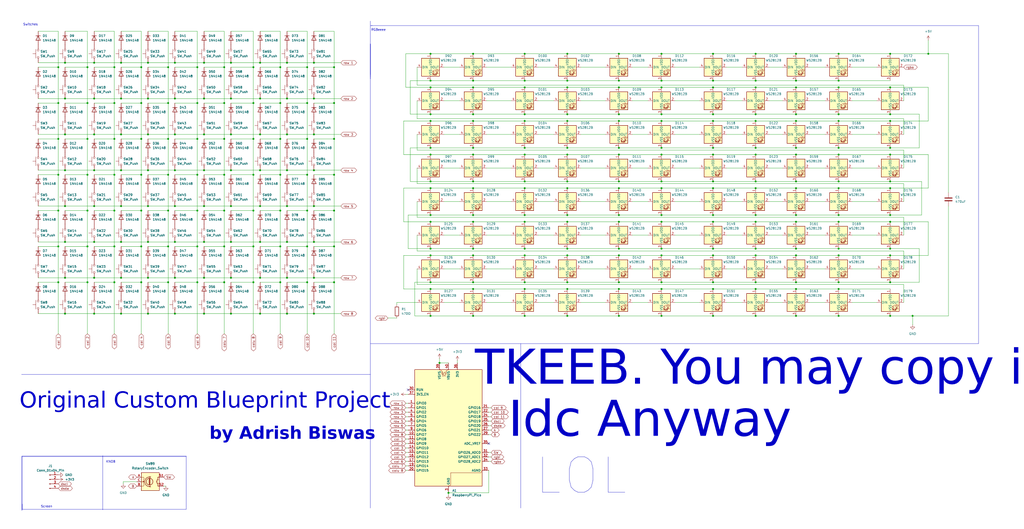
<source format=kicad_sch>
(kicad_sch (version 20250114) (generator "eeschema") (generator_version "9.0")
  (paper "User" 580 300)
  (lib_symbols
    (symbol "Connector:Conn_01x04_Pin" (pin_names (offset 1.016) (hide yes))
      (property "Reference" "J" (at 0 5.08 0))
      (property "Value" "Conn_01x04_Pin" (at 0 -7.62 0))
      (symbol "Conn_01x04_Pin_1_1"
        (pin passive line (at 5.08 2.54 180) (length 3.81) (name "Pin_1") (number "1"))
        (pin passive line (at 5.08 0 180) (length 3.81) (name "Pin_2") (number "2"))
        (pin passive line (at 5.08 -2.54 180) (length 3.81) (name "Pin_3") (number "3"))
        (pin passive line (at 5.08 -5.08 180) (length 3.81) (name "Pin_4") (number "4"))
      )
    )
    (symbol "Device:C" (pin_numbers (hide yes)) (pin_names (offset 0.254))
      (property "Reference" "C" (at 0.635 2.54 0))
      (property "Value" "C" (at 0.635 -2.54 0))
      (symbol "C_1_1"
        (pin passive line (at 0 3.81 270) (length 2.794) (name "~") (number "1"))
        (pin passive line (at 0 -3.81 90) (length 2.794) (name "~") (number "2"))
      )
    )
    (symbol "Device:R" (pin_numbers (hide yes)) (pin_names (offset 0))
      (property "Reference" "R" (at 2.032 0 90))
      (property "Value" "R" (at 0 0 90))
      (symbol "R_1_1"
        (pin passive line (at 0 3.81 270) (length 1.27) (name "~") (number "1"))
        (pin passive line (at 0 -3.81 90) (length 1.27) (name "~") (number "2"))
      )
    )
    (symbol "Device:RotaryEncoder_Switch" (pin_names (offset 0.254) (hide yes))
      (property "Reference" "SW" (at 0 6.604 0))
      (property "Value" "RotaryEncoder_Switch" (at 0 -6.604 0))
      (symbol "RotaryEncoder_Switch_1_1"
        (pin passive line (at -7.62 2.54 0) (length 2.54) (name "A") (number "A"))
        (pin passive line (at -7.62 0 0) (length 2.54) (name "C") (number "C"))
        (pin passive line (at -7.62 -2.54 0) (length 2.54) (name "B") (number "B"))
        (pin passive line (at 7.62 2.54 180) (length 2.54) (name "S1") (number "S1"))
        (pin passive line (at 7.62 -2.54 180) (length 2.54) (name "S2") (number "S2"))
      )
    )
    (symbol "Diode:1N4148" (pin_numbers (hide yes)) (pin_names (hide yes))
      (property "Reference" "D" (at 0 2.54 0))
      (property "Value" "1N4148" (at 0 -2.54 0))
      (symbol "1N4148_1_1"
        (pin passive line (at -3.81 0 0) (length 2.54) (name "K") (number "1"))
        (pin passive line (at 3.81 0 180) (length 2.54) (name "A") (number "2"))
      )
    )
    (symbol "LED:WS2812B" (pin_names (offset 0.254))
      (property "Reference" "D" (at 5.08 5.715 0))
      (property "Value" "WS2812B" (at 1.27 -5.715 0))
      (symbol "WS2812B_0_0"
        (text "RGB" (at 2.286 -4.191 0) (effects (font (size 0.762 0.762))))
      )
      (symbol "WS2812B_1_1"
        (pin input line (at -7.62 0 0) (length 2.54) (name "DIN") (number "4"))
        (pin power_in line (at 0 7.62 270) (length 2.54) (name "VDD") (number "1"))
        (pin power_in line (at 0 -7.62 90) (length 2.54) (name "VSS") (number "3"))
        (pin output line (at 7.62 0 180) (length 2.54) (name "DOUT") (number "2"))
      )
    )
    (symbol "MCU_Module:RaspberryPi_Pico" (pin_names (offset 0.762))
      (property "Reference" "A" (at -19.05 35.56 0))
      (property "Value" "RaspberryPi_Pico" (at 7.62 35.56 0))
      (symbol "RaspberryPi_Pico_1_1"
        (pin passive line (at -22.86 22.86 0) (length 3.81) (name "RUN") (number "30"))
        (pin passive line (at -22.86 20.32 0) (length 3.81) (name "3V3_EN") (number "37"))
        (pin bidirectional line (at -22.86 15.24 0) (length 3.81) (name "GPIO0") (number "1"))
        (pin bidirectional line (at -22.86 12.7 0) (length 3.81) (name "GPIO1") (number "2"))
        (pin bidirectional line (at -22.86 10.16 0) (length 3.81) (name "GPIO2") (number "4"))
        (pin bidirectional line (at -22.86 7.62 0) (length 3.81) (name "GPIO3") (number "5"))
        (pin bidirectional line (at -22.86 5.08 0) (length 3.81) (name "GPIO4") (number "6"))
        (pin bidirectional line (at -22.86 2.54 0) (length 3.81) (name "GPIO5") (number "7"))
        (pin bidirectional line (at -22.86 0 0) (length 3.81) (name "GPIO6") (number "9"))
        (pin bidirectional line (at -22.86 -2.54 0) (length 3.81) (name "GPIO7") (number "10"))
        (pin bidirectional line (at -22.86 -5.08 0) (length 3.81) (name "GPIO8") (number "11"))
        (pin bidirectional line (at -22.86 -7.62 0) (length 3.81) (name "GPIO9") (number "12"))
        (pin bidirectional line (at -22.86 -10.16 0) (length 3.81) (name "GPIO10") (number "14"))
        (pin bidirectional line (at -22.86 -12.7 0) (length 3.81) (name "GPIO11") (number "15"))
        (pin bidirectional line (at -22.86 -15.24 0) (length 3.81) (name "GPIO12") (number "16"))
        (pin bidirectional line (at -22.86 -17.78 0) (length 3.81) (name "GPIO13") (number "17"))
        (pin bidirectional line (at -22.86 -20.32 0) (length 3.81) (name "GPIO14") (number "19"))
        (pin bidirectional line (at -22.86 -22.86 0) (length 3.81) (name "GPIO15") (number "20"))
        (pin power_in line (at -5.08 38.1 270) (length 3.81) (name "VSYS") (number "39"))
        (pin power_out line (at 0 38.1 270) (length 3.81) (name "VBUS") (number "40"))
        (pin passive line (at 0 -35.56 90) (length 3.81) (hide yes) (name "GND") (number "13"))
        (pin passive line (at 0 -35.56 90) (length 3.81) (hide yes) (name "GND") (number "18"))
        (pin passive line (at 0 -35.56 90) (length 3.81) (hide yes) (name "GND") (number "23"))
        (pin passive line (at 0 -35.56 90) (length 3.81) (hide yes) (name "GND") (number "28"))
        (pin power_out line (at 0 -35.56 90) (length 3.81) (name "GND") (number "3"))
        (pin passive line (at 0 -35.56 90) (length 3.81) (hide yes) (name "GND") (number "38"))
        (pin passive line (at 0 -35.56 90) (length 3.81) (hide yes) (name "GND") (number "8"))
        (pin power_out line (at 5.08 38.1 270) (length 3.81) (name "3V3") (number "36"))
        (pin bidirectional line (at 22.86 12.7 180) (length 3.81) (name "GPIO16") (number "21"))
        (pin bidirectional line (at 22.86 10.16 180) (length 3.81) (name "GPIO17") (number "22"))
        (pin bidirectional line (at 22.86 7.62 180) (length 3.81) (name "GPIO18") (number "24"))
        (pin bidirectional line (at 22.86 5.08 180) (length 3.81) (name "GPIO19") (number "25"))
        (pin bidirectional line (at 22.86 2.54 180) (length 3.81) (name "GPIO20") (number "26"))
        (pin bidirectional line (at 22.86 0 180) (length 3.81) (name "GPIO21") (number "27"))
        (pin bidirectional line (at 22.86 -2.54 180) (length 3.81) (name "GPIO22") (number "29"))
        (pin power_in line (at 22.86 -7.62 180) (length 3.81) (name "ADC_VREF") (number "35"))
        (pin bidirectional line (at 22.86 -12.7 180) (length 3.81) (name "GPIO26_ADC0") (number "31"))
        (pin bidirectional line (at 22.86 -15.24 180) (length 3.81) (name "GPIO27_ADC1") (number "32"))
        (pin bidirectional line (at 22.86 -17.78 180) (length 3.81) (name "GPIO28_ADC2") (number "34"))
        (pin power_out line (at 22.86 -22.86 180) (length 3.81) (name "AGND") (number "33"))
      )
    )
    (symbol "Switch:SW_Push" (pin_numbers (hide yes)) (pin_names (offset 1.016) (hide yes))
      (property "Reference" "SW" (at 1.27 2.54 0))
      (property "Value" "SW_Push" (at 0 -1.524 0))
      (symbol "SW_Push_0_1"
        (pin passive line (at -5.08 0 0) (length 2.54) (name "1") (number "1"))
        (pin passive line (at 5.08 0 180) (length 2.54) (name "2") (number "2"))
      )
    )
    (symbol "power:+3V3" (power) (pin_numbers (hide yes)) (pin_names (offset 0) (hide yes))
      (property "Value" "+3V3" (at 0 3.556 0))
      (symbol "+3V3_1_1"
        (pin power_in line (at 0 0 90) (length 0) (name "~") (number "1"))
      )
    )
    (symbol "power:+5V" (power) (pin_numbers (hide yes)) (pin_names (offset 0) (hide yes))
      (property "Value" "+5V" (at 0 3.556 0))
      (symbol "+5V_1_1"
        (pin power_in line (at 0 0 90) (length 0) (name "~") (number "1"))
      )
    )
    (symbol "power:GND" (power) (pin_numbers (hide yes)) (pin_names (offset 0) (hide yes))
      (property "Value" "GND" (at 0 -3.81 0))
      (symbol "GND_1_1"
        (pin power_in line (at 0 0 270) (length 0) (name "~") (number "1"))
      )
    )
  )
  (text "Screen" (at 26.416 287.274 0) (effects (font (size 1.27 1.27))))
  (text "LOL" (at 329.184 270.002 0) (effects (font (size 20 20))))
  (text "Original Custom Blueprint Project" (at 116.078 229.87 0) (effects (font (size 9 9))))
  (text "TKEEB. You may copy it." (at 433.832 214.63 0) (effects (font (size 19.5 19.5))))
  (text "Idc Anyway" (at 368.046 244.094 0) (effects (font (size 20 20))))
  (text "by Adrish Biswas" (at 165.608 247.904 0) (effects (font (size 7 7) (bold yes))))
  (text "KNOB" (at 62.738 261.874 0) (effects (font (size 1.27 1.27))))
  (text "RGBeeee" (at 214.376 17.018 0) (effects (font (size 1.27 1.27))))
  (text "Switches" (at 17.272 13.97 0) (effects (font (size 1.27 1.27))))
  (junction (at 321.31 163.83))
  (junction (at 403.86 106.68))
  (junction (at 504.19 68.58))
  (junction (at 68.58 116.84))
  (junction (at 504.19 125.73))
  (junction (at 504.19 106.68))
  (junction (at 267.97 87.63))
  (junction (at 516.89 179.07))
  (junction (at 427.99 102.87))
  (junction (at 450.85 163.83))
  (junction (at 243.84 160.02))
  (junction (at 350.52 102.87))
  (junction (at 143.51 38.1))
  (junction (at 158.75 99.06))
  (junction (at 177.8 157.48))
  (junction (at 53.34 35.56))
  (junction (at 297.18 121.92))
  (junction (at 147.32 96.52))
  (junction (at 68.58 137.16))
  (junction (at 189.23 99.06))
  (junction (at 95.25 78.74))
  (junction (at 297.18 45.72))
  (junction (at 111.76 139.7))
  (junction (at 173.99 58.42))
  (junction (at 158.75 58.42))
  (junction (at 474.98 125.73))
  (junction (at 374.65 163.83))
  (junction (at 80.01 99.06))
  (junction (at 33.02 119.38))
  (junction (at 99.06 35.56))
  (junction (at 130.81 116.84))
  (junction (at 173.99 119.38))
  (junction (at 83.82 137.16))
  (junction (at 143.51 160.02))
  (junction (at 95.25 38.1))
  (junction (at 374.65 68.58))
  (junction (at 474.98 68.58))
  (junction (at 427.99 160.02))
  (junction (at 130.81 177.8))
  (junction (at 297.18 163.83))
  (junction (at 127 78.74))
  (junction (at 243.84 102.87))
  (junction (at 267.97 121.92))
  (junction (at 127 119.38))
  (junction (at 162.56 177.8))
  (junction (at 95.25 99.06))
  (junction (at 64.77 38.1))
  (junction (at 143.51 78.74))
  (junction (at 177.8 116.84))
  (junction (at 173.99 78.74))
  (junction (at 427.99 83.82))
  (junction (at 427.99 87.63))
  (junction (at 68.58 96.52))
  (junction (at 474.98 121.92))
  (junction (at 83.82 55.88))
  (junction (at 158.75 78.74))
  (junction (at 297.18 49.53))
  (junction (at 504.19 83.82))
  (junction (at 64.77 139.7))
  (junction (at 158.75 38.1))
  (junction (at 83.82 96.52))
  (junction (at 130.81 96.52))
  (junction (at 450.85 87.63))
  (junction (at 53.34 116.84))
  (junction (at 115.57 157.48))
  (junction (at 504.19 144.78))
  (junction (at 450.85 30.48))
  (junction (at 450.85 49.53))
  (junction (at 143.51 139.7))
  (junction (at 53.34 76.2))
  (junction (at 162.56 76.2))
  (junction (at 95.25 160.02))
  (junction (at 36.83 137.16))
  (junction (at 267.97 144.78))
  (junction (at 374.65 30.48))
  (junction (at 297.18 68.58))
  (junction (at 36.83 157.48))
  (junction (at 64.77 99.06))
  (junction (at 243.84 163.83))
  (junction (at 127 58.42))
  (junction (at 99.06 157.48))
  (junction (at 267.97 163.83))
  (junction (at 36.83 96.52))
  (junction (at 350.52 64.77))
  (junction (at 267.97 125.73))
  (junction (at 403.86 64.77))
  (junction (at 350.52 125.73))
  (junction (at 127 99.06))
  (junction (at 177.8 76.2))
  (junction (at 127 38.1))
  (junction (at 243.84 140.97))
  (junction (at 64.77 78.74))
  (junction (at 80.01 78.74))
  (junction (at 64.77 119.38))
  (junction (at 115.57 96.52))
  (junction (at 403.86 163.83))
  (junction (at 321.31 68.58))
  (junction (at 374.65 121.92))
  (junction (at 427.99 45.72))
  (junction (at 504.19 140.97))
  (junction (at 49.53 38.1))
  (junction (at 474.98 102.87))
  (junction (at 427.99 106.68))
  (junction (at 403.86 121.92))
  (junction (at 130.81 55.88))
  (junction (at 504.19 64.77))
  (junction (at 267.97 140.97))
  (junction (at 115.57 137.16))
  (junction (at 64.77 58.42))
  (junction (at 374.65 144.78))
  (junction (at 33.02 38.1))
  (junction (at 374.65 125.73))
  (junction (at 173.99 99.06))
  (junction (at 83.82 177.8))
  (junction (at 403.86 144.78))
  (junction (at 243.84 125.73))
  (junction (at 49.53 119.38))
  (junction (at 321.31 125.73))
  (junction (at 115.57 177.8))
  (junction (at 450.85 83.82))
  (junction (at 177.8 137.16))
  (junction (at 321.31 64.77))
  (junction (at 403.86 83.82))
  (junction (at 474.98 179.07))
  (junction (at 99.06 76.2))
  (junction (at 504.19 121.92))
  (junction (at 321.31 106.68))
  (junction (at 267.97 179.07))
  (junction (at 95.25 119.38))
  (junction (at 115.57 116.84))
  (junction (at 450.85 179.07))
  (junction (at 111.76 38.1))
  (junction (at 36.83 35.56))
  (junction (at 474.98 64.77))
  (junction (at 450.85 140.97))
  (junction (at 297.18 30.48))
  (junction (at 321.31 49.53))
  (junction (at 49.53 139.7))
  (junction (at 130.81 137.16))
  (junction (at 297.18 160.02))
  (junction (at 53.34 157.48))
  (junction (at 321.31 160.02))
  (junction (at 504.19 179.07))
  (junction (at 248.92 205.74))
  (junction (at 130.81 157.48))
  (junction (at 68.58 157.48))
  (junction (at 474.98 30.48))
  (junction (at 297.18 64.77))
  (junction (at 474.98 140.97))
  (junction (at 173.99 160.02))
  (junction (at 243.84 87.63))
  (junction (at 111.76 119.38))
  (junction (at 147.32 137.16))
  (junction (at 162.56 137.16))
  (junction (at 374.65 45.72))
  (junction (at 474.98 106.68))
  (junction (at 403.86 102.87))
  (junction (at 33.02 139.7))
  (junction (at 403.86 45.72))
  (junction (at 474.98 160.02))
  (junction (at 80.01 38.1))
  (junction (at 33.02 99.06))
  (junction (at 403.86 160.02))
  (junction (at 321.31 102.87))
  (junction (at 53.34 96.52))
  (junction (at 450.85 102.87))
  (junction (at 350.52 45.72))
  (junction (at 243.84 121.92))
  (junction (at 177.8 35.56))
  (junction (at 350.52 87.63))
  (junction (at 64.77 160.02))
  (junction (at 189.23 160.02))
  (junction (at 95.25 58.42))
  (junction (at 99.06 137.16))
  (junction (at 403.86 87.63))
  (junction (at 474.98 45.72))
  (junction (at 267.97 83.82))
  (junction (at 95.25 139.7))
  (junction (at 350.52 140.97))
  (junction (at 177.8 96.52))
  (junction (at 474.98 87.63))
  (junction (at 243.84 106.68))
  (junction (at 267.97 102.87))
  (junction (at 350.52 121.92))
  (junction (at 267.97 106.68))
  (junction (at 189.23 78.74))
  (junction (at 450.85 125.73))
  (junction (at 450.85 64.77))
  (junction (at 243.84 83.82))
  (junction (at 297.18 125.73))
  (junction (at 374.65 106.68))
  (junction (at 115.57 35.56))
  (junction (at 321.31 30.48))
  (junction (at 143.51 119.38))
  (junction (at 99.06 96.52))
  (junction (at 350.52 106.68))
  (junction (at 267.97 68.58))
  (junction (at 427.99 121.92))
  (junction (at 33.02 58.42))
  (junction (at 474.98 49.53))
  (junction (at 243.84 45.72))
  (junction (at 474.98 83.82))
  (junction (at 350.52 163.83))
  (junction (at 189.23 58.42))
  (junction (at 177.8 177.8))
  (junction (at 321.31 45.72))
  (junction (at 80.01 139.7))
  (junction (at 474.98 144.78))
  (junction (at 173.99 38.1))
  (junction (at 267.97 30.48))
  (junction (at 99.06 116.84))
  (junction (at 350.52 179.07))
  (junction (at 427.99 68.58))
  (junction (at 36.83 116.84))
  (junction (at 374.65 140.97))
  (junction (at 350.52 160.02))
  (junction (at 243.84 64.77))
  (junction (at 427.99 30.48))
  (junction (at 36.83 177.8))
  (junction (at 80.01 58.42))
  (junction (at 36.83 76.2))
  (junction (at 83.82 157.48))
  (junction (at 189.23 119.38))
  (junction (at 297.18 87.63))
  (junction (at 427.99 179.07))
  (junction (at 374.65 102.87))
  (junction (at 374.65 83.82))
  (junction (at 321.31 87.63))
  (junction (at 403.86 125.73))
  (junction (at 53.34 137.16))
  (junction (at 68.58 177.8))
  (junction (at 374.65 179.07))
  (junction (at 267.97 160.02))
  (junction (at 450.85 45.72))
  (junction (at 403.86 140.97))
  (junction (at 403.86 68.58))
  (junction (at 450.85 121.92))
  (junction (at 374.65 160.02))
  (junction (at 127 139.7))
  (junction (at 297.18 83.82))
  (junction (at 111.76 160.02))
  (junction (at 127 160.02))
  (junction (at 374.65 87.63))
  (junction (at 111.76 78.74))
  (junction (at 130.81 76.2))
  (junction (at 403.86 179.07))
  (junction (at 130.81 35.56))
  (junction (at 147.32 116.84))
  (junction (at 450.85 144.78))
  (junction (at 83.82 35.56))
  (junction (at 68.58 55.88))
  (junction (at 267.97 45.72))
  (junction (at 83.82 76.2))
  (junction (at 525.78 30.48))
  (junction (at 504.19 102.87))
  (junction (at 254 279.4))
  (junction (at 504.19 87.63))
  (junction (at 162.56 157.48))
  (junction (at 243.84 179.07))
  (junction (at 297.18 106.68))
  (junction (at 68.58 35.56))
  (junction (at 427.99 144.78))
  (junction (at 177.8 55.88))
  (junction (at 147.32 76.2))
  (junction (at 147.32 55.88))
  (junction (at 427.99 125.73))
  (junction (at 297.18 179.07))
  (junction (at 162.56 35.56))
  (junction (at 36.83 55.88))
  (junction (at 111.76 99.06))
  (junction (at 33.02 160.02))
  (junction (at 49.53 99.06))
  (junction (at 173.99 139.7))
  (junction (at 243.84 30.48))
  (junction (at 321.31 144.78))
  (junction (at 427.99 163.83))
  (junction (at 80.01 119.38))
  (junction (at 350.52 30.48))
  (junction (at 80.01 160.02))
  (junction (at 267.97 49.53))
  (junction (at 403.86 30.48))
  (junction (at 321.31 140.97))
  (junction (at 321.31 121.92))
  (junction (at 267.97 64.77))
  (junction (at 83.82 116.84))
  (junction (at 504.19 49.53))
  (junction (at 49.53 160.02))
  (junction (at 427.99 49.53))
  (junction (at 115.57 76.2))
  (junction (at 374.65 49.53))
  (junction (at 158.75 160.02))
  (junction (at 147.32 177.8))
  (junction (at 158.75 119.38))
  (junction (at 297.18 140.97))
  (junction (at 474.98 163.83))
  (junction (at 321.31 179.07))
  (junction (at 143.51 99.06))
  (junction (at 450.85 68.58))
  (junction (at 403.86 49.53))
  (junction (at 99.06 55.88))
  (junction (at 158.75 139.7))
  (junction (at 53.34 55.88))
  (junction (at 297.18 144.78))
  (junction (at 162.56 55.88))
  (junction (at 189.23 139.7))
  (junction (at 147.32 157.48))
  (junction (at 115.57 55.88))
  (junction (at 450.85 106.68))
  (junction (at 147.32 35.56))
  (junction (at 374.65 64.77))
  (junction (at 162.56 96.52))
  (junction (at 243.84 68.58))
  (junction (at 68.58 76.2))
  (junction (at 49.53 58.42))
  (junction (at 350.52 83.82))
  (junction (at 53.34 177.8))
  (junction (at 350.52 144.78))
  (junction (at 111.76 58.42))
  (junction (at 450.85 160.02))
  (junction (at 504.19 160.02))
  (junction (at 427.99 64.77))
  (junction (at 350.52 49.53))
  (junction (at 189.23 38.1))
  (junction (at 99.06 177.8))
  (junction (at 243.84 144.78))
  (junction (at 49.53 78.74))
  (junction (at 350.52 68.58))
  (junction (at 162.56 116.84))
  (junction (at 321.31 83.82))
  (junction (at 33.02 78.74))
  (junction (at 143.51 58.42))
  (junction (at 427.99 140.97))
  (junction (at 297.18 102.87))
  (junction (at 243.84 49.53))
  (junction (at 504.19 30.48))
  (no_connect (at 276.86 251.46))
  (no_connect (at 231.14 220.98))
  (wire (pts (xy 511.81 104.14) (xy 511.81 114.3)))
  (wire (pts (xy 474.98 125.73) (xy 504.19 125.73)))
  (wire (pts (xy 321.31 121.92) (xy 350.52 121.92)))
  (wire (pts (xy 130.81 76.2) (xy 147.32 76.2)))
  (wire (pts (xy 427.99 30.48) (xy 450.85 30.48)))
  (wire (pts (xy 374.65 144.78) (xy 403.86 144.78)))
  (wire (pts (xy 427.99 68.58) (xy 450.85 68.58)))
  (wire (pts (xy 304.8 57.15) (xy 313.69 57.15)))
  (wire (pts (xy 374.65 125.73) (xy 403.86 125.73)))
  (wire (pts (xy 162.56 55.88) (xy 177.8 55.88)))
  (wire (pts (xy 228.6 144.78) (xy 243.84 144.78)))
  (wire (pts (xy 403.86 163.83) (xy 427.99 163.83)))
  (wire (pts (xy 411.48 133.35) (xy 420.37 133.35)))
  (wire (pts (xy 115.57 96.52) (xy 130.81 96.52)))
  (wire (pts (xy 243.84 179.07) (xy 234.95 179.07)))
  (wire (pts (xy 374.65 121.92) (xy 403.86 121.92)))
  (wire (pts (xy 482.6 57.15) (xy 496.57 57.15)))
  (wire (pts (xy 219.71 180.34) (xy 224.79 180.34)))
  (wire (pts (xy 33.02 119.38) (xy 33.02 139.7)))
  (wire (pts (xy 278.13 259.08) (xy 276.86 259.08)))
  (wire (pts (xy 278.13 231.14) (xy 276.86 231.14)))
  (wire (pts (xy 49.53 38.1) (xy 49.53 58.42)))
  (wire (pts (xy 267.97 140.97) (xy 243.84 140.97)))
  (wire (pts (xy 68.58 78.74) (xy 80.01 78.74)))
  (wire (pts (xy 115.57 139.7) (xy 127 139.7)))
  (wire (pts (xy 130.81 96.52) (xy 147.32 96.52)))
  (wire (pts (xy 33.02 38.1) (xy 33.02 58.42)))
  (wire (pts (xy 68.58 177.8) (xy 83.82 177.8)))
  (wire (pts (xy 21.59 99.06) (xy 33.02 99.06)))
  (wire (pts (xy 350.52 140.97) (xy 321.31 140.97)))
  (wire (pts (xy 53.34 137.16) (xy 68.58 137.16)))
  (polyline (pts (xy 209.804 24.892) (xy 209.804 42.418)))
  (polyline (pts (xy 105.41 258.826) (xy 105.41 288.798)))
  (wire (pts (xy 234.95 160.02) (xy 243.84 160.02)))
  (wire (pts (xy 297.18 106.68) (xy 321.31 106.68)))
  (wire (pts (xy 511.81 171.45) (xy 511.81 161.29)))
  (wire (pts (xy 278.13 256.54) (xy 276.86 256.54)))
  (wire (pts (xy 36.83 116.84) (xy 53.34 116.84)))
  (wire (pts (xy 33.02 17.78) (xy 33.02 38.1)))
  (wire (pts (xy 321.31 144.78) (xy 350.52 144.78)))
  (wire (pts (xy 83.82 76.2) (xy 99.06 76.2)))
  (wire (pts (xy 173.99 38.1) (xy 173.99 58.42)))
  (wire (pts (xy 321.31 102.87) (xy 297.18 102.87)))
  (wire (pts (xy 328.93 133.35) (xy 342.9 133.35)))
  (polyline (pts (xy 209.804 44.704) (xy 209.804 42.926)))
  (wire (pts (xy 403.86 83.82) (xy 427.99 83.82)))
  (wire (pts (xy 80.01 139.7) (xy 68.58 139.7)))
  (polyline (pts (xy 209.804 194.818) (xy 554.228 194.818)))
  (wire (pts (xy 229.87 243.84) (xy 231.14 243.84)))
  (wire (pts (xy 251.46 171.45) (xy 260.35 171.45)))
  (wire (pts (xy 321.31 68.58) (xy 350.52 68.58)))
  (wire (pts (xy 458.47 133.35) (xy 467.36 133.35)))
  (wire (pts (xy 304.8 38.1) (xy 313.69 38.1)))
  (wire (pts (xy 450.85 121.92) (xy 474.98 121.92)))
  (wire (pts (xy 450.85 125.73) (xy 474.98 125.73)))
  (wire (pts (xy 99.06 157.48) (xy 115.57 157.48)))
  (wire (pts (xy 162.56 96.52) (xy 177.8 96.52)))
  (wire (pts (xy 474.98 179.07) (xy 450.85 179.07)))
  (wire (pts (xy 127 119.38) (xy 127 139.7)))
  (wire (pts (xy 49.53 78.74) (xy 49.53 99.06)))
  (polyline (pts (xy 209.804 14.478) (xy 210.82 14.478)))
  (wire (pts (xy 68.58 58.42) (xy 80.01 58.42)))
  (wire (pts (xy 111.76 139.7) (xy 111.76 160.02)))
  (wire (pts (xy 228.6 125.73) (xy 243.84 125.73)))
  (wire (pts (xy 189.23 160.02) (xy 189.23 189.23)))
  (wire (pts (xy 511.81 48.26) (xy 511.81 57.15)))
  (wire (pts (xy 147.32 17.78) (xy 158.75 17.78)))
  (wire (pts (xy 53.34 38.1) (xy 64.77 38.1)))
  (wire (pts (xy 458.47 95.25) (xy 467.36 95.25)))
  (wire (pts (xy 374.65 163.83) (xy 403.86 163.83)))
  (polyline (pts (xy 294.894 194.818) (xy 294.894 288.036)))
  (wire (pts (xy 321.31 140.97) (xy 297.18 140.97)))
  (wire (pts (xy 173.99 139.7) (xy 162.56 139.7)))
  (wire (pts (xy 350.52 30.48) (xy 374.65 30.48)))
  (wire (pts (xy 403.86 140.97) (xy 374.65 140.97)))
  (polyline (pts (xy 105.41 258.826) (xy 12.446 258.826)))
  (wire (pts (xy 53.34 139.7) (xy 64.77 139.7)))
  (wire (pts (xy 229.87 49.53) (xy 243.84 49.53)))
  (wire (pts (xy 525.78 68.58) (xy 525.78 49.53)))
  (wire (pts (xy 474.98 106.68) (xy 504.19 106.68)))
  (wire (pts (xy 525.78 30.48) (xy 537.21 30.48)))
  (wire (pts (xy 177.8 99.06) (xy 189.23 99.06)))
  (wire (pts (xy 115.57 119.38) (xy 127 119.38)))
  (wire (pts (xy 435.61 38.1) (xy 443.23 38.1)))
  (wire (pts (xy 382.27 95.25) (xy 396.24 95.25)))
  (wire (pts (xy 328.93 38.1) (xy 342.9 38.1)))
  (wire (pts (xy 350.52 49.53) (xy 374.65 49.53)))
  (wire (pts (xy 275.59 152.4) (xy 289.56 152.4)))
  (wire (pts (xy 80.01 160.02) (xy 68.58 160.02)))
  (wire (pts (xy 243.84 163.83) (xy 267.97 163.83)))
  (wire (pts (xy 403.86 45.72) (xy 427.99 45.72)))
  (wire (pts (xy 358.14 38.1) (xy 367.03 38.1)))
  (wire (pts (xy 224.79 171.45) (xy 236.22 171.45)))
  (wire (pts (xy 229.87 259.08) (xy 231.14 259.08)))
  (wire (pts (xy 36.83 139.7) (xy 49.53 139.7)))
  (wire (pts (xy 68.58 55.88) (xy 83.82 55.88)))
  (wire (pts (xy 251.46 38.1) (xy 260.35 38.1)))
  (wire (pts (xy 111.76 58.42) (xy 111.76 78.74)))
  (wire (pts (xy 228.6 106.68) (xy 243.84 106.68)))
  (wire (pts (xy 435.61 152.4) (xy 443.23 152.4)))
  (wire (pts (xy 458.47 171.45) (xy 467.36 171.45)))
  (wire (pts (xy 95.25 160.02) (xy 95.25 189.23)))
  (wire (pts (xy 267.97 83.82) (xy 297.18 83.82)))
  (wire (pts (xy 130.81 99.06) (xy 143.51 99.06)))
  (wire (pts (xy 36.83 17.78) (xy 49.53 17.78)))
  (wire (pts (xy 99.06 55.88) (xy 115.57 55.88)))
  (wire (pts (xy 99.06 38.1) (xy 111.76 38.1)))
  (wire (pts (xy 427.99 121.92) (xy 450.85 121.92)))
  (wire (pts (xy 403.86 68.58) (xy 427.99 68.58)))
  (wire (pts (xy 521.97 121.92) (xy 521.97 102.87)))
  (wire (pts (xy 49.53 17.78) (xy 49.53 38.1)))
  (wire (pts (xy 83.82 17.78) (xy 95.25 17.78)))
  (wire (pts (xy 328.93 114.3) (xy 342.9 114.3)))
  (wire (pts (xy 127 99.06) (xy 127 119.38)))
  (wire (pts (xy 321.31 160.02) (xy 350.52 160.02)))
  (wire (pts (xy 130.81 119.38) (xy 143.51 119.38)))
  (wire (pts (xy 504.19 144.78) (xy 525.78 144.78)))
  (wire (pts (xy 83.82 35.56) (xy 99.06 35.56)))
  (wire (pts (xy 243.84 83.82) (xy 267.97 83.82)))
  (wire (pts (xy 173.99 119.38) (xy 173.99 139.7)))
  (wire (pts (xy 127 160.02) (xy 127 189.23)))
  (wire (pts (xy 236.22 95.25) (xy 236.22 104.14)))
  (wire (pts (xy 297.18 140.97) (xy 267.97 140.97)))
  (wire (pts (xy 520.7 160.02) (xy 520.7 140.97)))
  (wire (pts (xy 374.65 160.02) (xy 403.86 160.02)))
  (wire (pts (xy 111.76 99.06) (xy 111.76 119.38)))
  (wire (pts (xy 95.25 119.38) (xy 95.25 99.06)))
  (wire (pts (xy 53.34 116.84) (xy 68.58 116.84)))
  (wire (pts (xy 450.85 144.78) (xy 474.98 144.78)))
  (wire (pts (xy 243.84 102.87) (xy 232.41 102.87)))
  (wire (pts (xy 93.98 275.59) (xy 92.71 275.59)))
  (wire (pts (xy 276.86 279.4) (xy 254 279.4)))
  (wire (pts (xy 229.87 231.14) (xy 231.14 231.14)))
  (wire (pts (xy 232.41 102.87) (xy 232.41 83.82)))
  (wire (pts (xy 474.98 87.63) (xy 504.19 87.63)))
  (wire (pts (xy 504.19 179.07) (xy 474.98 179.07)))
  (wire (pts (xy 64.77 119.38) (xy 64.77 139.7)))
  (wire (pts (xy 49.53 58.42) (xy 49.53 78.74)))
  (wire (pts (xy 267.97 125.73) (xy 297.18 125.73)))
  (wire (pts (xy 130.81 116.84) (xy 147.32 116.84)))
  (wire (pts (xy 450.85 45.72) (xy 474.98 45.72)))
  (wire (pts (xy 130.81 35.56) (xy 147.32 35.56)))
  (wire (pts (xy 358.14 152.4) (xy 367.03 152.4)))
  (wire (pts (xy 147.32 78.74) (xy 158.75 78.74)))
  (wire (pts (xy 450.85 179.07) (xy 427.99 179.07)))
  (wire (pts (xy 297.18 45.72) (xy 321.31 45.72)))
  (wire (pts (xy 130.81 160.02) (xy 143.51 160.02)))
  (wire (pts (xy 162.56 76.2) (xy 177.8 76.2)))
  (wire (pts (xy 297.18 30.48) (xy 321.31 30.48)))
  (wire (pts (xy 450.85 83.82) (xy 474.98 83.82)))
  (wire (pts (xy 36.83 177.8) (xy 53.34 177.8)))
  (wire (pts (xy 143.51 139.7) (xy 143.51 160.02)))
  (wire (pts (xy 83.82 96.52) (xy 99.06 96.52)))
  (wire (pts (xy 511.81 152.4) (xy 511.81 142.24)))
  (wire (pts (xy 243.84 49.53) (xy 267.97 49.53)))
  (wire (pts (xy 403.86 125.73) (xy 427.99 125.73)))
  (wire (pts (xy 53.34 177.8) (xy 68.58 177.8)))
  (wire (pts (xy 115.57 35.56) (xy 130.81 35.56)))
  (wire (pts (xy 115.57 78.74) (xy 127 78.74)))
  (wire (pts (xy 374.65 179.07) (xy 350.52 179.07)))
  (wire (pts (xy 80.01 58.42) (xy 80.01 78.74)))
  (wire (pts (xy 474.98 49.53) (xy 504.19 49.53)))
  (wire (pts (xy 229.87 254) (xy 231.14 254)))
  (wire (pts (xy 177.8 137.16) (xy 193.04 137.16)))
  (wire (pts (xy 482.6 38.1) (xy 496.57 38.1)))
  (wire (pts (xy 64.77 58.42) (xy 64.77 78.74)))
  (wire (pts (xy 411.48 171.45) (xy 420.37 171.45)))
  (wire (pts (xy 516.89 179.07) (xy 537.21 179.07)))
  (wire (pts (xy 321.31 64.77) (xy 297.18 64.77)))
  (wire (pts (xy 173.99 38.1) (xy 162.56 38.1)))
  (wire (pts (xy 130.81 177.8) (xy 147.32 177.8)))
  (wire (pts (xy 21.59 119.38) (xy 33.02 119.38)))
  (wire (pts (xy 115.57 76.2) (xy 130.81 76.2)))
  (wire (pts (xy 177.8 119.38) (xy 189.23 119.38)))
  (wire (pts (xy 474.98 163.83) (xy 504.19 163.83)))
  (wire (pts (xy 173.99 160.02) (xy 173.99 189.23)))
  (wire (pts (xy 53.34 58.42) (xy 64.77 58.42)))
  (wire (pts (xy 427.99 160.02) (xy 450.85 160.02)))
  (wire (pts (xy 504.19 64.77) (xy 520.7 64.77)))
  (wire (pts (xy 278.13 233.68) (xy 276.86 233.68)))
  (wire (pts (xy 297.18 87.63) (xy 321.31 87.63)))
  (wire (pts (xy 382.27 38.1) (xy 396.24 38.1)))
  (wire (pts (xy 278.13 241.3) (xy 276.86 241.3)))
  (wire (pts (xy 511.81 67.31) (xy 511.81 76.2)))
  (polyline (pts (xy 209.804 212.344) (xy 209.804 288.036)))
  (wire (pts (xy 80.01 119.38) (xy 80.01 139.7)))
  (wire (pts (xy 411.48 57.15) (xy 420.37 57.15)))
  (wire (pts (xy 83.82 55.88) (xy 99.06 55.88)))
  (wire (pts (xy 127 58.42) (xy 127 78.74)))
  (wire (pts (xy 99.06 58.42) (xy 111.76 58.42)))
  (wire (pts (xy 297.18 64.77) (xy 267.97 64.77)))
  (wire (pts (xy 350.52 125.73) (xy 374.65 125.73)))
  (wire (pts (xy 99.06 119.38) (xy 111.76 119.38)))
  (wire (pts (xy 435.61 114.3) (xy 443.23 114.3)))
  (wire (pts (xy 275.59 57.15) (xy 289.56 57.15)))
  (wire (pts (xy 83.82 58.42) (xy 95.25 58.42)))
  (wire (pts (xy 21.59 96.52) (xy 36.83 96.52)))
  (wire (pts (xy 173.99 160.02) (xy 162.56 160.02)))
  (wire (pts (xy 374.65 102.87) (xy 350.52 102.87)))
  (wire (pts (xy 297.18 121.92) (xy 321.31 121.92)))
  (wire (pts (xy 143.51 17.78) (xy 143.51 38.1)))
  (wire (pts (xy 21.59 78.74) (xy 33.02 78.74)))
  (wire (pts (xy 251.46 76.2) (xy 260.35 76.2)))
  (wire (pts (xy 158.75 160.02) (xy 158.75 189.23)))
  (wire (pts (xy 382.27 152.4) (xy 396.24 152.4)))
  (wire (pts (xy 229.87 256.54) (xy 231.14 256.54)))
  (wire (pts (xy 115.57 58.42) (xy 127 58.42)))
  (wire (pts (xy 474.98 83.82) (xy 504.19 83.82)))
  (wire (pts (xy 115.57 17.78) (xy 127 17.78)))
  (wire (pts (xy 229.87 266.7) (xy 231.14 266.7)))
  (wire (pts (xy 21.59 139.7) (xy 33.02 139.7)))
  (wire (pts (xy 228.6 87.63) (xy 228.6 68.58)))
  (wire (pts (xy 115.57 160.02) (xy 127 160.02)))
  (wire (pts (xy 143.51 38.1) (xy 143.51 58.42)))
  (wire (pts (xy 111.76 160.02) (xy 111.76 189.23)))
  (polyline (pts (xy 12.192 212.344) (xy 209.804 212.344)))
  (wire (pts (xy 304.8 114.3) (xy 313.69 114.3)))
  (wire (pts (xy 511.81 48.26) (xy 236.22 48.26)))
  (wire (pts (xy 173.99 78.74) (xy 173.99 99.06)))
  (wire (pts (xy 525.78 22.86) (xy 525.78 30.48)))
  (wire (pts (xy 474.98 121.92) (xy 504.19 121.92)))
  (wire (pts (xy 115.57 116.84) (xy 130.81 116.84)))
  (wire (pts (xy 297.18 83.82) (xy 321.31 83.82)))
  (wire (pts (xy 267.97 30.48) (xy 297.18 30.48)))
  (wire (pts (xy 275.59 95.25) (xy 289.56 95.25)))
  (wire (pts (xy 297.18 160.02) (xy 321.31 160.02)))
  (wire (pts (xy 36.83 76.2) (xy 53.34 76.2)))
  (wire (pts (xy 162.56 17.78) (xy 173.99 17.78)))
  (wire (pts (xy 243.84 64.77) (xy 232.41 64.77)))
  (wire (pts (xy 382.27 57.15) (xy 396.24 57.15)))
  (wire (pts (xy 267.97 49.53) (xy 297.18 49.53)))
  (wire (pts (xy 374.65 64.77) (xy 350.52 64.77)))
  (wire (pts (xy 403.86 87.63) (xy 427.99 87.63)))
  (wire (pts (xy 33.02 139.7) (xy 33.02 160.02)))
  (wire (pts (xy 83.82 177.8) (xy 99.06 177.8)))
  (wire (pts (xy 267.97 64.77) (xy 243.84 64.77)))
  (wire (pts (xy 403.86 121.92) (xy 427.99 121.92)))
  (wire (pts (xy 173.99 17.78) (xy 173.99 38.1)))
  (wire (pts (xy 229.87 261.62) (xy 231.14 261.62)))
  (wire (pts (xy 49.53 99.06) (xy 49.53 119.38)))
  (wire (pts (xy 358.14 133.35) (xy 367.03 133.35)))
  (wire (pts (xy 403.86 64.77) (xy 374.65 64.77)))
  (polyline (pts (xy 209.804 24.892) (xy 209.804 43.18)))
  (wire (pts (xy 99.06 160.02) (xy 111.76 160.02)))
  (wire (pts (xy 450.85 87.63) (xy 474.98 87.63)))
  (wire (pts (xy 177.8 139.7) (xy 189.23 139.7)))
  (wire (pts (xy 68.58 76.2) (xy 83.82 76.2)))
  (wire (pts (xy 504.19 140.97) (xy 474.98 140.97)))
  (wire (pts (xy 228.6 163.83) (xy 228.6 144.78)))
  (wire (pts (xy 158.75 99.06) (xy 158.75 119.38)))
  (wire (pts (xy 143.51 78.74) (xy 143.51 99.06)))
  (wire (pts (xy 450.85 64.77) (xy 427.99 64.77)))
  (wire (pts (xy 474.98 30.48) (xy 504.19 30.48)))
  (wire (pts (xy 231.14 140.97) (xy 231.14 121.92)))
  (wire (pts (xy 147.32 38.1) (xy 158.75 38.1)))
  (wire (pts (xy 251.46 57.15) (xy 260.35 57.15)))
  (wire (pts (xy 83.82 160.02) (xy 95.25 160.02)))
  (wire (pts (xy 504.19 68.58) (xy 525.78 68.58)))
  (wire (pts (xy 267.97 144.78) (xy 297.18 144.78)))
  (wire (pts (xy 350.52 121.92) (xy 374.65 121.92)))
  (wire (pts (xy 127 17.78) (xy 127 38.1)))
  (wire (pts (xy 248.92 205.74) (xy 254 205.74)))
  (wire (pts (xy 158.75 78.74) (xy 158.75 99.06)))
  (wire (pts (xy 158.75 38.1) (xy 158.75 58.42)))
  (wire (pts (xy 95.25 99.06) (xy 95.25 78.74)))
  (wire (pts (xy 435.61 133.35) (xy 443.23 133.35)))
  (wire (pts (xy 228.6 163.83) (xy 243.84 163.83)))
  (wire (pts (xy 53.34 55.88) (xy 68.58 55.88)))
  (wire (pts (xy 525.78 87.63) (xy 504.19 87.63)))
  (wire (pts (xy 99.06 177.8) (xy 115.57 177.8)))
  (wire (pts (xy 374.65 106.68) (xy 403.86 106.68)))
  (wire (pts (xy 474.98 102.87) (xy 450.85 102.87)))
  (wire (pts (xy 511.81 85.09) (xy 236.22 85.09)))
  (wire (pts (xy 321.31 49.53) (xy 350.52 49.53)))
  (wire (pts (xy 99.06 96.52) (xy 115.57 96.52)))
  (wire (pts (xy 130.81 17.78) (xy 143.51 17.78)))
  (wire (pts (xy 297.18 163.83) (xy 321.31 163.83)))
  (wire (pts (xy 267.97 68.58) (xy 297.18 68.58)))
  (wire (pts (xy 382.27 171.45) (xy 396.24 171.45)))
  (wire (pts (xy 511.81 161.29) (xy 236.22 161.29)))
  (wire (pts (xy 275.59 38.1) (xy 289.56 38.1)))
  (wire (pts (xy 229.87 223.52) (xy 231.14 223.52)))
  (wire (pts (xy 115.57 157.48) (xy 130.81 157.48)))
  (wire (pts (xy 130.81 58.42) (xy 143.51 58.42)))
  (wire (pts (xy 177.8 76.2) (xy 193.04 76.2)))
  (wire (pts (xy 511.81 85.09) (xy 511.81 95.25)))
  (wire (pts (xy 350.52 106.68) (xy 374.65 106.68)))
  (wire (pts (xy 251.46 133.35) (xy 260.35 133.35)))
  (wire (pts (xy 83.82 157.48) (xy 99.06 157.48)))
  (wire (pts (xy 177.8 17.78) (xy 189.23 17.78)))
  (wire (pts (xy 321.31 163.83) (xy 350.52 163.83)))
  (wire (pts (xy 189.23 99.06) (xy 189.23 78.74)))
  (wire (pts (xy 147.32 157.48) (xy 162.56 157.48)))
  (wire (pts (xy 243.84 125.73) (xy 267.97 125.73)))
  (wire (pts (xy 525.78 125.73) (xy 504.19 125.73)))
  (wire (pts (xy 248.92 203.2) (xy 248.92 205.74)))
  (wire (pts (xy 321.31 106.68) (xy 350.52 106.68)))
  (wire (pts (xy 53.34 17.78) (xy 64.77 17.78)))
  (wire (pts (xy 228.6 125.73) (xy 228.6 106.68)))
  (wire (pts (xy 228.6 68.58) (xy 243.84 68.58)))
  (wire (pts (xy 127 139.7) (xy 127 160.02)))
  (wire (pts (xy 321.31 87.63) (xy 350.52 87.63)))
  (wire (pts (xy 474.98 140.97) (xy 450.85 140.97)))
  (wire (pts (xy 143.51 119.38) (xy 143.51 139.7)))
  (wire (pts (xy 411.48 152.4) (xy 420.37 152.4)))
  (wire (pts (xy 80.01 17.78) (xy 80.01 38.1)))
  (wire (pts (xy 177.8 78.74) (xy 189.23 78.74)))
  (wire (pts (xy 267.97 160.02) (xy 297.18 160.02)))
  (wire (pts (xy 49.53 160.02) (xy 36.83 160.02)))
  (wire (pts (xy 297.18 144.78) (xy 321.31 144.78)))
  (wire (pts (xy 236.22 57.15) (xy 236.22 67.31)))
  (wire (pts (xy 177.8 116.84) (xy 193.04 116.84)))
  (wire (pts (xy 99.06 35.56) (xy 115.57 35.56)))
  (wire (pts (xy 21.59 58.42) (xy 33.02 58.42)))
  (wire (pts (xy 267.97 87.63) (xy 297.18 87.63)))
  (wire (pts (xy 435.61 57.15) (xy 443.23 57.15)))
  (wire (pts (xy 358.14 57.15) (xy 367.03 57.15)))
  (wire (pts (xy 162.56 119.38) (xy 173.99 119.38)))
  (wire (pts (xy 374.65 87.63) (xy 403.86 87.63)))
  (wire (pts (xy 143.51 160.02) (xy 143.51 189.23)))
  (wire (pts (xy 229.87 248.92) (xy 231.14 248.92)))
  (wire (pts (xy 111.76 78.74) (xy 111.76 99.06)))
  (wire (pts (xy 458.47 76.2) (xy 467.36 76.2)))
  (wire (pts (xy 267.97 179.07) (xy 243.84 179.07)))
  (wire (pts (xy 68.58 35.56) (xy 83.82 35.56)))
  (wire (pts (xy 267.97 102.87) (xy 243.84 102.87)))
  (wire (pts (xy 158.75 139.7) (xy 158.75 160.02)))
  (wire (pts (xy 115.57 137.16) (xy 130.81 137.16)))
  (wire (pts (xy 21.59 157.48) (xy 36.83 157.48)))
  (wire (pts (xy 147.32 160.02) (xy 158.75 160.02)))
  (wire (pts (xy 64.77 38.1) (xy 64.77 58.42)))
  (wire (pts (xy 80.01 38.1) (xy 68.58 38.1)))
  (wire (pts (xy 127 38.1) (xy 127 58.42)))
  (wire (pts (xy 374.65 49.53) (xy 403.86 49.53)))
  (wire (pts (xy 177.8 157.48) (xy 193.04 157.48)))
  (wire (pts (xy 147.32 119.38) (xy 158.75 119.38)))
  (wire (pts (xy 36.83 58.42) (xy 49.53 58.42)))
  (polyline (pts (xy 554.228 14.478) (xy 554.228 194.818)))
  (wire (pts (xy 350.52 64.77) (xy 321.31 64.77)))
  (wire (pts (xy 64.77 78.74) (xy 64.77 99.06)))
  (wire (pts (xy 162.56 177.8) (xy 177.8 177.8)))
  (wire (pts (xy 474.98 45.72) (xy 504.19 45.72)))
  (wire (pts (xy 328.93 95.25) (xy 342.9 95.25)))
  (wire (pts (xy 243.84 30.48) (xy 267.97 30.48)))
  (wire (pts (xy 111.76 17.78) (xy 111.76 38.1)))
  (wire (pts (xy 321.31 179.07) (xy 297.18 179.07)))
  (wire (pts (xy 229.87 49.53) (xy 229.87 30.48)))
  (wire (pts (xy 267.97 121.92) (xy 297.18 121.92)))
  (wire (pts (xy 504.19 160.02) (xy 520.7 160.02)))
  (wire (pts (xy 80.01 99.06) (xy 80.01 119.38)))
  (wire (pts (xy 243.84 45.72) (xy 267.97 45.72)))
  (wire (pts (xy 450.85 102.87) (xy 427.99 102.87)))
  (polyline (pts (xy 209.804 11.938) (xy 209.804 212.344)))
  (wire (pts (xy 232.41 45.72) (xy 243.84 45.72)))
  (wire (pts (xy 115.57 177.8) (xy 130.81 177.8)))
  (wire (pts (xy 53.34 76.2) (xy 68.58 76.2)))
  (wire (pts (xy 228.6 87.63) (xy 243.84 87.63)))
  (wire (pts (xy 147.32 96.52) (xy 162.56 96.52)))
  (wire (pts (xy 458.47 38.1) (xy 467.36 38.1)))
  (wire (pts (xy 243.84 68.58) (xy 267.97 68.58)))
  (wire (pts (xy 162.56 99.06) (xy 173.99 99.06)))
  (wire (pts (xy 95.25 139.7) (xy 95.25 160.02)))
  (wire (pts (xy 504.19 179.07) (xy 516.89 179.07)))
  (wire (pts (xy 297.18 68.58) (xy 321.31 68.58)))
  (wire (pts (xy 64.77 160.02) (xy 64.77 189.23)))
  (wire (pts (xy 80.01 78.74) (xy 80.01 99.06)))
  (wire (pts (xy 232.41 83.82) (xy 243.84 83.82)))
  (wire (pts (xy 21.59 116.84) (xy 36.83 116.84)))
  (wire (pts (xy 162.56 116.84) (xy 177.8 116.84)))
  (wire (pts (xy 321.31 83.82) (xy 350.52 83.82)))
  (wire (pts (xy 83.82 139.7) (xy 95.25 139.7)))
  (polyline (pts (xy 105.41 258.572) (xy 105.41 258.826)))
  (wire (pts (xy 33.02 160.02) (xy 33.02 189.23)))
  (wire (pts (xy 278.13 236.22) (xy 276.86 236.22)))
  (wire (pts (xy 53.34 96.52) (xy 68.58 96.52)))
  (wire (pts (xy 511.81 133.35) (xy 511.81 123.19)))
  (wire (pts (xy 162.56 35.56) (xy 177.8 35.56)))
  (wire (pts (xy 158.75 119.38) (xy 158.75 139.7)))
  (wire (pts (xy 236.22 104.14) (xy 511.81 104.14)))
  (wire (pts (xy 251.46 95.25) (xy 260.35 95.25)))
  (wire (pts (xy 36.83 119.38) (xy 49.53 119.38)))
  (wire (pts (xy 36.83 35.56) (xy 53.34 35.56)))
  (wire (pts (xy 147.32 116.84) (xy 162.56 116.84)))
  (wire (pts (xy 411.48 95.25) (xy 420.37 95.25)))
  (wire (pts (xy 504.19 121.92) (xy 521.97 121.92)))
  (wire (pts (xy 69.85 273.05) (xy 77.47 273.05)))
  (wire (pts (xy 458.47 114.3) (xy 467.36 114.3)))
  (wire (pts (xy 275.59 133.35) (xy 289.56 133.35)))
  (wire (pts (xy 374.65 68.58) (xy 403.86 68.58)))
  (wire (pts (xy 435.61 171.45) (xy 443.23 171.45)))
  (wire (pts (xy 236.22 48.26) (xy 236.22 38.1)))
  (wire (pts (xy 411.48 114.3) (xy 420.37 114.3)))
  (wire (pts (xy 275.59 76.2) (xy 289.56 76.2)))
  (wire (pts (xy 403.86 160.02) (xy 427.99 160.02)))
  (wire (pts (xy 427.99 87.63) (xy 450.85 87.63)))
  (wire (pts (xy 111.76 38.1) (xy 111.76 58.42)))
  (wire (pts (xy 80.01 160.02) (xy 80.01 189.23)))
  (wire (pts (xy 537.21 179.07) (xy 537.21 116.84)))
  (wire (pts (xy 83.82 137.16) (xy 99.06 137.16)))
  (wire (pts (xy 403.86 179.07) (xy 374.65 179.07)))
  (wire (pts (xy 147.32 55.88) (xy 162.56 55.88)))
  (wire (pts (xy 147.32 177.8) (xy 162.56 177.8)))
  (wire (pts (xy 525.78 144.78) (xy 525.78 125.73)))
  (wire (pts (xy 127 78.74) (xy 127 99.06)))
  (wire (pts (xy 427.99 179.07) (xy 403.86 179.07)))
  (wire (pts (xy 36.83 157.48) (xy 53.34 157.48)))
  (wire (pts (xy 525.78 106.68) (xy 525.78 87.63)))
  (wire (pts (xy 427.99 83.82) (xy 450.85 83.82)))
  (wire (pts (xy 147.32 99.06) (xy 158.75 99.06)))
  (wire (pts (xy 427.99 106.68) (xy 450.85 106.68)))
  (wire (pts (xy 64.77 17.78) (xy 64.77 38.1)))
  (wire (pts (xy 162.56 78.74) (xy 173.99 78.74)))
  (wire (pts (xy 243.84 87.63) (xy 267.97 87.63)))
  (wire (pts (xy 177.8 96.52) (xy 193.04 96.52)))
  (wire (pts (xy 158.75 17.78) (xy 158.75 38.1)))
  (wire (pts (xy 21.59 35.56) (xy 36.83 35.56)))
  (wire (pts (xy 236.22 67.31) (xy 511.81 67.31)))
  (wire (pts (xy 33.02 58.42) (xy 33.02 78.74)))
  (wire (pts (xy 229.87 264.16) (xy 231.14 264.16)))
  (wire (pts (xy 224.79 172.72) (xy 224.79 171.45)))
  (wire (pts (xy 450.85 140.97) (xy 427.99 140.97)))
  (wire (pts (xy 278.13 261.62) (xy 276.86 261.62)))
  (wire (pts (xy 350.52 83.82) (xy 374.65 83.82)))
  (wire (pts (xy 36.83 78.74) (xy 49.53 78.74)))
  (wire (pts (xy 403.86 144.78) (xy 427.99 144.78)))
  (wire (pts (xy 130.81 139.7) (xy 143.51 139.7)))
  (wire (pts (xy 450.85 160.02) (xy 474.98 160.02)))
  (wire (pts (xy 177.8 160.02) (xy 189.23 160.02)))
  (polyline (pts (xy 12.446 258.572) (xy 105.41 258.572)))
  (wire (pts (xy 21.59 17.78) (xy 33.02 17.78)))
  (wire (pts (xy 521.97 102.87) (xy 504.19 102.87)))
  (wire (pts (xy 511.81 142.24) (xy 236.22 142.24)))
  (wire (pts (xy 189.23 139.7) (xy 189.23 160.02)))
  (wire (pts (xy 403.86 30.48) (xy 427.99 30.48)))
  (wire (pts (xy 229.87 251.46) (xy 231.14 251.46)))
  (wire (pts (xy 83.82 119.38) (xy 95.25 119.38)))
  (wire (pts (xy 53.34 35.56) (xy 68.58 35.56)))
  (wire (pts (xy 99.06 78.74) (xy 111.76 78.74)))
  (wire (pts (xy 95.25 58.42) (xy 95.25 78.74)))
  (polyline (pts (xy 58.166 288.798) (xy 105.41 288.798)))
  (wire (pts (xy 304.8 152.4) (xy 313.69 152.4)))
  (wire (pts (xy 162.56 58.42) (xy 173.99 58.42)))
  (wire (pts (xy 130.81 78.74) (xy 143.51 78.74)))
  (wire (pts (xy 358.14 95.25) (xy 367.03 95.25)))
  (wire (pts (xy 243.84 121.92) (xy 267.97 121.92)))
  (wire (pts (xy 525.78 49.53) (xy 504.19 49.53)))
  (wire (pts (xy 83.82 116.84) (xy 99.06 116.84)))
  (wire (pts (xy 64.77 99.06) (xy 64.77 119.38)))
  (wire (pts (xy 147.32 35.56) (xy 162.56 35.56)))
  (wire (pts (xy 516.89 179.07) (xy 516.89 184.15)))
  (wire (pts (xy 236.22 85.09) (xy 236.22 76.2)))
  (wire (pts (xy 234.95 179.07) (xy 234.95 160.02)))
  (wire (pts (xy 21.59 76.2) (xy 36.83 76.2)))
  (polyline (pts (xy 58.166 258.318) (xy 58.166 289.052)))
  (wire (pts (xy 450.85 30.48) (xy 474.98 30.48)))
  (wire (pts (xy 243.84 144.78) (xy 267.97 144.78)))
  (wire (pts (xy 482.6 171.45) (xy 496.57 171.45)))
  (wire (pts (xy 511.81 123.19) (xy 236.22 123.19)))
  (wire (pts (xy 267.97 106.68) (xy 297.18 106.68)))
  (wire (pts (xy 251.46 152.4) (xy 260.35 152.4)))
  (wire (pts (xy 275.59 171.45) (xy 289.56 171.45)))
  (wire (pts (xy 350.52 102.87) (xy 321.31 102.87)))
  (wire (pts (xy 350.52 45.72) (xy 374.65 45.72)))
  (wire (pts (xy 177.8 38.1) (xy 189.23 38.1)))
  (wire (pts (xy 236.22 142.24) (xy 236.22 133.35)))
  (wire (pts (xy 53.34 157.48) (xy 68.58 157.48)))
  (wire (pts (xy 482.6 95.25) (xy 496.57 95.25)))
  (wire (pts (xy 427.99 163.83) (xy 450.85 163.83)))
  (wire (pts (xy 482.6 133.35) (xy 496.57 133.35)))
  (wire (pts (xy 68.58 116.84) (xy 83.82 116.84)))
  (wire (pts (xy 229.87 238.76) (xy 231.14 238.76)))
  (wire (pts (xy 236.22 123.19) (xy 236.22 114.3)))
  (wire (pts (xy 68.58 137.16) (xy 83.82 137.16)))
  (wire (pts (xy 374.65 45.72) (xy 403.86 45.72)))
  (wire (pts (xy 229.87 228.6) (xy 231.14 228.6)))
  (wire (pts (xy 427.99 49.53) (xy 450.85 49.53)))
  (wire (pts (xy 382.27 114.3) (xy 396.24 114.3)))
  (wire (pts (xy 474.98 68.58) (xy 504.19 68.58)))
  (wire (pts (xy 537.21 30.48) (xy 537.21 109.22)))
  (wire (pts (xy 504.19 83.82) (xy 520.7 83.82)))
  (wire (pts (xy 229.87 246.38) (xy 231.14 246.38)))
  (wire (pts (xy 33.02 78.74) (xy 33.02 99.06)))
  (wire (pts (xy 177.8 58.42) (xy 189.23 58.42)))
  (wire (pts (xy 83.82 99.06) (xy 95.25 99.06)))
  (wire (pts (xy 69.85 273.05) (xy 69.85 274.32)))
  (wire (pts (xy 251.46 114.3) (xy 260.35 114.3)))
  (wire (pts (xy 236.22 161.29) (xy 236.22 152.4)))
  (wire (pts (xy 403.86 102.87) (xy 374.65 102.87)))
  (wire (pts (xy 403.86 106.68) (xy 427.99 106.68)))
  (polyline (pts (xy 12.446 258.826) (xy 12.446 289.306)))
  (wire (pts (xy 450.85 163.83) (xy 474.98 163.83)))
  (wire (pts (xy 482.6 76.2) (xy 496.57 76.2)))
  (wire (pts (xy 427.99 102.87) (xy 403.86 102.87)))
  (wire (pts (xy 411.48 38.1) (xy 420.37 38.1)))
  (wire (pts (xy 243.84 140.97) (xy 231.14 140.97)))
  (wire (pts (xy 450.85 106.68) (xy 474.98 106.68)))
  (wire (pts (xy 173.99 99.06) (xy 173.99 119.38)))
  (wire (pts (xy 382.27 76.2) (xy 396.24 76.2)))
  (wire (pts (xy 267.97 45.72) (xy 297.18 45.72)))
  (wire (pts (xy 177.8 177.8) (xy 193.04 177.8)))
  (wire (pts (xy 189.23 119.38) (xy 189.23 99.06)))
  (wire (pts (xy 358.14 76.2) (xy 367.03 76.2)))
  (wire (pts (xy 278.13 238.76) (xy 276.86 238.76)))
  (wire (pts (xy 427.99 140.97) (xy 403.86 140.97)))
  (wire (pts (xy 177.8 55.88) (xy 193.04 55.88)))
  (wire (pts (xy 68.58 96.52) (xy 83.82 96.52)))
  (wire (pts (xy 229.87 233.68) (xy 231.14 233.68)))
  (wire (pts (xy 229.87 30.48) (xy 243.84 30.48)))
  (wire (pts (xy 143.51 99.06) (xy 143.51 119.38)))
  (wire (pts (xy 173.99 139.7) (xy 173.99 160.02)))
  (wire (pts (xy 504.19 102.87) (xy 474.98 102.87)))
  (wire (pts (xy 33.02 99.06) (xy 33.02 119.38)))
  (wire (pts (xy 427.99 144.78) (xy 450.85 144.78)))
  (wire (pts (xy 350.52 179.07) (xy 321.31 179.07)))
  (wire (pts (xy 68.58 17.78) (xy 80.01 17.78)))
  (wire (pts (xy 358.14 171.45) (xy 367.03 171.45)))
  (wire (pts (xy 259.08 204.47) (xy 259.08 205.74)))
  (wire (pts (xy 321.31 30.48) (xy 350.52 30.48)))
  (wire (pts (xy 115.57 38.1) (xy 127 38.1)))
  (wire (pts (xy 49.53 139.7) (xy 49.53 160.02)))
  (wire (pts (xy 189.23 58.42) (xy 189.23 78.74)))
  (wire (pts (xy 49.53 160.02) (xy 49.53 189.23)))
  (wire (pts (xy 36.83 96.52) (xy 53.34 96.52)))
  (wire (pts (xy 147.32 137.16) (xy 162.56 137.16)))
  (wire (pts (xy 450.85 49.53) (xy 474.98 49.53)))
  (wire (pts (xy 177.8 35.56) (xy 193.04 35.56)))
  (wire (pts (xy 64.77 139.7) (xy 64.77 160.02)))
  (wire (pts (xy 504.19 64.77) (xy 474.98 64.77)))
  (wire (pts (xy 504.19 30.48) (xy 525.78 30.48)))
  (wire (pts (xy 21.59 55.88) (xy 36.83 55.88)))
  (wire (pts (xy 99.06 116.84) (xy 115.57 116.84)))
  (wire (pts (xy 297.18 179.07) (xy 267.97 179.07)))
  (wire (pts (xy 358.14 114.3) (xy 367.03 114.3)))
  (wire (pts (xy 53.34 99.06) (xy 64.77 99.06)))
  (wire (pts (xy 520.7 64.77) (xy 520.7 83.82)))
  (wire (pts (xy 158.75 58.42) (xy 158.75 78.74)))
  (wire (pts (xy 450.85 68.58) (xy 474.98 68.58)))
  (wire (pts (xy 189.23 119.38) (xy 189.23 139.7)))
  (wire (pts (xy 382.27 133.35) (xy 396.24 133.35)))
  (wire (pts (xy 267.97 163.83) (xy 297.18 163.83)))
  (wire (pts (xy 130.81 157.48) (xy 147.32 157.48)))
  (wire (pts (xy 229.87 236.22) (xy 231.14 236.22)))
  (polyline (pts (xy 12.446 289.306) (xy 12.446 258.572)))
  (wire (pts (xy 427.99 125.73) (xy 450.85 125.73)))
  (wire (pts (xy 350.52 160.02) (xy 374.65 160.02)))
  (wire (pts (xy 68.58 157.48) (xy 83.82 157.48)))
  (wire (pts (xy 95.25 38.1) (xy 95.25 58.42)))
  (wire (pts (xy 403.86 49.53) (xy 427.99 49.53)))
  (wire (pts (xy 350.52 163.83) (xy 374.65 163.83)))
  (wire (pts (xy 189.23 17.78) (xy 189.23 38.1)))
  (wire (pts (xy 278.13 246.38) (xy 276.86 246.38)))
  (wire (pts (xy 374.65 140.97) (xy 350.52 140.97)))
  (wire (pts (xy 111.76 119.38) (xy 111.76 139.7)))
  (wire (pts (xy 53.34 160.02) (xy 64.77 160.02)))
  (wire (pts (xy 99.06 76.2) (xy 115.57 76.2)))
  (wire (pts (xy 173.99 58.42) (xy 173.99 78.74)))
  (wire (pts (xy 147.32 139.7) (xy 158.75 139.7)))
  (wire (pts (xy 83.82 78.74) (xy 95.25 78.74)))
  (wire (pts (xy 474.98 64.77) (xy 450.85 64.77)))
  (wire (pts (xy 435.61 76.2) (xy 443.23 76.2)))
  (wire (pts (xy 304.8 76.2) (xy 313.69 76.2)))
  (wire (pts (xy 229.87 241.3) (xy 231.14 241.3)))
  (wire (pts (xy 99.06 17.78) (xy 111.76 17.78)))
  (wire (pts (xy 99.06 99.06) (xy 111.76 99.06)))
  (wire (pts (xy 68.58 99.06) (xy 80.01 99.06)))
  (polyline (pts (xy 554.228 14.478) (xy 210.312 14.478)))
  (wire (pts (xy 321.31 125.73) (xy 350.52 125.73)))
  (wire (pts (xy 21.59 177.8) (xy 36.83 177.8)))
  (wire (pts (xy 297.18 49.53) (xy 321.31 49.53)))
  (wire (pts (xy 482.6 114.3) (xy 496.57 114.3)))
  (wire (pts (xy 99.06 137.16) (xy 115.57 137.16)))
  (wire (pts (xy 243.84 160.02) (xy 267.97 160.02)))
  (wire (pts (xy 304.8 95.25) (xy 313.69 95.25)))
  (wire (pts (xy 162.56 137.16) (xy 177.8 137.16)))
  (wire (pts (xy 427.99 64.77) (xy 403.86 64.77)))
  (wire (pts (xy 130.81 55.88) (xy 147.32 55.88)))
  (polyline (pts (xy 12.7 285.75) (xy 12.7 288.798)))
  (wire (pts (xy 115.57 99.06) (xy 127 99.06)))
  (wire (pts (xy 130.81 137.16) (xy 147.32 137.16)))
  (wire (pts (xy 49.53 119.38) (xy 49.53 139.7)))
  (wire (pts (xy 231.14 121.92) (xy 243.84 121.92)))
  (wire (pts (xy 36.83 38.1) (xy 49.53 38.1)))
  (wire (pts (xy 162.56 157.48) (xy 177.8 157.48)))
  (wire (pts (xy 21.59 38.1) (xy 33.02 38.1)))
  (wire (pts (xy 474.98 160.02) (xy 504.19 160.02)))
  (wire (pts (xy 95.25 17.78) (xy 95.25 38.1)))
  (wire (pts (xy 374.65 83.82) (xy 403.86 83.82)))
  (wire (pts (xy 458.47 57.15) (xy 467.36 57.15)))
  (wire (pts (xy 278.13 243.84) (xy 276.86 243.84)))
  (wire (pts (xy 143.51 58.42) (xy 143.51 78.74)))
  (wire (pts (xy 374.65 30.48) (xy 403.86 30.48)))
  (wire (pts (xy 435.61 95.25) (xy 443.23 95.25)))
  (wire (pts (xy 99.06 139.7) (xy 111.76 139.7)))
  (wire (pts (xy 53.34 119.38) (xy 64.77 119.38)))
  (wire (pts (xy 458.47 152.4) (xy 467.36 152.4)))
  (wire (pts (xy 147.32 76.2) (xy 162.56 76.2)))
  (wire (pts (xy 21.59 137.16) (xy 36.83 137.16)))
  (wire (pts (xy 328.93 171.45) (xy 342.9 171.45)))
  (wire (pts (xy 80.01 38.1) (xy 80.01 58.42)))
  (wire (pts (xy 474.98 144.78) (xy 504.19 144.78)))
  (wire (pts (xy 328.93 76.2) (xy 342.9 76.2)))
  (wire (pts (xy 328.93 57.15) (xy 342.9 57.15)))
  (wire (pts (xy 36.83 55.88) (xy 53.34 55.88)))
  (wire (pts (xy 297.18 102.87) (xy 267.97 102.87)))
  (wire (pts (xy 21.59 160.02) (xy 33.02 160.02)))
  (wire (pts (xy 482.6 152.4) (xy 496.57 152.4)))
  (wire (pts (xy 130.81 38.1) (xy 143.51 38.1)))
  (wire (pts (xy 321.31 45.72) (xy 350.52 45.72)))
  (wire (pts (xy 189.23 38.1) (xy 189.23 58.42)))
  (wire (pts (xy 83.82 38.1) (xy 95.25 38.1)))
  (wire (pts (xy 411.48 76.2) (xy 420.37 76.2)))
  (wire (pts (xy 427.99 45.72) (xy 450.85 45.72)))
  (wire (pts (xy 36.83 99.06) (xy 49.53 99.06)))
  (wire (pts (xy 80.01 139.7) (xy 80.01 160.02)))
  (wire (pts (xy 36.83 137.16) (xy 53.34 137.16)))
  (wire (pts (xy 350.52 87.63) (xy 374.65 87.63)))
  (wire (pts (xy 53.34 78.74) (xy 64.77 78.74)))
  (wire (pts (xy 350.52 68.58) (xy 374.65 68.58)))
  (wire (pts (xy 275.59 114.3) (xy 289.56 114.3)))
  (wire (pts (xy 254 280.67) (xy 254 279.4)))
  (polyline (pts (xy 58.166 288.798) (xy 12.7 288.798)))
  (wire (pts (xy 504.19 106.68) (xy 525.78 106.68)))
  (wire (pts (xy 328.93 152.4) (xy 342.9 152.4)))
  (wire (pts (xy 520.7 140.97) (xy 504.19 140.97)))
  (wire (pts (xy 350.52 144.78) (xy 374.65 144.78)))
  (wire (pts (xy 304.8 171.45) (xy 313.69 171.45)))
  (wire (pts (xy 304.8 133.35) (xy 313.69 133.35)))
  (wire (pts (xy 232.41 64.77) (xy 232.41 45.72)))
  (wire (pts (xy 276.86 266.7) (xy 276.86 279.4)))
  (wire (pts (xy 147.32 58.42) (xy 158.75 58.42)))
  (wire (pts (xy 68.58 119.38) (xy 80.01 119.38)))
  (wire (pts (xy 243.84 106.68) (xy 267.97 106.68)))
  (wire (pts (xy 297.18 125.73) (xy 321.31 125.73)))
  (wire (pts (xy 95.25 119.38) (xy 95.25 139.7)))
  (wire (pts (xy 115.57 55.88) (xy 130.81 55.88)))
  (global_label "row 7" (shape bidirectional) (at 229.87 243.84 180) (property "Intersheetrefs" "${INTERSHEET_REFS}" (effects (hide yes))))
  (global_label "row 2" (shape bidirectional) (at 193.04 55.88 0) (property "Intersheetrefs" "${INTERSHEET_REFS}" (effects (hide yes))))
  (global_label "rgbi" (shape bidirectional) (at 278.13 259.08 0) (property "Intersheetrefs" "${INTERSHEET_REFS}" (effects (hide yes))))
  (global_label "row 7" (shape bidirectional) (at 193.04 157.48 0) (property "Intersheetrefs" "${INTERSHEET_REFS}" (effects (hide yes))))
  (global_label "dscl" (shape bidirectional) (at 33.02 274.32 0) (property "Intersheetrefs" "${INTERSHEET_REFS}" (effects (hide yes))))
  (global_label "row 6" (shape bidirectional) (at 229.87 241.3 180) (property "Intersheetrefs" "${INTERSHEET_REFS}" (effects (hide yes))))
  (global_label "colu 7" (shape bidirectional) (at 127 189.23 270) (property "Intersheetrefs" "${INTERSHEET_REFS}" (effects (hide yes))))
  (global_label "dsda" (shape bidirectional) (at 33.02 276.86 0) (property "Intersheetrefs" "${INTERSHEET_REFS}" (effects (hide yes))))
  (global_label "dscl" (shape bidirectional) (at 278.13 238.76 0) (property "Intersheetrefs" "${INTERSHEET_REFS}" (effects (hide yes))))
  (global_label "row 4" (shape bidirectional) (at 229.87 236.22 180) (property "Intersheetrefs" "${INTERSHEET_REFS}" (effects (hide yes))))
  (global_label "col 11" (shape bidirectional) (at 278.13 236.22 0) (property "Intersheetrefs" "${INTERSHEET_REFS}" (effects (hide yes))))
  (global_label "col 5" (shape bidirectional) (at 95.25 189.23 270) (property "Intersheetrefs" "${INTERSHEET_REFS}" (effects (hide yes))))
  (global_label "row 8" (shape bidirectional) (at 193.04 177.8 0) (property "Intersheetrefs" "${INTERSHEET_REFS}" (effects (hide yes))))
  (global_label "row 1" (shape bidirectional) (at 193.04 35.56 0) (property "Intersheetrefs" "${INTERSHEET_REFS}" (effects (hide yes))))
  (global_label "row 6" (shape bidirectional) (at 193.04 137.16 0) (property "Intersheetrefs" "${INTERSHEET_REFS}" (effects (hide yes))))
  (global_label "col 4" (shape bidirectional) (at 229.87 256.54 180) (property "Intersheetrefs" "${INTERSHEET_REFS}" (effects (hide yes))))
  (global_label "col 11" (shape bidirectional) (at 189.23 189.23 270) (property "Intersheetrefs" "${INTERSHEET_REFS}" (effects (hide yes))))
  (global_label "row 3" (shape bidirectional) (at 229.87 233.68 180) (property "Intersheetrefs" "${INTERSHEET_REFS}" (effects (hide yes))))
  (global_label "col 2" (shape bidirectional) (at 229.87 251.46 180) (property "Intersheetrefs" "${INTERSHEET_REFS}" (effects (hide yes))))
  (global_label "col 3" (shape bidirectional) (at 229.87 254 180) (property "Intersheetrefs" "${INTERSHEET_REFS}" (effects (hide yes))))
  (global_label "row 1" (shape bidirectional) (at 229.87 228.6 180) (property "Intersheetrefs" "${INTERSHEET_REFS}" (effects (hide yes))))
  (global_label "col 3" (shape bidirectional) (at 64.77 189.23 270) (property "Intersheetrefs" "${INTERSHEET_REFS}" (effects (hide yes))))
  (global_label "col 6" (shape bidirectional) (at 111.76 189.23 270) (property "Intersheetrefs" "${INTERSHEET_REFS}" (effects (hide yes))))
  (global_label "row 5" (shape bidirectional) (at 229.87 238.76 180) (property "Intersheetrefs" "${INTERSHEET_REFS}" (effects (hide yes))))
  (global_label "col 6" (shape bidirectional) (at 229.87 261.62 180) (property "Intersheetrefs" "${INTERSHEET_REFS}" (effects (hide yes))))
  (global_label "SW" (shape bidirectional) (at 92.71 270.51 0) (property "Intersheetrefs" "${INTERSHEET_REFS}" (effects (hide yes))))
  (global_label "rgbo" (shape bidirectional) (at 511.81 38.1 0) (property "Intersheetrefs" "${INTERSHEET_REFS}" (effects (hide yes))))
  (global_label "col 4" (shape bidirectional) (at 80.01 189.23 270) (property "Intersheetrefs" "${INTERSHEET_REFS}" (effects (hide yes))))
  (global_label "colu 7" (shape bidirectional) (at 229.87 264.16 180) (property "Intersheetrefs" "${INTERSHEET_REFS}" (effects (hide yes))))
  (global_label "colu 8" (shape bidirectional) (at 229.87 266.7 180) (property "Intersheetrefs" "${INTERSHEET_REFS}" (effects (hide yes))))
  (global_label "dsda" (shape bidirectional) (at 278.13 241.3 0) (property "Intersheetrefs" "${INTERSHEET_REFS}" (effects (hide yes))))
  (global_label "A" (shape bidirectional) (at 77.47 270.51 180) (property "Intersheetrefs" "${INTERSHEET_REFS}" (effects (hide yes))))
  (global_label "B" (shape bidirectional) (at 77.47 275.59 180) (property "Intersheetrefs" "${INTERSHEET_REFS}" (effects (hide yes))))
  (global_label "colu 8" (shape bidirectional) (at 143.51 189.23 270) (property "Intersheetrefs" "${INTERSHEET_REFS}" (effects (hide yes))))
  (global_label "rgbi" (shape bidirectional) (at 219.71 180.34 180) (property "Intersheetrefs" "${INTERSHEET_REFS}" (effects (hide yes))))
  (global_label "row 8" (shape bidirectional) (at 229.87 246.38 180) (property "Intersheetrefs" "${INTERSHEET_REFS}" (effects (hide yes))))
  (global_label "col 9" (shape bidirectional) (at 158.75 189.23 270) (property "Intersheetrefs" "${INTERSHEET_REFS}" (effects (hide yes))))
  (global_label "col 1" (shape bidirectional) (at 33.02 189.23 270) (property "Intersheetrefs" "${INTERSHEET_REFS}" (effects (hide yes))))
  (global_label "rgbo" (shape bidirectional) (at 278.13 261.62 0) (property "Intersheetrefs" "${INTERSHEET_REFS}" (effects (hide yes))))
  (global_label "A" (shape bidirectional) (at 278.13 243.84 0) (property "Intersheetrefs" "${INTERSHEET_REFS}" (effects (hide yes))))
  (global_label "row 2" (shape bidirectional) (at 229.87 231.14 180) (property "Intersheetrefs" "${INTERSHEET_REFS}" (effects (hide yes))))
  (global_label "B" (shape bidirectional) (at 278.13 246.38 0) (property "Intersheetrefs" "${INTERSHEET_REFS}" (effects (hide yes))))
  (global_label "row 3" (shape bidirectional) (at 193.04 76.2 0) (property "Intersheetrefs" "${INTERSHEET_REFS}" (effects (hide yes))))
  (global_label "col 1" (shape bidirectional) (at 229.87 248.92 180) (property "Intersheetrefs" "${INTERSHEET_REFS}" (effects (hide yes))))
  (global_label "col 5" (shape bidirectional) (at 229.87 259.08 180) (property "Intersheetrefs" "${INTERSHEET_REFS}" (effects (hide yes))))
  (global_label "col 9" (shape bidirectional) (at 278.13 231.14 0) (property "Intersheetrefs" "${INTERSHEET_REFS}" (effects (hide yes))))
  (global_label "row 5" (shape bidirectional) (at 193.04 116.84 0) (property "Intersheetrefs" "${INTERSHEET_REFS}" (effects (hide yes))))
  (global_label "SW" (shape bidirectional) (at 278.13 256.54 0) (property "Intersheetrefs" "${INTERSHEET_REFS}" (effects (hide yes))))
  (global_label "col 10" (shape bidirectional) (at 173.99 189.23 270) (property "Intersheetrefs" "${INTERSHEET_REFS}" (effects (hide yes))))
  (global_label "row 4" (shape bidirectional) (at 193.04 96.52 0) (property "Intersheetrefs" "${INTERSHEET_REFS}" (effects (hide yes))))
  (global_label "col 10" (shape bidirectional) (at 278.13 233.68 0) (property "Intersheetrefs" "${INTERSHEET_REFS}" (effects (hide yes))))
  (global_label "col 2" (shape bidirectional) (at 49.53 189.23 270) (property "Intersheetrefs" "${INTERSHEET_REFS}" (effects (hide yes))))
  (symbol (lib_id "Diode:1N4148") (at 21.59 102.87 270) (unit 1)
    (property "Reference" "D5" (at 24.13 101.5999 90) (effects (justify left)))
    (property "Value" "1N4148" (at 24.13 104.1399 90) (effects (justify left)))
    (property "Footprint" "Diode_THT:D_DO-35_SOD27_P7.62mm_Horizontal" (effects (hide yes)))
    (property "Datasheet" "https://assets.nexperia.com/documents/data-sheet/1N4148_1N4448.pdf" (effects (hide yes)))
    (property "Description" "100V 0.15A standard switching diode, DO-35" (effects (hide yes)))
    (property "Sim.Device" "D" (effects (hide yes)))
    (property "Sim.Pins" "1=K 2=A" (effects (hide yes)))
  )
  (symbol (lib_id "Switch:SW_Push") (at 162.56 50.8 90) (unit 1)
    (property "Reference" "SW74" (at 163.83 49.5299 90) (effects (justify right)))
    (property "Value" "SW_Push" (at 163.83 52.0699 90) (effects (justify right)))
    (property "Footprint" "MX_Hotswap:MX-Hotswap-1U" (effects (hide yes)))
    (property "Description" "Push button switch, generic, two pins" (effects (hide yes)))
  )
  (symbol (lib_id "Diode:1N4148") (at 162.56 62.23 270) (unit 1)
    (property "Reference" "D75" (at 165.1 60.9599 90) (effects (justify left)))
    (property "Value" "1N4148" (at 165.1 63.4999 90) (effects (justify left)))
    (property "Footprint" "Diode_THT:D_DO-35_SOD27_P7.62mm_Horizontal" (effects (hide yes)))
    (property "Datasheet" "https://assets.nexperia.com/documents/data-sheet/1N4148_1N4448.pdf" (effects (hide yes)))
    (property "Description" "100V 0.15A standard switching diode, DO-35" (effects (hide yes)))
    (property "Sim.Device" "D" (effects (hide yes)))
    (property "Sim.Pins" "1=K 2=A" (effects (hide yes)))
  )
  (symbol (lib_id "Switch:SW_Push") (at 53.34 132.08 90) (unit 1)
    (property "Reference" "SW22" (at 54.61 130.8099 90) (effects (justify right)))
    (property "Value" "SW_Push" (at 54.61 133.3499 90) (effects (justify right)))
    (property "Footprint" "MX_Hotswap:MX-Hotswap-1U" (effects (hide yes)))
    (property "Description" "Push button switch, generic, two pins" (effects (hide yes)))
  )
  (symbol (lib_id "Diode:1N4148") (at 83.82 21.59 270) (unit 1)
    (property "Reference" "D33" (at 86.36 20.3199 90) (effects (justify left)))
    (property "Value" "1N4148" (at 86.36 22.8599 90) (effects (justify left)))
    (property "Footprint" "Diode_THT:D_DO-35_SOD27_P7.62mm_Horizontal" (effects (hide yes)))
    (property "Datasheet" "https://assets.nexperia.com/documents/data-sheet/1N4148_1N4448.pdf" (effects (hide yes)))
    (property "Description" "100V 0.15A standard switching diode, DO-35" (effects (hide yes)))
    (property "Sim.Device" "D" (effects (hide yes)))
    (property "Sim.Pins" "1=K 2=A" (effects (hide yes)))
  )
  (symbol (lib_id "LED:WS2812B") (at 504.19 76.2 0) (unit 1)
    (property "Reference" "D174" (at 514.35 69.7798 0))
    (property "Value" "WS2812B" (at 514.35 72.3198 0))
    (property "Footprint" "LED_SMD:LED_WS2812B_PLCC4_5.0x5.0mm_P3.2mm" (effects (hide yes)))
    (property "Datasheet" "https://cdn-shop.adafruit.com/datasheets/WS2812.pdf" (effects (hide yes)))
    (property "Description" "RGB LED with integrated controller" (effects (hide yes)))
  )
  (symbol (lib_id "Switch:SW_Push") (at 21.59 132.08 90) (unit 1)
    (property "Reference" "SW6" (at 22.86 130.8099 90) (effects (justify right)))
    (property "Value" "SW_Push" (at 22.86 133.3499 90) (effects (justify right)))
    (property "Footprint" "MX_Hotswap:MX-Hotswap-1U" (effects (hide yes)))
    (property "Description" "Push button switch, generic, two pins" (effects (hide yes)))
  )
  (symbol (lib_id "Switch:SW_Push") (at 115.57 91.44 90) (unit 1)
    (property "Reference" "SW52" (at 116.84 90.1699 90) (effects (justify right)))
    (property "Value" "SW_Push" (at 116.84 92.7099 90) (effects (justify right)))
    (property "Footprint" "MX_Hotswap:MX-Hotswap-1U" (effects (hide yes)))
    (property "Description" "Push button switch, generic, two pins" (effects (hide yes)))
  )
  (symbol (lib_id "LED:WS2812B") (at 403.86 57.15 0) (unit 1)
    (property "Reference" "D117" (at 414.02 50.7298 0))
    (property "Value" "WS2812B" (at 414.02 53.2698 0))
    (property "Footprint" "LED_SMD:LED_WS2812B_PLCC4_5.0x5.0mm_P3.2mm" (effects (hide yes)))
    (property "Datasheet" "https://cdn-shop.adafruit.com/datasheets/WS2812.pdf" (effects (hide yes)))
    (property "Description" "RGB LED with integrated controller" (effects (hide yes)))
  )
  (symbol (lib_id "power:+3V3") (at 259.08 204.47 0) (unit 1)
    (property "Reference" "#PWR07" (effects (hide yes)))
    (property "Value" "+3V3" (at 259.08 199.39 0))
    (property "Description" "Power symbol creates a global label with name \"+3V3\"" (effects (hide yes)))
  )
  (symbol (lib_id "Switch:SW_Push") (at 99.06 172.72 90) (unit 1)
    (property "Reference" "SW48" (at 100.33 171.4499 90) (effects (justify right)))
    (property "Value" "SW_Push" (at 100.33 173.9899 90) (effects (justify right)))
    (property "Footprint" "MX_Hotswap:MX-Hotswap-1U" (effects (hide yes)))
    (property "Description" "Push button switch, generic, two pins" (effects (hide yes)))
  )
  (symbol (lib_id "LED:WS2812B") (at 427.99 57.15 0) (unit 1)
    (property "Reference" "D121" (at 438.15 50.7298 0))
    (property "Value" "WS2812B" (at 438.15 53.2698 0))
    (property "Footprint" "LED_SMD:LED_WS2812B_PLCC4_5.0x5.0mm_P3.2mm" (effects (hide yes)))
    (property "Datasheet" "https://cdn-shop.adafruit.com/datasheets/WS2812.pdf" (effects (hide yes)))
    (property "Description" "RGB LED with integrated controller" (effects (hide yes)))
  )
  (symbol (lib_id "LED:WS2812B") (at 427.99 95.25 0) (unit 1)
    (property "Reference" "D123" (at 438.15 88.8298 0))
    (property "Value" "WS2812B" (at 438.15 91.3698 0))
    (property "Footprint" "LED_SMD:LED_WS2812B_PLCC4_5.0x5.0mm_P3.2mm" (effects (hide yes)))
    (property "Datasheet" "https://cdn-shop.adafruit.com/datasheets/WS2812.pdf" (effects (hide yes)))
    (property "Description" "RGB LED with integrated controller" (effects (hide yes)))
  )
  (symbol (lib_id "Diode:1N4148") (at 130.81 123.19 270) (unit 1)
    (property "Reference" "D62" (at 133.35 121.9199 90) (effects (justify left)))
    (property "Value" "1N4148" (at 133.35 124.4599 90) (effects (justify left)))
    (property "Footprint" "Diode_THT:D_DO-35_SOD27_P7.62mm_Horizontal" (effects (hide yes)))
    (property "Datasheet" "https://assets.nexperia.com/documents/data-sheet/1N4148_1N4448.pdf" (effects (hide yes)))
    (property "Description" "100V 0.15A standard switching diode, DO-35" (effects (hide yes)))
    (property "Sim.Device" "D" (effects (hide yes)))
    (property "Sim.Pins" "1=K 2=A" (effects (hide yes)))
  )
  (symbol (lib_id "LED:WS2812B") (at 403.86 171.45 0) (unit 1)
    (property "Reference" "D151" (at 414.02 165.0298 0))
    (property "Value" "WS2812B" (at 414.02 167.5698 0))
    (property "Footprint" "LED_SMD:LED_WS2812B_PLCC4_5.0x5.0mm_P3.2mm" (effects (hide yes)))
    (property "Datasheet" "https://cdn-shop.adafruit.com/datasheets/WS2812.pdf" (effects (hide yes)))
    (property "Description" "RGB LED with integrated controller" (effects (hide yes)))
  )
  (symbol (lib_id "Switch:SW_Push") (at 177.8 50.8 90) (unit 1)
    (property "Reference" "SW82" (at 179.07 49.5299 90) (effects (justify right)))
    (property "Value" "SW_Push" (at 179.07 52.0699 90) (effects (justify right)))
    (property "Footprint" "MX_Hotswap:MX-Hotswap-2.25U" (effects (hide yes)))
    (property "Description" "Push button switch, generic, two pins" (effects (hide yes)))
  )
  (symbol (lib_id "Switch:SW_Push") (at 147.32 172.72 90) (unit 1)
    (property "Reference" "SW72" (at 148.59 171.4499 90) (effects (justify right)))
    (property "Value" "SW_Push" (at 148.59 173.9899 90) (effects (justify right)))
    (property "Footprint" "MX_Hotswap:MX-Hotswap-1U" (effects (hide yes)))
    (property "Description" "Push button switch, generic, two pins" (effects (hide yes)))
  )
  (symbol (lib_id "LED:WS2812B") (at 427.99 133.35 0) (unit 1)
    (property "Reference" "D153" (at 438.15 126.9298 0))
    (property "Value" "WS2812B" (at 438.15 129.4698 0))
    (property "Footprint" "LED_SMD:LED_WS2812B_PLCC4_5.0x5.0mm_P3.2mm" (effects (hide yes)))
    (property "Datasheet" "https://cdn-shop.adafruit.com/datasheets/WS2812.pdf" (effects (hide yes)))
    (property "Description" "RGB LED with integrated controller" (effects (hide yes)))
  )
  (symbol (lib_id "LED:WS2812B") (at 427.99 38.1 0) (unit 1)
    (property "Reference" "D120" (at 438.15 31.6798 0))
    (property "Value" "WS2812B" (at 438.15 34.2198 0))
    (property "Footprint" "LED_SMD:LED_WS2812B_PLCC4_5.0x5.0mm_P3.2mm" (effects (hide yes)))
    (property "Datasheet" "https://cdn-shop.adafruit.com/datasheets/WS2812.pdf" (effects (hide yes)))
    (property "Description" "RGB LED with integrated controller" (effects (hide yes)))
  )
  (symbol (lib_id "Switch:SW_Push") (at 177.8 111.76 90) (unit 1)
    (property "Reference" "SW85" (at 179.07 110.4899 90) (effects (justify right)))
    (property "Value" "SW_Push" (at 179.07 113.0299 90) (effects (justify right)))
    (property "Footprint" "MX_Hotswap:MX-Hotswap-1.75U" (effects (hide yes)))
    (property "Description" "Push button switch, generic, two pins" (effects (hide yes)))
  )
  (symbol (lib_id "Diode:1N4148") (at 21.59 41.91 270) (unit 1)
    (property "Reference" "D2" (at 24.13 40.6399 90) (effects (justify left)))
    (property "Value" "1N4148" (at 24.13 43.1799 90) (effects (justify left)))
    (property "Footprint" "Diode_THT:D_DO-35_SOD27_P7.62mm_Horizontal" (effects (hide yes)))
    (property "Datasheet" "https://assets.nexperia.com/documents/data-sheet/1N4148_1N4448.pdf" (effects (hide yes)))
    (property "Description" "100V 0.15A standard switching diode, DO-35" (effects (hide yes)))
    (property "Sim.Device" "D" (effects (hide yes)))
    (property "Sim.Pins" "1=K 2=A" (effects (hide yes)))
  )
  (symbol (lib_id "Diode:1N4148") (at 68.58 143.51 270) (unit 1)
    (property "Reference" "D31" (at 71.12 142.2399 90) (effects (justify left)))
    (property "Value" "1N4148" (at 71.12 144.7799 90) (effects (justify left)))
    (property "Footprint" "Diode_THT:D_DO-35_SOD27_P7.62mm_Horizontal" (effects (hide yes)))
    (property "Datasheet" "https://assets.nexperia.com/documents/data-sheet/1N4148_1N4448.pdf" (effects (hide yes)))
    (property "Description" "100V 0.15A standard switching diode, DO-35" (effects (hide yes)))
    (property "Sim.Device" "D" (effects (hide yes)))
    (property "Sim.Pins" "1=K 2=A" (effects (hide yes)))
  )
  (symbol (lib_id "Diode:1N4148") (at 162.56 102.87 270) (unit 1)
    (property "Reference" "D77" (at 165.1 101.5999 90) (effects (justify left)))
    (property "Value" "1N4148" (at 165.1 104.1399 90) (effects (justify left)))
    (property "Footprint" "Diode_THT:D_DO-35_SOD27_P7.62mm_Horizontal" (effects (hide yes)))
    (property "Datasheet" "https://assets.nexperia.com/documents/data-sheet/1N4148_1N4448.pdf" (effects (hide yes)))
    (property "Description" "100V 0.15A standard switching diode, DO-35" (effects (hide yes)))
    (property "Sim.Device" "D" (effects (hide yes)))
    (property "Sim.Pins" "1=K 2=A" (effects (hide yes)))
  )
  (symbol (lib_id "Switch:SW_Push") (at 53.34 152.4 90) (unit 1)
    (property "Reference" "SW23" (at 54.61 151.1299 90) (effects (justify right)))
    (property "Value" "SW_Push" (at 54.61 153.6699 90) (effects (justify right)))
    (property "Footprint" "MX_Hotswap:MX-Hotswap-1U" (effects (hide yes)))
    (property "Description" "Push button switch, generic, two pins" (effects (hide yes)))
  )
  (symbol (lib_id "LED:WS2812B") (at 350.52 152.4 0) (unit 1)
    (property "Reference" "D142" (at 360.68 145.9798 0))
    (property "Value" "WS2812B" (at 360.68 148.5198 0))
    (property "Footprint" "LED_SMD:LED_WS2812B_PLCC4_5.0x5.0mm_P3.2mm" (effects (hide yes)))
    (property "Datasheet" "https://cdn-shop.adafruit.com/datasheets/WS2812.pdf" (effects (hide yes)))
    (property "Description" "RGB LED with integrated controller" (effects (hide yes)))
  )
  (symbol (lib_id "Switch:SW_Push") (at 21.59 50.8 90) (unit 1)
    (property "Reference" "SW2" (at 22.86 49.5299 90) (effects (justify right)))
    (property "Value" "SW_Push" (at 22.86 52.0699 90) (effects (justify right)))
    (property "Footprint" "MX_Hotswap:MX-Hotswap-1U" (effects (hide yes)))
    (property "Description" "Push button switch, generic, two pins" (effects (hide yes)))
  )
  (symbol (lib_id "Diode:1N4148") (at 21.59 62.23 270) (unit 1)
    (property "Reference" "D3" (at 24.13 60.9599 90) (effects (justify left)))
    (property "Value" "1N4148" (at 24.13 63.4999 90) (effects (justify left)))
    (property "Footprint" "Diode_THT:D_DO-35_SOD27_P7.62mm_Horizontal" (effects (hide yes)))
    (property "Datasheet" "https://assets.nexperia.com/documents/data-sheet/1N4148_1N4448.pdf" (effects (hide yes)))
    (property "Description" "100V 0.15A standard switching diode, DO-35" (effects (hide yes)))
    (property "Sim.Device" "D" (effects (hide yes)))
    (property "Sim.Pins" "1=K 2=A" (effects (hide yes)))
  )
  (symbol (lib_id "Switch:SW_Push") (at 162.56 30.48 90) (unit 1)
    (property "Reference" "SW73" (at 163.83 29.2099 90) (effects (justify right)))
    (property "Value" "SW_Push" (at 163.83 31.7499 90) (effects (justify right)))
    (property "Footprint" "MX_Hotswap:MX-Hotswap-1U" (effects (hide yes)))
    (property "Description" "Push button switch, generic, two pins" (effects (hide yes)))
  )
  (symbol (lib_id "Diode:1N4148") (at 99.06 102.87 270) (unit 1)
    (property "Reference" "D45" (at 101.6 101.5999 90) (effects (justify left)))
    (property "Value" "1N4148" (at 101.6 104.1399 90) (effects (justify left)))
    (property "Footprint" "Diode_THT:D_DO-35_SOD27_P7.62mm_Horizontal" (effects (hide yes)))
    (property "Datasheet" "https://assets.nexperia.com/documents/data-sheet/1N4148_1N4448.pdf" (effects (hide yes)))
    (property "Description" "100V 0.15A standard switching diode, DO-35" (effects (hide yes)))
    (property "Sim.Device" "D" (effects (hide yes)))
    (property "Sim.Pins" "1=K 2=A" (effects (hide yes)))
  )
  (symbol (lib_id "LED:WS2812B") (at 450.85 38.1 0) (unit 1)
    (property "Reference" "D156" (at 461.01 31.6798 0))
    (property "Value" "WS2812B" (at 461.01 34.2198 0))
    (property "Footprint" "LED_SMD:LED_WS2812B_PLCC4_5.0x5.0mm_P3.2mm" (effects (hide yes)))
    (property "Datasheet" "https://cdn-shop.adafruit.com/datasheets/WS2812.pdf" (effects (hide yes)))
    (property "Description" "RGB LED with integrated controller" (effects (hide yes)))
  )
  (symbol (lib_id "Switch:SW_Push") (at 68.58 50.8 90) (unit 1)
    (property "Reference" "SW26" (at 69.85 49.5299 90) (effects (justify right)))
    (property "Value" "SW_Push" (at 69.85 52.0699 90) (effects (justify right)))
    (property "Footprint" "MX_Hotswap:MX-Hotswap-1U" (effects (hide yes)))
    (property "Description" "Push button switch, generic, two pins" (effects (hide yes)))
  )
  (symbol (lib_id "Device:R") (at 224.79 176.53 180) (unit 1)
    (property "Reference" "R1" (at 227.33 175.2599 0) (effects (justify right)))
    (property "Value" "470Ω" (at 227.33 177.7999 0) (effects (justify right)))
    (property "Footprint" "Resistor_SMD:R_0805_2012Metric" (effects (hide yes)))
    (property "Description" "Resistor" (effects (hide yes)))
  )
  (symbol (lib_id "Switch:SW_Push") (at 99.06 111.76 90) (unit 1)
    (property "Reference" "SW45" (at 100.33 110.4899 90) (effects (justify right)))
    (property "Value" "SW_Push" (at 100.33 113.0299 90) (effects (justify right)))
    (property "Footprint" "MX_Hotswap:MX-Hotswap-1U" (effects (hide yes)))
    (property "Description" "Push button switch, generic, two pins" (effects (hide yes)))
  )
  (symbol (lib_id "Diode:1N4148") (at 115.57 41.91 270) (unit 1)
    (property "Reference" "D50" (at 118.11 40.6399 90) (effects (justify left)))
    (property "Value" "1N4148" (at 118.11 43.1799 90) (effects (justify left)))
    (property "Footprint" "Diode_THT:D_DO-35_SOD27_P7.62mm_Horizontal" (effects (hide yes)))
    (property "Datasheet" "https://assets.nexperia.com/documents/data-sheet/1N4148_1N4448.pdf" (effects (hide yes)))
    (property "Description" "100V 0.15A standard switching diode, DO-35" (effects (hide yes)))
    (property "Sim.Device" "D" (effects (hide yes)))
    (property "Sim.Pins" "1=K 2=A" (effects (hide yes)))
  )
  (symbol (lib_id "Diode:1N4148") (at 53.34 163.83 270) (unit 1)
    (property "Reference" "D24" (at 55.88 162.5599 90) (effects (justify left)))
    (property "Value" "1N4148" (at 55.88 165.0999 90) (effects (justify left)))
    (property "Footprint" "Diode_THT:D_DO-35_SOD27_P7.62mm_Horizontal" (effects (hide yes)))
    (property "Datasheet" "https://assets.nexperia.com/documents/data-sheet/1N4148_1N4448.pdf" (effects (hide yes)))
    (property "Description" "100V 0.15A standard switching diode, DO-35" (effects (hide yes)))
    (property "Sim.Device" "D" (effects (hide yes)))
    (property "Sim.Pins" "1=K 2=A" (effects (hide yes)))
  )
  (symbol (lib_id "LED:WS2812B") (at 321.31 95.25 0) (unit 1)
    (property "Reference" "D107" (at 331.47 88.8298 0))
    (property "Value" "WS2812B" (at 331.47 91.3698 0))
    (property "Footprint" "LED_SMD:LED_WS2812B_PLCC4_5.0x5.0mm_P3.2mm" (effects (hide yes)))
    (property "Datasheet" "https://cdn-shop.adafruit.com/datasheets/WS2812.pdf" (effects (hide yes)))
    (property "Description" "RGB LED with integrated controller" (effects (hide yes)))
  )
  (symbol (lib_id "Diode:1N4148") (at 162.56 21.59 270) (unit 1)
    (property "Reference" "D73" (at 165.1 20.3199 90) (effects (justify left)))
    (property "Value" "1N4148" (at 165.1 22.8599 90) (effects (justify left)))
    (property "Footprint" "Diode_THT:D_DO-35_SOD27_P7.62mm_Horizontal" (effects (hide yes)))
    (property "Datasheet" "https://assets.nexperia.com/documents/data-sheet/1N4148_1N4448.pdf" (effects (hide yes)))
    (property "Description" "100V 0.15A standard switching diode, DO-35" (effects (hide yes)))
    (property "Sim.Device" "D" (effects (hide yes)))
    (property "Sim.Pins" "1=K 2=A" (effects (hide yes)))
  )
  (symbol (lib_id "Switch:SW_Push") (at 68.58 132.08 90) (unit 1)
    (property "Reference" "SW30" (at 69.85 130.8099 90) (effects (justify right)))
    (property "Value" "SW_Push" (at 69.85 133.3499 90) (effects (justify right)))
    (property "Footprint" "MX_Hotswap:MX-Hotswap-1U" (effects (hide yes)))
    (property "Description" "Push button switch, generic, two pins" (effects (hide yes)))
  )
  (symbol (lib_id "LED:WS2812B") (at 243.84 38.1 0) (unit 1)
    (property "Reference" "D92" (at 254 31.6798 0))
    (property "Value" "WS2812B" (at 254 34.2198 0))
    (property "Footprint" "LED_SMD:LED_WS2812B_PLCC4_5.0x5.0mm_P3.2mm" (effects (hide yes)))
    (property "Datasheet" "https://cdn-shop.adafruit.com/datasheets/WS2812.pdf" (effects (hide yes)))
    (property "Description" "RGB LED with integrated controller" (effects (hide yes)))
  )
  (symbol (lib_id "power:GND") (at 33.02 269.24 90) (unit 1)
    (property "Reference" "#PWR010" (effects (hide yes)))
    (property "Value" "GND" (at 36.83 269.2399 90) (effects (justify right)))
    (property "Description" "Power symbol creates a global label with name \"GND\" , ground" (effects (hide yes)))
  )
  (symbol (lib_id "LED:WS2812B") (at 297.18 114.3 0) (unit 1)
    (property "Reference" "D132" (at 307.34 107.8798 0))
    (property "Value" "WS2812B" (at 307.34 110.4198 0))
    (property "Footprint" "LED_SMD:LED_WS2812B_PLCC4_5.0x5.0mm_P3.2mm" (effects (hide yes)))
    (property "Datasheet" "https://cdn-shop.adafruit.com/datasheets/WS2812.pdf" (effects (hide yes)))
    (property "Description" "RGB LED with integrated controller" (effects (hide yes)))
  )
  (symbol (lib_id "LED:WS2812B") (at 243.84 95.25 0) (unit 1)
    (property "Reference" "D97" (at 254 88.8298 0))
    (property "Value" "WS2812B" (at 254 91.3698 0))
    (property "Footprint" "LED_SMD:LED_WS2812B_PLCC4_5.0x5.0mm_P3.2mm" (effects (hide yes)))
    (property "Datasheet" "https://cdn-shop.adafruit.com/datasheets/WS2812.pdf" (effects (hide yes)))
    (property "Description" "RGB LED with integrated controller" (effects (hide yes)))
  )
  (symbol (lib_id "Diode:1N4148") (at 36.83 163.83 270) (unit 1)
    (property "Reference" "D16" (at 39.37 162.5599 90) (effects (justify left)))
    (property "Value" "1N4148" (at 39.37 165.0999 90) (effects (justify left)))
    (property "Footprint" "Diode_THT:D_DO-35_SOD27_P7.62mm_Horizontal" (effects (hide yes)))
    (property "Datasheet" "https://assets.nexperia.com/documents/data-sheet/1N4148_1N4448.pdf" (effects (hide yes)))
    (property "Description" "100V 0.15A standard switching diode, DO-35" (effects (hide yes)))
    (property "Sim.Device" "D" (effects (hide yes)))
    (property "Sim.Pins" "1=K 2=A" (effects (hide yes)))
  )
  (symbol (lib_id "LED:WS2812B") (at 403.86 95.25 0) (unit 1)
    (property "Reference" "D119" (at 414.02 88.8298 0))
    (property "Value" "WS2812B" (at 414.02 91.3698 0))
    (property "Footprint" "LED_SMD:LED_WS2812B_PLCC4_5.0x5.0mm_P3.2mm" (effects (hide yes)))
    (property "Datasheet" "https://cdn-shop.adafruit.com/datasheets/WS2812.pdf" (effects (hide yes)))
    (property "Description" "RGB LED with integrated controller" (effects (hide yes)))
  )
  (symbol (lib_id "Diode:1N4148") (at 36.83 62.23 270) (unit 1)
    (property "Reference" "D11" (at 39.37 60.9599 90) (effects (justify left)))
    (property "Value" "1N4148" (at 39.37 63.4999 90) (effects (justify left)))
    (property "Footprint" "Diode_THT:D_DO-35_SOD27_P7.62mm_Horizontal" (effects (hide yes)))
    (property "Datasheet" "https://assets.nexperia.com/documents/data-sheet/1N4148_1N4448.pdf" (effects (hide yes)))
    (property "Description" "100V 0.15A standard switching diode, DO-35" (effects (hide yes)))
    (property "Sim.Device" "D" (effects (hide yes)))
    (property "Sim.Pins" "1=K 2=A" (effects (hide yes)))
  )
  (symbol (lib_id "Switch:SW_Push") (at 162.56 172.72 90) (unit 1)
    (property "Reference" "SW80" (at 163.83 171.4499 90) (effects (justify right)))
    (property "Value" "SW_Push" (at 163.83 173.9899 90) (effects (justify right)))
    (property "Footprint" "MX_Hotswap:MX-Hotswap-1U" (effects (hide yes)))
    (property "Description" "Push button switch, generic, two pins" (effects (hide yes)))
  )
  (symbol (lib_id "power:GND") (at 254 280.67 0) (unit 1)
    (property "Reference" "#PWR04" (effects (hide yes)))
    (property "Value" "GND" (at 254 285.75 0))
    (property "Description" "Power symbol creates a global label with name \"GND\" , ground" (effects (hide yes)))
  )
  (symbol (lib_id "Diode:1N4148") (at 68.58 62.23 270) (unit 1)
    (property "Reference" "D27" (at 71.12 60.9599 90) (effects (justify left)))
    (property "Value" "1N4148" (at 71.12 63.4999 90) (effects (justify left)))
    (property "Footprint" "Diode_THT:D_DO-35_SOD27_P7.62mm_Horizontal" (effects (hide yes)))
    (property "Datasheet" "https://assets.nexperia.com/documents/data-sheet/1N4148_1N4448.pdf" (effects (hide yes)))
    (property "Description" "100V 0.15A standard switching diode, DO-35" (effects (hide yes)))
    (property "Sim.Device" "D" (effects (hide yes)))
    (property "Sim.Pins" "1=K 2=A" (effects (hide yes)))
  )
  (symbol (lib_id "Switch:SW_Push") (at 130.81 152.4 90) (unit 1)
    (property "Reference" "SW63" (at 132.08 151.1299 90) (effects (justify right)))
    (property "Value" "SW_Push" (at 132.08 153.6699 90) (effects (justify right)))
    (property "Footprint" "MX_Hotswap:MX-Hotswap-1.25U" (effects (hide yes)))
    (property "Description" "Push button switch, generic, two pins" (effects (hide yes)))
  )
  (symbol (lib_id "Diode:1N4148") (at 130.81 143.51 270) (unit 1)
    (property "Reference" "D63" (at 133.35 142.2399 90) (effects (justify left)))
    (property "Value" "1N4148" (at 133.35 144.7799 90) (effects (justify left)))
    (property "Footprint" "Diode_THT:D_DO-35_SOD27_P7.62mm_Horizontal" (effects (hide yes)))
    (property "Datasheet" "https://assets.nexperia.com/documents/data-sheet/1N4148_1N4448.pdf" (effects (hide yes)))
    (property "Description" "100V 0.15A standard switching diode, DO-35" (effects (hide yes)))
    (property "Sim.Device" "D" (effects (hide yes)))
    (property "Sim.Pins" "1=K 2=A" (effects (hide yes)))
  )
  (symbol (lib_id "Diode:1N4148") (at 68.58 41.91 270) (unit 1)
    (property "Reference" "D26" (at 71.12 40.6399 90) (effects (justify left)))
    (property "Value" "1N4148" (at 71.12 43.1799 90) (effects (justify left)))
    (property "Footprint" "Diode_THT:D_DO-35_SOD27_P7.62mm_Horizontal" (effects (hide yes)))
    (property "Datasheet" "https://assets.nexperia.com/documents/data-sheet/1N4148_1N4448.pdf" (effects (hide yes)))
    (property "Description" "100V 0.15A standard switching diode, DO-35" (effects (hide yes)))
    (property "Sim.Device" "D" (effects (hide yes)))
    (property "Sim.Pins" "1=K 2=A" (effects (hide yes)))
  )
  (symbol (lib_id "Switch:SW_Push") (at 147.32 91.44 90) (unit 1)
    (property "Reference" "SW68" (at 148.59 90.1699 90) (effects (justify right)))
    (property "Value" "SW_Push" (at 148.59 92.7099 90) (effects (justify right)))
    (property "Footprint" "MX_Hotswap:MX-Hotswap-1.25U" (effects (hide yes)))
    (property "Description" "Push button switch, generic, two pins" (effects (hide yes)))
  )
  (symbol (lib_id "LED:WS2812B") (at 374.65 38.1 0) (unit 1)
    (property "Reference" "D112" (at 384.81 31.6798 0))
    (property "Value" "WS2812B" (at 384.81 34.2198 0))
    (property "Footprint" "LED_SMD:LED_WS2812B_PLCC4_5.0x5.0mm_P3.2mm" (effects (hide yes)))
    (property "Datasheet" "https://cdn-shop.adafruit.com/datasheets/WS2812.pdf" (effects (hide yes)))
    (property "Description" "RGB LED with integrated controller" (effects (hide yes)))
  )
  (symbol (lib_id "Diode:1N4148") (at 68.58 102.87 270) (unit 1)
    (property "Reference" "D29" (at 71.12 101.5999 90) (effects (justify left)))
    (property "Value" "1N4148" (at 71.12 104.1399 90) (effects (justify left)))
    (property "Footprint" "Diode_THT:D_DO-35_SOD27_P7.62mm_Horizontal" (effects (hide yes)))
    (property "Datasheet" "https://assets.nexperia.com/documents/data-sheet/1N4148_1N4448.pdf" (effects (hide yes)))
    (property "Description" "100V 0.15A standard switching diode, DO-35" (effects (hide yes)))
    (property "Sim.Device" "D" (effects (hide yes)))
    (property "Sim.Pins" "1=K 2=A" (effects (hide yes)))
  )
  (symbol (lib_id "power:+5V") (at 248.92 203.2 0) (unit 1)
    (property "Reference" "#PWR08" (effects (hide yes)))
    (property "Value" "+5V" (at 248.92 198.12 0))
    (property "Description" "Power symbol creates a global label with name \"+5V\"" (effects (hide yes)))
  )
  (symbol (lib_id "LED:WS2812B") (at 504.19 171.45 0) (unit 1)
    (property "Reference" "D179" (at 514.35 165.0298 0))
    (property "Value" "WS2812B" (at 514.35 167.5698 0))
    (property "Footprint" "LED_SMD:LED_WS2812B_PLCC4_5.0x5.0mm_P3.2mm" (effects (hide yes)))
    (property "Datasheet" "https://cdn-shop.adafruit.com/datasheets/WS2812.pdf" (effects (hide yes)))
    (property "Description" "RGB LED with integrated controller" (effects (hide yes)))
  )
  (symbol (lib_id "LED:WS2812B") (at 297.18 57.15 0) (unit 1)
    (property "Reference" "D101" (at 307.34 50.7298 0))
    (property "Value" "WS2812B" (at 307.34 53.2698 0))
    (property "Footprint" "LED_SMD:LED_WS2812B_PLCC4_5.0x5.0mm_P3.2mm" (effects (hide yes)))
    (property "Datasheet" "https://cdn-shop.adafruit.com/datasheets/WS2812.pdf" (effects (hide yes)))
    (property "Description" "RGB LED with integrated controller" (effects (hide yes)))
  )
  (symbol (lib_id "LED:WS2812B") (at 297.18 95.25 0) (unit 1)
    (property "Reference" "D105" (at 307.34 88.8298 0))
    (property "Value" "WS2812B" (at 307.34 91.3698 0))
    (property "Footprint" "LED_SMD:LED_WS2812B_PLCC4_5.0x5.0mm_P3.2mm" (effects (hide yes)))
    (property "Datasheet" "https://cdn-shop.adafruit.com/datasheets/WS2812.pdf" (effects (hide yes)))
    (property "Description" "RGB LED with integrated controller" (effects (hide yes)))
  )
  (symbol (lib_id "Switch:SW_Push") (at 177.8 172.72 90) (unit 1)
    (property "Reference" "SW88" (at 179.07 171.4499 90) (effects (justify right)))
    (property "Value" "SW_Push" (at 179.07 173.9899 90) (effects (justify right)))
    (property "Footprint" "MX_Hotswap:MX-Hotswap-2.75U" (effects (hide yes)))
    (property "Description" "Push button switch, generic, two pins" (effects (hide yes)))
  )
  (symbol (lib_id "LED:WS2812B") (at 504.19 57.15 0) (unit 1)
    (property "Reference" "D173" (at 514.35 50.7298 0))
    (property "Value" "WS2812B" (at 514.35 53.2698 0))
    (property "Footprint" "LED_SMD:LED_WS2812B_PLCC4_5.0x5.0mm_P3.2mm" (effects (hide yes)))
    (property "Datasheet" "https://cdn-shop.adafruit.com/datasheets/WS2812.pdf" (effects (hide yes)))
    (property "Description" "RGB LED with integrated controller" (effects (hide yes)))
  )
  (symbol (lib_id "Diode:1N4148") (at 147.32 62.23 270) (unit 1)
    (property "Reference" "D67" (at 149.86 60.9599 90) (effects (justify left)))
    (property "Value" "1N4148" (at 149.86 63.4999 90) (effects (justify left)))
    (property "Footprint" "Diode_THT:D_DO-35_SOD27_P7.62mm_Horizontal" (effects (hide yes)))
    (property "Datasheet" "https://assets.nexperia.com/documents/data-sheet/1N4148_1N4448.pdf" (effects (hide yes)))
    (property "Description" "100V 0.15A standard switching diode, DO-35" (effects (hide yes)))
    (property "Sim.Device" "D" (effects (hide yes)))
    (property "Sim.Pins" "1=K 2=A" (effects (hide yes)))
  )
  (symbol (lib_id "Diode:1N4148") (at 36.83 82.55 270) (unit 1)
    (property "Reference" "D12" (at 39.37 81.2799 90) (effects (justify left)))
    (property "Value" "1N4148" (at 39.37 83.8199 90) (effects (justify left)))
    (property "Footprint" "Diode_THT:D_DO-35_SOD27_P7.62mm_Horizontal" (effects (hide yes)))
    (property "Datasheet" "https://assets.nexperia.com/documents/data-sheet/1N4148_1N4448.pdf" (effects (hide yes)))
    (property "Description" "100V 0.15A standard switching diode, DO-35" (effects (hide yes)))
    (property "Sim.Device" "D" (effects (hide yes)))
    (property "Sim.Pins" "1=K 2=A" (effects (hide yes)))
  )
  (symbol (lib_id "LED:WS2812B") (at 243.84 152.4 0) (unit 1)
    (property "Reference" "D126" (at 254 145.9798 0))
    (property "Value" "WS2812B" (at 254 148.5198 0))
    (property "Footprint" "LED_SMD:LED_WS2812B_PLCC4_5.0x5.0mm_P3.2mm" (effects (hide yes)))
    (property "Datasheet" "https://cdn-shop.adafruit.com/datasheets/WS2812.pdf" (effects (hide yes)))
    (property "Description" "RGB LED with integrated controller" (effects (hide yes)))
  )
  (symbol (lib_id "Diode:1N4148") (at 130.81 41.91 270) (unit 1)
    (property "Reference" "D58" (at 133.35 40.6399 90) (effects (justify left)))
    (property "Value" "1N4148" (at 133.35 43.1799 90) (effects (justify left)))
    (property "Footprint" "Diode_THT:D_DO-35_SOD27_P7.62mm_Horizontal" (effects (hide yes)))
    (property "Datasheet" "https://assets.nexperia.com/documents/data-sheet/1N4148_1N4448.pdf" (effects (hide yes)))
    (property "Description" "100V 0.15A standard switching diode, DO-35" (effects (hide yes)))
    (property "Sim.Device" "D" (effects (hide yes)))
    (property "Sim.Pins" "1=K 2=A" (effects (hide yes)))
  )
  (symbol (lib_id "Diode:1N4148") (at 177.8 62.23 270) (unit 1)
    (property "Reference" "D83" (at 180.34 60.9599 90) (effects (justify left)))
    (property "Value" "1N4148" (at 180.34 63.4999 90) (effects (justify left)))
    (property "Footprint" "Diode_THT:D_DO-35_SOD27_P7.62mm_Horizontal" (effects (hide yes)))
    (property "Datasheet" "https://assets.nexperia.com/documents/data-sheet/1N4148_1N4448.pdf" (effects (hide yes)))
    (property "Description" "100V 0.15A standard switching diode, DO-35" (effects (hide yes)))
    (property "Sim.Device" "D" (effects (hide yes)))
    (property "Sim.Pins" "1=K 2=A" (effects (hide yes)))
  )
  (symbol (lib_id "LED:WS2812B") (at 267.97 152.4 0) (unit 1)
    (property "Reference" "D130" (at 278.13 145.9798 0))
    (property "Value" "WS2812B" (at 278.13 148.5198 0))
    (property "Footprint" "LED_SMD:LED_WS2812B_PLCC4_5.0x5.0mm_P3.2mm" (effects (hide yes)))
    (property "Datasheet" "https://cdn-shop.adafruit.com/datasheets/WS2812.pdf" (effects (hide yes)))
    (property "Description" "RGB LED with integrated controller" (effects (hide yes)))
  )
  (symbol (lib_id "Switch:SW_Push") (at 99.06 152.4 90) (unit 1)
    (property "Reference" "SW47" (at 100.33 151.1299 90) (effects (justify right)))
    (property "Value" "SW_Push" (at 100.33 153.6699 90) (effects (justify right)))
    (property "Footprint" "MX_Hotswap:MX-Hotswap-1U" (effects (hide yes)))
    (property "Description" "Push button switch, generic, two pins" (effects (hide yes)))
  )
  (symbol (lib_id "LED:WS2812B") (at 297.18 38.1 0) (unit 1)
    (property "Reference" "D100" (at 307.34 31.6798 0))
    (property "Value" "WS2812B" (at 307.34 34.2198 0))
    (property "Footprint" "LED_SMD:LED_WS2812B_PLCC4_5.0x5.0mm_P3.2mm" (effects (hide yes)))
    (property "Datasheet" "https://cdn-shop.adafruit.com/datasheets/WS2812.pdf" (effects (hide yes)))
    (property "Description" "RGB LED with integrated controller" (effects (hide yes)))
  )
  (symbol (lib_id "Diode:1N4148") (at 36.83 123.19 270) (unit 1)
    (property "Reference" "D14" (at 39.37 121.9199 90) (effects (justify left)))
    (property "Value" "1N4148" (at 39.37 124.4599 90) (effects (justify left)))
    (property "Footprint" "Diode_THT:D_DO-35_SOD27_P7.62mm_Horizontal" (effects (hide yes)))
    (property "Datasheet" "https://assets.nexperia.com/documents/data-sheet/1N4148_1N4448.pdf" (effects (hide yes)))
    (property "Description" "100V 0.15A standard switching diode, DO-35" (effects (hide yes)))
    (property "Sim.Device" "D" (effects (hide yes)))
    (property "Sim.Pins" "1=K 2=A" (effects (hide yes)))
  )
  (symbol (lib_id "Switch:SW_Push") (at 53.34 71.12 90) (unit 1)
    (property "Reference" "SW19" (at 54.61 69.8499 90) (effects (justify right)))
    (property "Value" "SW_Push" (at 54.61 72.3899 90) (effects (justify right)))
    (property "Footprint" "MX_Hotswap:MX-Hotswap-1U" (effects (hide yes)))
    (property "Description" "Push button switch, generic, two pins" (effects (hide yes)))
  )
  (symbol (lib_id "Switch:SW_Push") (at 130.81 132.08 90) (unit 1)
    (property "Reference" "SW62" (at 132.08 130.8099 90) (effects (justify right)))
    (property "Value" "SW_Push" (at 132.08 133.3499 90) (effects (justify right)))
    (property "Footprint" "MX_Hotswap:MX-Hotswap-1U" (effects (hide yes)))
    (property "Description" "Push button switch, generic, two pins" (effects (hide yes)))
  )
  (symbol (lib_id "Switch:SW_Push") (at 21.59 71.12 90) (unit 1)
    (property "Reference" "SW3" (at 22.86 69.8499 90) (effects (justify right)))
    (property "Value" "SW_Push" (at 22.86 72.3899 90) (effects (justify right)))
    (property "Footprint" "MX_Hotswap:MX-Hotswap-1U" (effects (hide yes)))
    (property "Description" "Push button switch, generic, two pins" (effects (hide yes)))
  )
  (symbol (lib_id "Switch:SW_Push") (at 83.82 30.48 90) (unit 1)
    (property "Reference" "SW33" (at 85.09 29.2099 90) (effects (justify right)))
    (property "Value" "SW_Push" (at 85.09 31.7499 90) (effects (justify right)))
    (property "Footprint" "MX_Hotswap:MX-Hotswap-1U" (effects (hide yes)))
    (property "Description" "Push button switch, generic, two pins" (effects (hide yes)))
  )
  (symbol (lib_id "Diode:1N4148") (at 147.32 102.87 270) (unit 1)
    (property "Reference" "D69" (at 149.86 101.5999 90) (effects (justify left)))
    (property "Value" "1N4148" (at 149.86 104.1399 90) (effects (justify left)))
    (property "Footprint" "Diode_THT:D_DO-35_SOD27_P7.62mm_Horizontal" (effects (hide yes)))
    (property "Datasheet" "https://assets.nexperia.com/documents/data-sheet/1N4148_1N4448.pdf" (effects (hide yes)))
    (property "Description" "100V 0.15A standard switching diode, DO-35" (effects (hide yes)))
    (property "Sim.Device" "D" (effects (hide yes)))
    (property "Sim.Pins" "1=K 2=A" (effects (hide yes)))
  )
  (symbol (lib_id "Diode:1N4148") (at 162.56 123.19 270) (unit 1)
    (property "Reference" "D78" (at 165.1 121.9199 90) (effects (justify left)))
    (property "Value" "1N4148" (at 165.1 124.4599 90) (effects (justify left)))
    (property "Footprint" "Diode_THT:D_DO-35_SOD27_P7.62mm_Horizontal" (effects (hide yes)))
    (property "Datasheet" "https://assets.nexperia.com/documents/data-sheet/1N4148_1N4448.pdf" (effects (hide yes)))
    (property "Description" "100V 0.15A standard switching diode, DO-35" (effects (hide yes)))
    (property "Sim.Device" "D" (effects (hide yes)))
    (property "Sim.Pins" "1=K 2=A" (effects (hide yes)))
  )
  (symbol (lib_id "Diode:1N4148") (at 147.32 123.19 270) (unit 1)
    (property "Reference" "D70" (at 149.86 121.9199 90) (effects (justify left)))
    (property "Value" "1N4148" (at 149.86 124.4599 90) (effects (justify left)))
    (property "Footprint" "Diode_THT:D_DO-35_SOD27_P7.62mm_Horizontal" (effects (hide yes)))
    (property "Datasheet" "https://assets.nexperia.com/documents/data-sheet/1N4148_1N4448.pdf" (effects (hide yes)))
    (property "Description" "100V 0.15A standard switching diode, DO-35" (effects (hide yes)))
    (property "Sim.Device" "D" (effects (hide yes)))
    (property "Sim.Pins" "1=K 2=A" (effects (hide yes)))
  )
  (symbol (lib_id "Switch:SW_Push") (at 83.82 71.12 90) (unit 1)
    (property "Reference" "SW35" (at 85.09 69.8499 90) (effects (justify right)))
    (property "Value" "SW_Push" (at 85.09 72.3899 90) (effects (justify right)))
    (property "Footprint" "MX_Hotswap:MX-Hotswap-1U" (effects (hide yes)))
    (property "Description" "Push button switch, generic, two pins" (effects (hide yes)))
  )
  (symbol (lib_id "LED:WS2812B") (at 350.52 114.3 0) (unit 1)
    (property "Reference" "D140" (at 360.68 107.8798 0))
    (property "Value" "WS2812B" (at 360.68 110.4198 0))
    (property "Footprint" "LED_SMD:LED_WS2812B_PLCC4_5.0x5.0mm_P3.2mm" (effects (hide yes)))
    (property "Datasheet" "https://cdn-shop.adafruit.com/datasheets/WS2812.pdf" (effects (hide yes)))
    (property "Description" "RGB LED with integrated controller" (effects (hide yes)))
  )
  (symbol (lib_id "Switch:SW_Push") (at 147.32 152.4 90) (unit 1)
    (property "Reference" "SW71" (at 148.59 151.1299 90) (effects (justify right)))
    (property "Value" "SW_Push" (at 148.59 153.6699 90) (effects (justify right)))
    (property "Footprint" "MX_Hotswap:MX-Hotswap-1U" (effects (hide yes)))
    (property "Description" "Push button switch, generic, two pins" (effects (hide yes)))
  )
  (symbol (lib_id "Switch:SW_Push") (at 21.59 172.72 90) (unit 1)
    (property "Reference" "SW8" (at 22.86 171.4499 90) (effects (justify right)))
    (property "Value" "SW_Push" (at 22.86 173.9899 90) (effects (justify right)))
    (property "Footprint" "MX_Hotswap:MX-Hotswap-1U" (effects (hide yes)))
    (property "Description" "Push button switch, generic, two pins" (effects (hide yes)))
  )
  (symbol (lib_id "LED:WS2812B") (at 350.52 95.25 0) (unit 1)
    (property "Reference" "D111" (at 360.68 88.8298 0))
    (property "Value" "WS2812B" (at 360.68 91.3698 0))
    (property "Footprint" "LED_SMD:LED_WS2812B_PLCC4_5.0x5.0mm_P3.2mm" (effects (hide yes)))
    (property "Datasheet" "https://cdn-shop.adafruit.com/datasheets/WS2812.pdf" (effects (hide yes)))
    (property "Description" "RGB LED with integrated controller" (effects (hide yes)))
  )
  (symbol (lib_id "Switch:SW_Push") (at 162.56 111.76 90) (unit 1)
    (property "Reference" "SW77" (at 163.83 110.4899 90) (effects (justify right)))
    (property "Value" "SW_Push" (at 163.83 113.0299 90) (effects (justify right)))
    (property "Footprint" "MX_Hotswap:MX-Hotswap-1U" (effects (hide yes)))
    (property "Description" "Push button switch, generic, two pins" (effects (hide yes)))
  )
  (symbol (lib_id "Diode:1N4148") (at 53.34 41.91 270) (unit 1)
    (property "Reference" "D18" (at 55.88 40.6399 90) (effects (justify left)))
    (property "Value" "1N4148" (at 55.88 43.1799 90) (effects (justify left)))
    (property "Footprint" "Diode_THT:D_DO-35_SOD27_P7.62mm_Horizontal" (effects (hide yes)))
    (property "Datasheet" "https://assets.nexperia.com/documents/data-sheet/1N4148_1N4448.pdf" (effects (hide yes)))
    (property "Description" "100V 0.15A standard switching diode, DO-35" (effects (hide yes)))
    (property "Sim.Device" "D" (effects (hide yes)))
    (property "Sim.Pins" "1=K 2=A" (effects (hide yes)))
  )
  (symbol (lib_id "Diode:1N4148") (at 130.81 21.59 270) (unit 1)
    (property "Reference" "D57" (at 133.35 20.3199 90) (effects (justify left)))
    (property "Value" "1N4148" (at 133.35 22.8599 90) (effects (justify left)))
    (property "Footprint" "Diode_THT:D_DO-35_SOD27_P7.62mm_Horizontal" (effects (hide yes)))
    (property "Datasheet" "https://assets.nexperia.com/documents/data-sheet/1N4148_1N4448.pdf" (effects (hide yes)))
    (property "Description" "100V 0.15A standard switching diode, DO-35" (effects (hide yes)))
    (property "Sim.Device" "D" (effects (hide yes)))
    (property "Sim.Pins" "1=K 2=A" (effects (hide yes)))
  )
  (symbol (lib_id "Switch:SW_Push") (at 36.83 111.76 90) (unit 1)
    (property "Reference" "SW13" (at 38.1 110.4899 90) (effects (justify right)))
    (property "Value" "SW_Push" (at 38.1 113.0299 90) (effects (justify right)))
    (property "Footprint" "MX_Hotswap:MX-Hotswap-1U" (effects (hide yes)))
    (property "Description" "Push button switch, generic, two pins" (effects (hide yes)))
  )
  (symbol (lib_id "LED:WS2812B") (at 374.65 133.35 0) (unit 1)
    (property "Reference" "D145" (at 384.81 126.9298 0))
    (property "Value" "WS2812B" (at 384.81 129.4698 0))
    (property "Footprint" "LED_SMD:LED_WS2812B_PLCC4_5.0x5.0mm_P3.2mm" (effects (hide yes)))
    (property "Datasheet" "https://cdn-shop.adafruit.com/datasheets/WS2812.pdf" (effects (hide yes)))
    (property "Description" "RGB LED with integrated controller" (effects (hide yes)))
  )
  (symbol (lib_id "Switch:SW_Push") (at 68.58 30.48 90) (unit 1)
    (property "Reference" "SW25" (at 69.85 29.2099 90) (effects (justify right)))
    (property "Value" "SW_Push" (at 69.85 31.7499 90) (effects (justify right)))
    (property "Footprint" "MX_Hotswap:MX-Hotswap-1U" (effects (hide yes)))
    (property "Description" "Push button switch, generic, two pins" (effects (hide yes)))
  )
  (symbol (lib_id "Switch:SW_Push") (at 36.83 91.44 90) (unit 1)
    (property "Reference" "SW12" (at 38.1 90.1699 90) (effects (justify right)))
    (property "Value" "SW_Push" (at 38.1 92.7099 90) (effects (justify right)))
    (property "Footprint" "MX_Hotswap:MX-Hotswap-1U" (effects (hide yes)))
    (property "Description" "Push button switch, generic, two pins" (effects (hide yes)))
  )
  (symbol (lib_id "LED:WS2812B") (at 427.99 171.45 0) (unit 1)
    (property "Reference" "D155" (at 438.15 165.0298 0))
    (property "Value" "WS2812B" (at 438.15 167.5698 0))
    (property "Footprint" "LED_SMD:LED_WS2812B_PLCC4_5.0x5.0mm_P3.2mm" (effects (hide yes)))
    (property "Datasheet" "https://cdn-shop.adafruit.com/datasheets/WS2812.pdf" (effects (hide yes)))
    (property "Description" "RGB LED with integrated controller" (effects (hide yes)))
  )
  (symbol (lib_id "Diode:1N4148") (at 36.83 143.51 270) (unit 1)
    (property "Reference" "D15" (at 39.37 142.2399 90) (effects (justify left)))
    (property "Value" "1N4148" (at 39.37 144.7799 90) (effects (justify left)))
    (property "Footprint" "Diode_THT:D_DO-35_SOD27_P7.62mm_Horizontal" (effects (hide yes)))
    (property "Datasheet" "https://assets.nexperia.com/documents/data-sheet/1N4148_1N4448.pdf" (effects (hide yes)))
    (property "Description" "100V 0.15A standard switching diode, DO-35" (effects (hide yes)))
    (property "Sim.Device" "D" (effects (hide yes)))
    (property "Sim.Pins" "1=K 2=A" (effects (hide yes)))
  )
  (symbol (lib_id "Diode:1N4148") (at 83.82 102.87 270) (unit 1)
    (property "Reference" "D37" (at 86.36 101.5999 90) (effects (justify left)))
    (property "Value" "1N4148" (at 86.36 104.1399 90) (effects (justify left)))
    (property "Footprint" "Diode_THT:D_DO-35_SOD27_P7.62mm_Horizontal" (effects (hide yes)))
    (property "Datasheet" "https://assets.nexperia.com/documents/data-sheet/1N4148_1N4448.pdf" (effects (hide yes)))
    (property "Description" "100V 0.15A standard switching diode, DO-35" (effects (hide yes)))
    (property "Sim.Device" "D" (effects (hide yes)))
    (property "Sim.Pins" "1=K 2=A" (effects (hide yes)))
  )
  (symbol (lib_id "LED:WS2812B") (at 374.65 57.15 0) (unit 1)
    (property "Reference" "D113" (at 384.81 50.7298 0))
    (property "Value" "WS2812B" (at 384.81 53.2698 0))
    (property "Footprint" "LED_SMD:LED_WS2812B_PLCC4_5.0x5.0mm_P3.2mm" (effects (hide yes)))
    (property "Datasheet" "https://cdn-shop.adafruit.com/datasheets/WS2812.pdf" (effects (hide yes)))
    (property "Description" "RGB LED with integrated controller" (effects (hide yes)))
  )
  (symbol (lib_id "Switch:SW_Push") (at 115.57 50.8 90) (unit 1)
    (property "Reference" "SW50" (at 116.84 49.5299 90) (effects (justify right)))
    (property "Value" "SW_Push" (at 116.84 52.0699 90) (effects (justify right)))
    (property "Footprint" "MX_Hotswap:MX-Hotswap-1U" (effects (hide yes)))
    (property "Description" "Push button switch, generic, two pins" (effects (hide yes)))
  )
  (symbol (lib_id "Diode:1N4148") (at 53.34 62.23 270) (unit 1)
    (property "Reference" "D19" (at 55.88 60.9599 90) (effects (justify left)))
    (property "Value" "1N4148" (at 55.88 63.4999 90) (effects (justify left)))
    (property "Footprint" "Diode_THT:D_DO-35_SOD27_P7.62mm_Horizontal" (effects (hide yes)))
    (property "Datasheet" "https://assets.nexperia.com/documents/data-sheet/1N4148_1N4448.pdf" (effects (hide yes)))
    (property "Description" "100V 0.15A standard switching diode, DO-35" (effects (hide yes)))
    (property "Sim.Device" "D" (effects (hide yes)))
    (property "Sim.Pins" "1=K 2=A" (effects (hide yes)))
  )
  (symbol (lib_id "Diode:1N4148") (at 21.59 82.55 270) (unit 1)
    (property "Reference" "D4" (at 24.13 81.2799 90) (effects (justify left)))
    (property "Value" "1N4148" (at 24.13 83.8199 90) (effects (justify left)))
    (property "Footprint" "Diode_THT:D_DO-35_SOD27_P7.62mm_Horizontal" (effects (hide yes)))
    (property "Datasheet" "https://assets.nexperia.com/documents/data-sheet/1N4148_1N4448.pdf" (effects (hide yes)))
    (property "Description" "100V 0.15A standard switching diode, DO-35" (effects (hide yes)))
    (property "Sim.Device" "D" (effects (hide yes)))
    (property "Sim.Pins" "1=K 2=A" (effects (hide yes)))
  )
  (symbol (lib_id "Diode:1N4148") (at 99.06 62.23 270) (unit 1)
    (property "Reference" "D43" (at 101.6 60.9599 90) (effects (justify left)))
    (property "Value" "1N4148" (at 101.6 63.4999 90) (effects (justify left)))
    (property "Footprint" "Diode_THT:D_DO-35_SOD27_P7.62mm_Horizontal" (effects (hide yes)))
    (property "Datasheet" "https://assets.nexperia.com/documents/data-sheet/1N4148_1N4448.pdf" (effects (hide yes)))
    (property "Description" "100V 0.15A standard switching diode, DO-35" (effects (hide yes)))
    (property "Sim.Device" "D" (effects (hide yes)))
    (property "Sim.Pins" "1=K 2=A" (effects (hide yes)))
  )
  (symbol (lib_id "LED:WS2812B") (at 403.86 76.2 0) (unit 1)
    (property "Reference" "D118" (at 414.02 69.7798 0))
    (property "Value" "WS2812B" (at 414.02 72.3198 0))
    (property "Footprint" "LED_SMD:LED_WS2812B_PLCC4_5.0x5.0mm_P3.2mm" (effects (hide yes)))
    (property "Datasheet" "https://cdn-shop.adafruit.com/datasheets/WS2812.pdf" (effects (hide yes)))
    (property "Description" "RGB LED with integrated controller" (effects (hide yes)))
  )
  (symbol (lib_id "Diode:1N4148") (at 68.58 21.59 270) (unit 1)
    (property "Reference" "D25" (at 71.12 20.3199 90) (effects (justify left)))
    (property "Value" "1N4148" (at 71.12 22.8599 90) (effects (justify left)))
    (property "Footprint" "Diode_THT:D_DO-35_SOD27_P7.62mm_Horizontal" (effects (hide yes)))
    (property "Datasheet" "https://assets.nexperia.com/documents/data-sheet/1N4148_1N4448.pdf" (effects (hide yes)))
    (property "Description" "100V 0.15A standard switching diode, DO-35" (effects (hide yes)))
    (property "Sim.Device" "D" (effects (hide yes)))
    (property "Sim.Pins" "1=K 2=A" (effects (hide yes)))
  )
  (symbol (lib_id "Diode:1N4148") (at 147.32 21.59 270) (unit 1)
    (property "Reference" "D65" (at 149.86 20.3199 90) (effects (justify left)))
    (property "Value" "1N4148" (at 149.86 22.8599 90) (effects (justify left)))
    (property "Footprint" "Diode_THT:D_DO-35_SOD27_P7.62mm_Horizontal" (effects (hide yes)))
    (property "Datasheet" "https://assets.nexperia.com/documents/data-sheet/1N4148_1N4448.pdf" (effects (hide yes)))
    (property "Description" "100V 0.15A standard switching diode, DO-35" (effects (hide yes)))
    (property "Sim.Device" "D" (effects (hide yes)))
    (property "Sim.Pins" "1=K 2=A" (effects (hide yes)))
  )
  (symbol (lib_id "LED:WS2812B") (at 450.85 95.25 0) (unit 1)
    (property "Reference" "D159" (at 461.01 88.8298 0))
    (property "Value" "WS2812B" (at 461.01 91.3698 0))
    (property "Footprint" "LED_SMD:LED_WS2812B_PLCC4_5.0x5.0mm_P3.2mm" (effects (hide yes)))
    (property "Datasheet" "https://cdn-shop.adafruit.com/datasheets/WS2812.pdf" (effects (hide yes)))
    (property "Description" "RGB LED with integrated controller" (effects (hide yes)))
  )
  (symbol (lib_id "Diode:1N4148") (at 177.8 82.55 270) (unit 1)
    (property "Reference" "D84" (at 180.34 81.2799 90) (effects (justify left)))
    (property "Value" "1N4148" (at 180.34 83.8199 90) (effects (justify left)))
    (property "Footprint" "Diode_THT:D_DO-35_SOD27_P7.62mm_Horizontal" (effects (hide yes)))
    (property "Datasheet" "https://assets.nexperia.com/documents/data-sheet/1N4148_1N4448.pdf" (effects (hide yes)))
    (property "Description" "100V 0.15A standard switching diode, DO-35" (effects (hide yes)))
    (property "Sim.Device" "D" (effects (hide yes)))
    (property "Sim.Pins" "1=K 2=A" (effects (hide yes)))
  )
  (symbol (lib_id "LED:WS2812B") (at 267.97 95.25 0) (unit 1)
    (property "Reference" "D99" (at 278.13 88.8298 0))
    (property "Value" "WS2812B" (at 278.13 91.3698 0))
    (property "Footprint" "LED_SMD:LED_WS2812B_PLCC4_5.0x5.0mm_P3.2mm" (effects (hide yes)))
    (property "Datasheet" "https://cdn-shop.adafruit.com/datasheets/WS2812.pdf" (effects (hide yes)))
    (property "Description" "RGB LED with integrated controller" (effects (hide yes)))
  )
  (symbol (lib_id "Diode:1N4148") (at 177.8 41.91 270) (unit 1)
    (property "Reference" "D82" (at 180.34 40.6399 90) (effects (justify left)))
    (property "Value" "1N4148" (at 180.34 43.1799 90) (effects (justify left)))
    (property "Footprint" "Diode_THT:D_DO-35_SOD27_P7.62mm_Horizontal" (effects (hide yes)))
    (property "Datasheet" "https://assets.nexperia.com/documents/data-sheet/1N4148_1N4448.pdf" (effects (hide yes)))
    (property "Description" "100V 0.15A standard switching diode, DO-35" (effects (hide yes)))
    (property "Sim.Device" "D" (effects (hide yes)))
    (property "Sim.Pins" "1=K 2=A" (effects (hide yes)))
  )
  (symbol (lib_id "Switch:SW_Push") (at 21.59 111.76 90) (unit 1)
    (property "Reference" "SW5" (at 22.86 110.4899 90) (effects (justify right)))
    (property "Value" "SW_Push" (at 22.86 113.0299 90) (effects (justify right)))
    (property "Footprint" "MX_Hotswap:MX-Hotswap-1U" (effects (hide yes)))
    (property "Description" "Push button switch, generic, two pins" (effects (hide yes)))
  )
  (symbol (lib_id "Switch:SW_Push") (at 21.59 152.4 90) (unit 1)
    (property "Reference" "SW7" (at 22.86 151.1299 90) (effects (justify right)))
    (property "Value" "SW_Push" (at 22.86 153.6699 90) (effects (justify right)))
    (property "Footprint" "MX_Hotswap:MX-Hotswap-1U" (effects (hide yes)))
    (property "Description" "Push button switch, generic, two pins" (effects (hide yes)))
  )
  (symbol (lib_id "Diode:1N4148") (at 53.34 82.55 270) (unit 1)
    (property "Reference" "D20" (at 55.88 81.2799 90) (effects (justify left)))
    (property "Value" "1N4148" (at 55.88 83.8199 90) (effects (justify left)))
    (property "Footprint" "Diode_THT:D_DO-35_SOD27_P7.62mm_Horizontal" (effects (hide yes)))
    (property "Datasheet" "https://assets.nexperia.com/documents/data-sheet/1N4148_1N4448.pdf" (effects (hide yes)))
    (property "Description" "100V 0.15A standard switching diode, DO-35" (effects (hide yes)))
    (property "Sim.Device" "D" (effects (hide yes)))
    (property "Sim.Pins" "1=K 2=A" (effects (hide yes)))
  )
  (symbol (lib_id "LED:WS2812B") (at 450.85 114.3 0) (unit 1)
    (property "Reference" "D160" (at 461.01 107.8798 0))
    (property "Value" "WS2812B" (at 461.01 110.4198 0))
    (property "Footprint" "LED_SMD:LED_WS2812B_PLCC4_5.0x5.0mm_P3.2mm" (effects (hide yes)))
    (property "Datasheet" "https://cdn-shop.adafruit.com/datasheets/WS2812.pdf" (effects (hide yes)))
    (property "Description" "RGB LED with integrated controller" (effects (hide yes)))
  )
  (symbol (lib_id "LED:WS2812B") (at 474.98 38.1 0) (unit 1)
    (property "Reference" "D164" (at 485.14 31.6798 0))
    (property "Value" "WS2812B" (at 485.14 34.2198 0))
    (property "Footprint" "LED_SMD:LED_WS2812B_PLCC4_5.0x5.0mm_P3.2mm" (effects (hide yes)))
    (property "Datasheet" "https://cdn-shop.adafruit.com/datasheets/WS2812.pdf" (effects (hide yes)))
    (property "Description" "RGB LED with integrated controller" (effects (hide yes)))
  )
  (symbol (lib_id "Switch:SW_Push") (at 83.82 152.4 90) (unit 1)
    (property "Reference" "SW39" (at 85.09 151.1299 90) (effects (justify right)))
    (property "Value" "SW_Push" (at 85.09 153.6699 90) (effects (justify right)))
    (property "Footprint" "MX_Hotswap:MX-Hotswap-1U" (effects (hide yes)))
    (property "Description" "Push button switch, generic, two pins" (effects (hide yes)))
  )
  (symbol (lib_id "LED:WS2812B") (at 297.18 76.2 0) (unit 1)
    (property "Reference" "D104" (at 307.34 69.7798 0))
    (property "Value" "WS2812B" (at 307.34 72.3198 0))
    (property "Footprint" "LED_SMD:LED_WS2812B_PLCC4_5.0x5.0mm_P3.2mm" (effects (hide yes)))
    (property "Datasheet" "https://cdn-shop.adafruit.com/datasheets/WS2812.pdf" (effects (hide yes)))
    (property "Description" "RGB LED with integrated controller" (effects (hide yes)))
  )
  (symbol (lib_id "Switch:SW_Push") (at 83.82 91.44 90) (unit 1)
    (property "Reference" "SW36" (at 85.09 90.1699 90) (effects (justify right)))
    (property "Value" "SW_Push" (at 85.09 92.7099 90) (effects (justify right)))
    (property "Footprint" "MX_Hotswap:MX-Hotswap-1U" (effects (hide yes)))
    (property "Description" "Push button switch, generic, two pins" (effects (hide yes)))
  )
  (symbol (lib_id "Diode:1N4148") (at 83.82 163.83 270) (unit 1)
    (property "Reference" "D40" (at 86.36 162.5599 90) (effects (justify left)))
    (property "Value" "1N4148" (at 86.36 165.0999 90) (effects (justify left)))
    (property "Footprint" "Diode_THT:D_DO-35_SOD27_P7.62mm_Horizontal" (effects (hide yes)))
    (property "Datasheet" "https://assets.nexperia.com/documents/data-sheet/1N4148_1N4448.pdf" (effects (hide yes)))
    (property "Description" "100V 0.15A standard switching diode, DO-35" (effects (hide yes)))
    (property "Sim.Device" "D" (effects (hide yes)))
    (property "Sim.Pins" "1=K 2=A" (effects (hide yes)))
  )
  (symbol (lib_id "LED:WS2812B") (at 321.31 57.15 0) (unit 1)
    (property "Reference" "D103" (at 331.47 50.7298 0))
    (property "Value" "WS2812B" (at 331.47 53.2698 0))
    (property "Footprint" "LED_SMD:LED_WS2812B_PLCC4_5.0x5.0mm_P3.2mm" (effects (hide yes)))
    (property "Datasheet" "https://cdn-shop.adafruit.com/datasheets/WS2812.pdf" (effects (hide yes)))
    (property "Description" "RGB LED with integrated controller" (effects (hide yes)))
  )
  (symbol (lib_id "Switch:SW_Push") (at 130.81 111.76 90) (unit 1)
    (property "Reference" "SW61" (at 132.08 110.4899 90) (effects (justify right)))
    (property "Value" "SW_Push" (at 132.08 113.0299 90) (effects (justify right)))
    (property "Footprint" "MX_Hotswap:MX-Hotswap-1U" (effects (hide yes)))
    (property "Description" "Push button switch, generic, two pins" (effects (hide yes)))
  )
  (symbol (lib_id "Switch:SW_Push") (at 83.82 172.72 90) (unit 1)
    (property "Reference" "SW40" (at 85.09 171.4499 90) (effects (justify right)))
    (property "Value" "SW_Push" (at 85.09 173.9899 90) (effects (justify right)))
    (property "Footprint" "MX_Hotswap:MX-Hotswap-1U" (effects (hide yes)))
    (property "Description" "Push button switch, generic, two pins" (effects (hide yes)))
  )
  (symbol (lib_id "Switch:SW_Push") (at 147.32 132.08 90) (unit 1)
    (property "Reference" "SW70" (at 148.59 130.8099 90) (effects (justify right)))
    (property "Value" "SW_Push" (at 148.59 133.3499 90) (effects (justify right)))
    (property "Footprint" "MX_Hotswap:MX-Hotswap-1.25U" (effects (hide yes)))
    (property "Description" "Push button switch, generic, two pins" (effects (hide yes)))
  )
  (symbol (lib_id "Diode:1N4148") (at 83.82 143.51 270) (unit 1)
    (property "Reference" "D39" (at 86.36 142.2399 90) (effects (justify left)))
    (property "Value" "1N4148" (at 86.36 144.7799 90) (effects (justify left)))
    (property "Footprint" "Diode_THT:D_DO-35_SOD27_P7.62mm_Horizontal" (effects (hide yes)))
    (property "Datasheet" "https://assets.nexperia.com/documents/data-sheet/1N4148_1N4448.pdf" (effects (hide yes)))
    (property "Description" "100V 0.15A standard switching diode, DO-35" (effects (hide yes)))
    (property "Sim.Device" "D" (effects (hide yes)))
    (property "Sim.Pins" "1=K 2=A" (effects (hide yes)))
  )
  (symbol (lib_id "Diode:1N4148") (at 147.32 163.83 270) (unit 1)
    (property "Reference" "D72" (at 149.86 162.5599 90) (effects (justify left)))
    (property "Value" "1N4148" (at 149.86 165.0999 90) (effects (justify left)))
    (property "Footprint" "Diode_THT:D_DO-35_SOD27_P7.62mm_Horizontal" (effects (hide yes)))
    (property "Datasheet" "https://assets.nexperia.com/documents/data-sheet/1N4148_1N4448.pdf" (effects (hide yes)))
    (property "Description" "100V 0.15A standard switching diode, DO-35" (effects (hide yes)))
    (property "Sim.Device" "D" (effects (hide yes)))
    (property "Sim.Pins" "1=K 2=A" (effects (hide yes)))
  )
  (symbol (lib_id "Switch:SW_Push") (at 147.32 50.8 90) (unit 1)
    (property "Reference" "SW66" (at 148.59 49.5299 90) (effects (justify right)))
    (property "Value" "SW_Push" (at 148.59 52.0699 90) (effects (justify right)))
    (property "Footprint" "MX_Hotswap:MX-Hotswap-6.25U" (effects (hide yes)))
    (property "Description" "Push button switch, generic, two pins" (effects (hide yes)))
  )
  (symbol (lib_id "LED:WS2812B") (at 427.99 76.2 0) (unit 1)
    (property "Reference" "D122" (at 438.15 69.7798 0))
    (property "Value" "WS2812B" (at 438.15 72.3198 0))
    (property "Footprint" "LED_SMD:LED_WS2812B_PLCC4_5.0x5.0mm_P3.2mm" (effects (hide yes)))
    (property "Datasheet" "https://cdn-shop.adafruit.com/datasheets/WS2812.pdf" (effects (hide yes)))
    (property "Description" "RGB LED with integrated controller" (effects (hide yes)))
  )
  (symbol (lib_id "Switch:SW_Push") (at 177.8 71.12 90) (unit 1)
    (property "Reference" "SW83" (at 179.07 69.8499 90) (effects (justify right)))
    (property "Value" "SW_Push" (at 179.07 72.3899 90) (effects (justify right)))
    (property "Footprint" "MX_Hotswap:MX-Hotswap-1.5U" (effects (hide yes)))
    (property "Description" "Push button switch, generic, two pins" (effects (hide yes)))
  )
  (symbol (lib_id "LED:WS2812B") (at 403.86 38.1 0) (unit 1)
    (property "Reference" "D116" (at 414.02 31.6798 0))
    (property "Value" "WS2812B" (at 414.02 34.2198 0))
    (property "Footprint" "LED_SMD:LED_WS2812B_PLCC4_5.0x5.0mm_P3.2mm" (effects (hide yes)))
    (property "Datasheet" "https://cdn-shop.adafruit.com/datasheets/WS2812.pdf" (effects (hide yes)))
    (property "Description" "RGB LED with integrated controller" (effects (hide yes)))
  )
  (symbol (lib_id "Diode:1N4148") (at 162.56 163.83 270) (unit 1)
    (property "Reference" "D80" (at 165.1 162.5599 90) (effects (justify left)))
    (property "Value" "1N4148" (at 165.1 165.0999 90) (effects (justify left)))
    (property "Footprint" "Diode_THT:D_DO-35_SOD27_P7.62mm_Horizontal" (effects (hide yes)))
    (property "Datasheet" "https://assets.nexperia.com/documents/data-sheet/1N4148_1N4448.pdf" (effects (hide yes)))
    (property "Description" "100V 0.15A standard switching diode, DO-35" (effects (hide yes)))
    (property "Sim.Device" "D" (effects (hide yes)))
    (property "Sim.Pins" "1=K 2=A" (effects (hide yes)))
  )
  (symbol (lib_id "Diode:1N4148") (at 99.06 143.51 270) (unit 1)
    (property "Reference" "D47" (at 101.6 142.2399 90) (effects (justify left)))
    (property "Value" "1N4148" (at 101.6 144.7799 90) (effects (justify left)))
    (property "Footprint" "Diode_THT:D_DO-35_SOD27_P7.62mm_Horizontal" (effects (hide yes)))
    (property "Datasheet" "https://assets.nexperia.com/documents/data-sheet/1N4148_1N4448.pdf" (effects (hide yes)))
    (property "Description" "100V 0.15A standard switching diode, DO-35" (effects (hide yes)))
    (property "Sim.Device" "D" (effects (hide yes)))
    (property "Sim.Pins" "1=K 2=A" (effects (hide yes)))
  )
  (symbol (lib_id "Diode:1N4148") (at 83.82 41.91 270) (unit 1)
    (property "Reference" "D34" (at 86.36 40.6399 90) (effects (justify left)))
    (property "Value" "1N4148" (at 86.36 43.1799 90) (effects (justify left)))
    (property "Footprint" "Diode_THT:D_DO-35_SOD27_P7.62mm_Horizontal" (effects (hide yes)))
    (property "Datasheet" "https://assets.nexperia.com/documents/data-sheet/1N4148_1N4448.pdf" (effects (hide yes)))
    (property "Description" "100V 0.15A standard switching diode, DO-35" (effects (hide yes)))
    (property "Sim.Device" "D" (effects (hide yes)))
    (property "Sim.Pins" "1=K 2=A" (effects (hide yes)))
  )
  (symbol (lib_id "Diode:1N4148") (at 115.57 21.59 270) (unit 1)
    (property "Reference" "D49" (at 118.11 20.3199 90) (effects (justify left)))
    (property "Value" "1N4148" (at 118.11 22.8599 90) (effects (justify left)))
    (property "Footprint" "Diode_THT:D_DO-35_SOD27_P7.62mm_Horizontal" (effects (hide yes)))
    (property "Datasheet" "https://assets.nexperia.com/documents/data-sheet/1N4148_1N4448.pdf" (effects (hide yes)))
    (property "Description" "100V 0.15A standard switching diode, DO-35" (effects (hide yes)))
    (property "Sim.Device" "D" (effects (hide yes)))
    (property "Sim.Pins" "1=K 2=A" (effects (hide yes)))
  )
  (symbol (lib_id "Diode:1N4148") (at 115.57 82.55 270) (unit 1)
    (property "Reference" "D52" (at 118.11 81.2799 90) (effects (justify left)))
    (property "Value" "1N4148" (at 118.11 83.8199 90) (effects (justify left)))
    (property "Footprint" "Diode_THT:D_DO-35_SOD27_P7.62mm_Horizontal" (effects (hide yes)))
    (property "Datasheet" "https://assets.nexperia.com/documents/data-sheet/1N4148_1N4448.pdf" (effects (hide yes)))
    (property "Description" "100V 0.15A standard switching diode, DO-35" (effects (hide yes)))
    (property "Sim.Device" "D" (effects (hide yes)))
    (property "Sim.Pins" "1=K 2=A" (effects (hide yes)))
  )
  (symbol (lib_id "Diode:1N4148") (at 53.34 102.87 270) (unit 1)
    (property "Reference" "D21" (at 55.88 101.5999 90) (effects (justify left)))
    (property "Value" "1N4148" (at 55.88 104.1399 90) (effects (justify left)))
    (property "Footprint" "Diode_THT:D_DO-35_SOD27_P7.62mm_Horizontal" (effects (hide yes)))
    (property "Datasheet" "https://assets.nexperia.com/documents/data-sheet/1N4148_1N4448.pdf" (effects (hide yes)))
    (property "Description" "100V 0.15A standard switching diode, DO-35" (effects (hide yes)))
    (property "Sim.Device" "D" (effects (hide yes)))
    (property "Sim.Pins" "1=K 2=A" (effects (hide yes)))
  )
  (symbol (lib_id "LED:WS2812B") (at 374.65 171.45 0) (unit 1)
    (property "Reference" "D147" (at 384.81 165.0298 0))
    (property "Value" "WS2812B" (at 384.81 167.5698 0))
    (property "Footprint" "LED_SMD:LED_WS2812B_PLCC4_5.0x5.0mm_P3.2mm" (effects (hide yes)))
    (property "Datasheet" "https://cdn-shop.adafruit.com/datasheets/WS2812.pdf" (effects (hide yes)))
    (property "Description" "RGB LED with integrated controller" (effects (hide yes)))
  )
  (symbol (lib_id "power:+5V") (at 525.78 22.86 0) (unit 1)
    (property "Reference" "#PWR02" (effects (hide yes)))
    (property "Value" "+5V" (at 525.78 17.78 0))
    (property "Description" "Power symbol creates a global label with name \"+5V\"" (effects (hide yes)))
  )
  (symbol (lib_id "LED:WS2812B") (at 450.85 171.45 0) (unit 1)
    (property "Reference" "D163" (at 461.01 165.0298 0))
    (property "Value" "WS2812B" (at 461.01 167.5698 0))
    (property "Footprint" "LED_SMD:LED_WS2812B_PLCC4_5.0x5.0mm_P3.2mm" (effects (hide yes)))
    (property "Datasheet" "https://cdn-shop.adafruit.com/datasheets/WS2812.pdf" (effects (hide yes)))
    (property "Description" "RGB LED with integrated controller" (effects (hide yes)))
  )
  (symbol (lib_id "Diode:1N4148") (at 162.56 41.91 270) (unit 1)
    (property "Reference" "D74" (at 165.1 40.6399 90) (effects (justify left)))
    (property "Value" "1N4148" (at 165.1 43.1799 90) (effects (justify left)))
    (property "Footprint" "Diode_THT:D_DO-35_SOD27_P7.62mm_Horizontal" (effects (hide yes)))
    (property "Datasheet" "https://assets.nexperia.com/documents/data-sheet/1N4148_1N4448.pdf" (effects (hide yes)))
    (property "Description" "100V 0.15A standard switching diode, DO-35" (effects (hide yes)))
    (property "Sim.Device" "D" (effects (hide yes)))
    (property "Sim.Pins" "1=K 2=A" (effects (hide yes)))
  )
  (symbol (lib_id "Switch:SW_Push") (at 99.06 30.48 90) (unit 1)
    (property "Reference" "SW41" (at 100.33 29.2099 90) (effects (justify right)))
    (property "Value" "SW_Push" (at 100.33 31.7499 90) (effects (justify right)))
    (property "Footprint" "MX_Hotswap:MX-Hotswap-1U" (effects (hide yes)))
    (property "Description" "Push button switch, generic, two pins" (effects (hide yes)))
  )
  (symbol (lib_id "LED:WS2812B") (at 504.19 133.35 0) (unit 1)
    (property "Reference" "D177" (at 514.35 126.9298 0))
    (property "Value" "WS2812B" (at 514.35 129.4698 0))
    (property "Footprint" "LED_SMD:LED_WS2812B_PLCC4_5.0x5.0mm_P3.2mm" (effects (hide yes)))
    (property "Datasheet" "https://cdn-shop.adafruit.com/datasheets/WS2812.pdf" (effects (hide yes)))
    (property "Description" "RGB LED with integrated controller" (effects (hide yes)))
  )
  (symbol (lib_id "Switch:SW_Push") (at 99.06 91.44 90) (unit 1)
    (property "Reference" "SW44" (at 100.33 90.1699 90) (effects (justify right)))
    (property "Value" "SW_Push" (at 100.33 92.7099 90) (effects (justify right)))
    (property "Footprint" "MX_Hotswap:MX-Hotswap-1U" (effects (hide yes)))
    (property "Description" "Push button switch, generic, two pins" (effects (hide yes)))
  )
  (symbol (lib_id "Switch:SW_Push") (at 162.56 152.4 90) (unit 1)
    (property "Reference" "SW79" (at 163.83 151.1299 90) (effects (justify right)))
    (property "Value" "SW_Push" (at 163.83 153.6699 90) (effects (justify right)))
    (property "Footprint" "MX_Hotswap:MX-Hotswap-1U" (effects (hide yes)))
    (property "Description" "Push button switch, generic, two pins" (effects (hide yes)))
  )
  (symbol (lib_id "Diode:1N4148") (at 99.06 41.91 270) (unit 1)
    (property "Reference" "D42" (at 101.6 40.6399 90) (effects (justify left)))
    (property "Value" "1N4148" (at 101.6 43.1799 90) (effects (justify left)))
    (property "Footprint" "Diode_THT:D_DO-35_SOD27_P7.62mm_Horizontal" (effects (hide yes)))
    (property "Datasheet" "https://assets.nexperia.com/documents/data-sheet/1N4148_1N4448.pdf" (effects (hide yes)))
    (property "Description" "100V 0.15A standard switching diode, DO-35" (effects (hide yes)))
    (property "Sim.Device" "D" (effects (hide yes)))
    (property "Sim.Pins" "1=K 2=A" (effects (hide yes)))
  )
  (symbol (lib_id "LED:WS2812B") (at 403.86 152.4 0) (unit 1)
    (property "Reference" "D150" (at 414.02 145.9798 0))
    (property "Value" "WS2812B" (at 414.02 148.5198 0))
    (property "Footprint" "LED_SMD:LED_WS2812B_PLCC4_5.0x5.0mm_P3.2mm" (effects (hide yes)))
    (property "Datasheet" "https://cdn-shop.adafruit.com/datasheets/WS2812.pdf" (effects (hide yes)))
    (property "Description" "RGB LED with integrated controller" (effects (hide yes)))
  )
  (symbol (lib_id "LED:WS2812B") (at 243.84 57.15 0) (unit 1)
    (property "Reference" "D94" (at 254 50.7298 0))
    (property "Value" "WS2812B" (at 254 53.2698 0))
    (property "Footprint" "LED_SMD:LED_WS2812B_PLCC4_5.0x5.0mm_P3.2mm" (effects (hide yes)))
    (property "Datasheet" "https://cdn-shop.adafruit.com/datasheets/WS2812.pdf" (effects (hide yes)))
    (property "Description" "RGB LED with integrated controller" (effects (hide yes)))
  )
  (symbol (lib_id "LED:WS2812B") (at 350.52 57.15 0) (unit 1)
    (property "Reference" "D109" (at 360.68 50.7298 0))
    (property "Value" "WS2812B" (at 360.68 53.2698 0))
    (property "Footprint" "LED_SMD:LED_WS2812B_PLCC4_5.0x5.0mm_P3.2mm" (effects (hide yes)))
    (property "Datasheet" "https://cdn-shop.adafruit.com/datasheets/WS2812.pdf" (effects (hide yes)))
    (property "Description" "RGB LED with integrated controller" (effects (hide yes)))
  )
  (symbol (lib_id "Switch:SW_Push") (at 53.34 30.48 90) (unit 1)
    (property "Reference" "SW17" (at 54.61 29.2099 90) (effects (justify right)))
    (property "Value" "SW_Push" (at 54.61 31.7499 90) (effects (justify right)))
    (property "Footprint" "MX_Hotswap:MX-Hotswap-1U" (effects (hide yes)))
    (property "Description" "Push button switch, generic, two pins" (effects (hide yes)))
  )
  (symbol (lib_id "LED:WS2812B") (at 267.97 76.2 0) (unit 1)
    (property "Reference" "D98" (at 278.13 69.7798 0))
    (property "Value" "WS2812B" (at 278.13 72.3198 0))
    (property "Footprint" "LED_SMD:LED_WS2812B_PLCC4_5.0x5.0mm_P3.2mm" (effects (hide yes)))
    (property "Datasheet" "https://cdn-shop.adafruit.com/datasheets/WS2812.pdf" (effects (hide yes)))
    (property "Description" "RGB LED with integrated controller" (effects (hide yes)))
  )
  (symbol (lib_id "Switch:SW_Push") (at 68.58 91.44 90) (unit 1)
    (property "Reference" "SW28" (at 69.85 90.1699 90) (effects (justify right)))
    (property "Value" "SW_Push" (at 69.85 92.7099 90) (effects (justify right)))
    (property "Footprint" "MX_Hotswap:MX-Hotswap-1U" (effects (hide yes)))
    (property "Description" "Push button switch, generic, two pins" (effects (hide yes)))
  )
  (symbol (lib_id "LED:WS2812B") (at 321.31 38.1 0) (unit 1)
    (property "Reference" "D102" (at 331.47 31.6798 0))
    (property "Value" "WS2812B" (at 331.47 34.2198 0))
    (property "Footprint" "LED_SMD:LED_WS2812B_PLCC4_5.0x5.0mm_P3.2mm" (effects (hide yes)))
    (property "Datasheet" "https://cdn-shop.adafruit.com/datasheets/WS2812.pdf" (effects (hide yes)))
    (property "Description" "RGB LED with integrated controller" (effects (hide yes)))
  )
  (symbol (lib_id "LED:WS2812B") (at 450.85 57.15 0) (unit 1)
    (property "Reference" "D157" (at 461.01 50.7298 0))
    (property "Value" "WS2812B" (at 461.01 53.2698 0))
    (property "Footprint" "LED_SMD:LED_WS2812B_PLCC4_5.0x5.0mm_P3.2mm" (effects (hide yes)))
    (property "Datasheet" "https://cdn-shop.adafruit.com/datasheets/WS2812.pdf" (effects (hide yes)))
    (property "Description" "RGB LED with integrated controller" (effects (hide yes)))
  )
  (symbol (lib_id "power:GND") (at 516.89 184.15 0) (unit 1)
    (property "Reference" "#PWR03" (effects (hide yes)))
    (property "Value" "GND" (at 516.89 189.23 0))
    (property "Description" "Power symbol creates a global label with name \"GND\" , ground" (effects (hide yes)))
  )
  (symbol (lib_id "LED:WS2812B") (at 267.97 57.15 0) (unit 1)
    (property "Reference" "D95" (at 278.13 50.7298 0))
    (property "Value" "WS2812B" (at 278.13 53.2698 0))
    (property "Footprint" "LED_SMD:LED_WS2812B_PLCC4_5.0x5.0mm_P3.2mm" (effects (hide yes)))
    (property "Datasheet" "https://cdn-shop.adafruit.com/datasheets/WS2812.pdf" (effects (hide yes)))
    (property "Description" "RGB LED with integrated controller" (effects (hide yes)))
  )
  (symbol (lib_id "LED:WS2812B") (at 504.19 38.1 0) (unit 1)
    (property "Reference" "D172" (at 514.35 31.6798 0))
    (property "Value" "WS2812B" (at 514.35 34.2198 0))
    (property "Footprint" "LED_SMD:LED_WS2812B_PLCC4_5.0x5.0mm_P3.2mm" (effects (hide yes)))
    (property "Datasheet" "https://cdn-shop.adafruit.com/datasheets/WS2812.pdf" (effects (hide yes)))
    (property "Description" "RGB LED with integrated controller" (effects (hide yes)))
  )
  (symbol (lib_id "Diode:1N4148") (at 130.81 163.83 270) (unit 1)
    (property "Reference" "D64" (at 133.35 162.5599 90) (effects (justify left)))
    (property "Value" "1N4148" (at 133.35 165.0999 90) (effects (justify left)))
    (property "Footprint" "Diode_THT:D_DO-35_SOD27_P7.62mm_Horizontal" (effects (hide yes)))
    (property "Datasheet" "https://assets.nexperia.com/documents/data-sheet/1N4148_1N4448.pdf" (effects (hide yes)))
    (property "Description" "100V 0.15A standard switching diode, DO-35" (effects (hide yes)))
    (property "Sim.Device" "D" (effects (hide yes)))
    (property "Sim.Pins" "1=K 2=A" (effects (hide yes)))
  )
  (symbol (lib_id "Device:C") (at 537.21 113.03 0) (unit 1)
    (property "Reference" "C1" (at 541.02 111.7599 0) (effects (justify left)))
    (property "Value" "470uF" (at 541.02 114.2999 0) (effects (justify left)))
    (property "Footprint" "Capacitor_Tantalum_SMD:CP_EIA-7343-31_Kemet-D" (effects (hide yes)))
    (property "Description" "Unpolarized capacitor" (effects (hide yes)))
  )
  (symbol (lib_id "LED:WS2812B") (at 243.84 76.2 0) (unit 1)
    (property "Reference" "D96" (at 254 69.7798 0))
    (property "Value" "WS2812B" (at 254 72.3198 0))
    (property "Footprint" "LED_SMD:LED_WS2812B_PLCC4_5.0x5.0mm_P3.2mm" (effects (hide yes)))
    (property "Datasheet" "https://cdn-shop.adafruit.com/datasheets/WS2812.pdf" (effects (hide yes)))
    (property "Description" "RGB LED with integrated controller" (effects (hide yes)))
  )
  (symbol (lib_id "Diode:1N4148") (at 36.83 21.59 270) (unit 1)
    (property "Reference" "D9" (at 39.37 20.3199 90) (effects (justify left)))
    (property "Value" "1N4148" (at 39.37 22.8599 90) (effects (justify left)))
    (property "Footprint" "Diode_THT:D_DO-35_SOD27_P7.62mm_Horizontal" (effects (hide yes)))
    (property "Datasheet" "https://assets.nexperia.com/documents/data-sheet/1N4148_1N4448.pdf" (effects (hide yes)))
    (property "Description" "100V 0.15A standard switching diode, DO-35" (effects (hide yes)))
    (property "Sim.Device" "D" (effects (hide yes)))
    (property "Sim.Pins" "1=K 2=A" (effects (hide yes)))
  )
  (symbol (lib_id "Diode:1N4148") (at 115.57 123.19 270) (unit 1)
    (property "Reference" "D54" (at 118.11 121.9199 90) (effects (justify left)))
    (property "Value" "1N4148" (at 118.11 124.4599 90) (effects (justify left)))
    (property "Footprint" "Diode_THT:D_DO-35_SOD27_P7.62mm_Horizontal" (effects (hide yes)))
    (property "Datasheet" "https://assets.nexperia.com/documents/data-sheet/1N4148_1N4448.pdf" (effects (hide yes)))
    (property "Description" "100V 0.15A standard switching diode, DO-35" (effects (hide yes)))
    (property "Sim.Device" "D" (effects (hide yes)))
    (property "Sim.Pins" "1=K 2=A" (effects (hide yes)))
  )
  (symbol (lib_id "LED:WS2812B") (at 474.98 171.45 0) (unit 1)
    (property "Reference" "D171" (at 485.14 165.0298 0))
    (property "Value" "WS2812B" (at 485.14 167.5698 0))
    (property "Footprint" "LED_SMD:LED_WS2812B_PLCC4_5.0x5.0mm_P3.2mm" (effects (hide yes)))
    (property "Datasheet" "https://cdn-shop.adafruit.com/datasheets/WS2812.pdf" (effects (hide yes)))
    (property "Description" "RGB LED with integrated controller" (effects (hide yes)))
  )
  (symbol (lib_id "Diode:1N4148") (at 130.81 102.87 270) (unit 1)
    (property "Reference" "D61" (at 133.35 101.5999 90) (effects (justify left)))
    (property "Value" "1N4148" (at 133.35 104.1399 90) (effects (justify left)))
    (property "Footprint" "Diode_THT:D_DO-35_SOD27_P7.62mm_Horizontal" (effects (hide yes)))
    (property "Datasheet" "https://assets.nexperia.com/documents/data-sheet/1N4148_1N4448.pdf" (effects (hide yes)))
    (property "Description" "100V 0.15A standard switching diode, DO-35" (effects (hide yes)))
    (property "Sim.Device" "D" (effects (hide yes)))
    (property "Sim.Pins" "1=K 2=A" (effects (hide yes)))
  )
  (symbol (lib_id "LED:WS2812B") (at 474.98 57.15 0) (unit 1)
    (property "Reference" "D165" (at 485.14 50.7298 0))
    (property "Value" "WS2812B" (at 485.14 53.2698 0))
    (property "Footprint" "LED_SMD:LED_WS2812B_PLCC4_5.0x5.0mm_P3.2mm" (effects (hide yes)))
    (property "Datasheet" "https://cdn-shop.adafruit.com/datasheets/WS2812.pdf" (effects (hide yes)))
    (property "Description" "RGB LED with integrated controller" (effects (hide yes)))
  )
  (symbol (lib_id "LED:WS2812B") (at 350.52 76.2 0) (unit 1)
    (property "Reference" "D110" (at 360.68 69.7798 0))
    (property "Value" "WS2812B" (at 360.68 72.3198 0))
    (property "Footprint" "LED_SMD:LED_WS2812B_PLCC4_5.0x5.0mm_P3.2mm" (effects (hide yes)))
    (property "Datasheet" "https://cdn-shop.adafruit.com/datasheets/WS2812.pdf" (effects (hide yes)))
    (property "Description" "RGB LED with integrated controller" (effects (hide yes)))
  )
  (symbol (lib_id "Switch:SW_Push") (at 130.81 91.44 90) (unit 1)
    (property "Reference" "SW60" (at 132.08 90.1699 90) (effects (justify right)))
    (property "Value" "SW_Push" (at 132.08 92.7099 90) (effects (justify right)))
    (property "Footprint" "MX_Hotswap:MX-Hotswap-1U" (effects (hide yes)))
    (property "Description" "Push button switch, generic, two pins" (effects (hide yes)))
  )
  (symbol (lib_id "LED:WS2812B") (at 427.99 152.4 0) (unit 1)
    (property "Reference" "D154" (at 438.15 145.9798 0))
    (property "Value" "WS2812B" (at 438.15 148.5198 0))
    (property "Footprint" "LED_SMD:LED_WS2812B_PLCC4_5.0x5.0mm_P3.2mm" (effects (hide yes)))
    (property "Datasheet" "https://cdn-shop.adafruit.com/datasheets/WS2812.pdf" (effects (hide yes)))
    (property "Description" "RGB LED with integrated controller" (effects (hide yes)))
  )
  (symbol (lib_id "LED:WS2812B") (at 504.19 114.3 0) (unit 1)
    (property "Reference" "D176" (at 514.35 107.8798 0))
    (property "Value" "WS2812B" (at 514.35 110.4198 0))
    (property "Footprint" "LED_SMD:LED_WS2812B_PLCC4_5.0x5.0mm_P3.2mm" (effects (hide yes)))
    (property "Datasheet" "https://cdn-shop.adafruit.com/datasheets/WS2812.pdf" (effects (hide yes)))
    (property "Description" "RGB LED with integrated controller" (effects (hide yes)))
  )
  (symbol (lib_id "Diode:1N4148") (at 130.81 62.23 270) (unit 1)
    (property "Reference" "D59" (at 133.35 60.9599 90) (effects (justify left)))
    (property "Value" "1N4148" (at 133.35 63.4999 90) (effects (justify left)))
    (property "Footprint" "Diode_THT:D_DO-35_SOD27_P7.62mm_Horizontal" (effects (hide yes)))
    (property "Datasheet" "https://assets.nexperia.com/documents/data-sheet/1N4148_1N4448.pdf" (effects (hide yes)))
    (property "Description" "100V 0.15A standard switching diode, DO-35" (effects (hide yes)))
    (property "Sim.Device" "D" (effects (hide yes)))
    (property "Sim.Pins" "1=K 2=A" (effects (hide yes)))
  )
  (symbol (lib_id "LED:WS2812B") (at 374.65 114.3 0) (unit 1)
    (property "Reference" "D144" (at 384.81 107.8798 0))
    (property "Value" "WS2812B" (at 384.81 110.4198 0))
    (property "Footprint" "LED_SMD:LED_WS2812B_PLCC4_5.0x5.0mm_P3.2mm" (effects (hide yes)))
    (property "Datasheet" "https://cdn-shop.adafruit.com/datasheets/WS2812.pdf" (effects (hide yes)))
    (property "Description" "RGB LED with integrated controller" (effects (hide yes)))
  )
  (symbol (lib_id "Switch:SW_Push") (at 115.57 71.12 90) (unit 1)
    (property "Reference" "SW51" (at 116.84 69.8499 90) (effects (justify right)))
    (property "Value" "SW_Push" (at 116.84 72.3899 90) (effects (justify right)))
    (property "Footprint" "MX_Hotswap:MX-Hotswap-1U" (effects (hide yes)))
    (property "Description" "Push button switch, generic, two pins" (effects (hide yes)))
  )
  (symbol (lib_id "Diode:1N4148") (at 99.06 21.59 270) (unit 1)
    (property "Reference" "D41" (at 101.6 20.3199 90) (effects (justify left)))
    (property "Value" "1N4148" (at 101.6 22.8599 90) (effects (justify left)))
    (property "Footprint" "Diode_THT:D_DO-35_SOD27_P7.62mm_Horizontal" (effects (hide yes)))
    (property "Datasheet" "https://assets.nexperia.com/documents/data-sheet/1N4148_1N4448.pdf" (effects (hide yes)))
    (property "Description" "100V 0.15A standard switching diode, DO-35" (effects (hide yes)))
    (property "Sim.Device" "D" (effects (hide yes)))
    (property "Sim.Pins" "1=K 2=A" (effects (hide yes)))
  )
  (symbol (lib_id "MCU_Module:RaspberryPi_Pico") (at 254 243.84 0) (unit 1)
    (property "Reference" "A1" (at 256.1433 278.13 0) (effects (justify left)))
    (property "Value" "RaspberryPi_Pico" (at 256.1433 280.67 0) (effects (justify left)))
    (property "Footprint" "Module:RaspberryPi_Pico_Common_Unspecified" (effects (hide yes)))
    (property "Datasheet" "https://datasheets.raspberrypi.com/pico/pico-datasheet.pdf" (effects (hide yes)))
    (property "Description" "Versatile and inexpensive microcontroller module powered by RP2040 dual-core Arm Cortex-M0+ processor up to 133 MHz, 264kB SRAM, 2MB QSPI flash; also supports Raspberry Pi Pico 2" (effects (hide yes)))
  )
  (symbol (lib_id "LED:WS2812B") (at 374.65 76.2 0) (unit 1)
    (property "Reference" "D114" (at 384.81 69.7798 0))
    (property "Value" "WS2812B" (at 384.81 72.3198 0))
    (property "Footprint" "LED_SMD:LED_WS2812B_PLCC4_5.0x5.0mm_P3.2mm" (effects (hide yes)))
    (property "Datasheet" "https://cdn-shop.adafruit.com/datasheets/WS2812.pdf" (effects (hide yes)))
    (property "Description" "RGB LED with integrated controller" (effects (hide yes)))
  )
  (symbol (lib_id "LED:WS2812B") (at 450.85 152.4 0) (unit 1)
    (property "Reference" "D162" (at 461.01 145.9798 0))
    (property "Value" "WS2812B" (at 461.01 148.5198 0))
    (property "Footprint" "LED_SMD:LED_WS2812B_PLCC4_5.0x5.0mm_P3.2mm" (effects (hide yes)))
    (property "Datasheet" "https://cdn-shop.adafruit.com/datasheets/WS2812.pdf" (effects (hide yes)))
    (property "Description" "RGB LED with integrated controller" (effects (hide yes)))
  )
  (symbol (lib_id "Diode:1N4148") (at 36.83 102.87 270) (unit 1)
    (property "Reference" "D13" (at 39.37 101.5999 90) (effects (justify left)))
    (property "Value" "1N4148" (at 39.37 104.1399 90) (effects (justify left)))
    (property "Footprint" "Diode_THT:D_DO-35_SOD27_P7.62mm_Horizontal" (effects (hide yes)))
    (property "Datasheet" "https://assets.nexperia.com/documents/data-sheet/1N4148_1N4448.pdf" (effects (hide yes)))
    (property "Description" "100V 0.15A standard switching diode, DO-35" (effects (hide yes)))
    (property "Sim.Device" "D" (effects (hide yes)))
    (property "Sim.Pins" "1=K 2=A" (effects (hide yes)))
  )
  (symbol (lib_id "LED:WS2812B") (at 474.98 152.4 0) (unit 1)
    (property "Reference" "D170" (at 485.14 145.9798 0))
    (property "Value" "WS2812B" (at 485.14 148.5198 0))
    (property "Footprint" "LED_SMD:LED_WS2812B_PLCC4_5.0x5.0mm_P3.2mm" (effects (hide yes)))
    (property "Datasheet" "https://cdn-shop.adafruit.com/datasheets/WS2812.pdf" (effects (hide yes)))
    (property "Description" "RGB LED with integrated controller" (effects (hide yes)))
  )
  (symbol (lib_id "Switch:SW_Push") (at 115.57 111.76 90) (unit 1)
    (property "Reference" "SW53" (at 116.84 110.4899 90) (effects (justify right)))
    (property "Value" "SW_Push" (at 116.84 113.0299 90) (effects (justify right)))
    (property "Footprint" "MX_Hotswap:MX-Hotswap-1U" (effects (hide yes)))
    (property "Description" "Push button switch, generic, two pins" (effects (hide yes)))
  )
  (symbol (lib_id "Switch:SW_Push") (at 115.57 30.48 90) (unit 1)
    (property "Reference" "SW49" (at 116.84 29.2099 90) (effects (justify right)))
    (property "Value" "SW_Push" (at 116.84 31.7499 90) (effects (justify right)))
    (property "Footprint" "MX_Hotswap:MX-Hotswap-1U" (effects (hide yes)))
    (property "Description" "Push button switch, generic, two pins" (effects (hide yes)))
  )
  (symbol (lib_id "Switch:SW_Push") (at 115.57 172.72 90) (unit 1)
    (property "Reference" "SW56" (at 116.84 171.4499 90) (effects (justify right)))
    (property "Value" "SW_Push" (at 116.84 173.9899 90) (effects (justify right)))
    (property "Footprint" "MX_Hotswap:MX-Hotswap-1U" (effects (hide yes)))
    (property "Description" "Push button switch, generic, two pins" (effects (hide yes)))
  )
  (symbol (lib_id "LED:WS2812B") (at 267.97 114.3 0) (unit 1)
    (property "Reference" "D128" (at 278.13 107.8798 0))
    (property "Value" "WS2812B" (at 278.13 110.4198 0))
    (property "Footprint" "LED_SMD:LED_WS2812B_PLCC4_5.0x5.0mm_P3.2mm" (effects (hide yes)))
    (property "Datasheet" "https://cdn-shop.adafruit.com/datasheets/WS2812.pdf" (effects (hide yes)))
    (property "Description" "RGB LED with integrated controller" (effects (hide yes)))
  )
  (symbol (lib_id "Switch:SW_Push") (at 162.56 71.12 90) (unit 1)
    (property "Reference" "SW75" (at 163.83 69.8499 90) (effects (justify right)))
    (property "Value" "SW_Push" (at 163.83 72.3899 90) (effects (justify right)))
    (property "Footprint" "MX_Hotswap:MX-Hotswap-1U" (effects (hide yes)))
    (property "Description" "Push button switch, generic, two pins" (effects (hide yes)))
  )
  (symbol (lib_id "Switch:SW_Push") (at 162.56 132.08 90) (unit 1)
    (property "Reference" "SW78" (at 163.83 130.8099 90) (effects (justify right)))
    (property "Value" "SW_Push" (at 163.83 133.3499 90) (effects (justify right)))
    (property "Footprint" "MX_Hotswap:MX-Hotswap-1U" (effects (hide yes)))
    (property "Description" "Push button switch, generic, two pins" (effects (hide yes)))
  )
  (symbol (lib_id "Diode:1N4148") (at 177.8 102.87 270) (unit 1)
    (property "Reference" "D85" (at 180.34 101.5999 90) (effects (justify left)))
    (property "Value" "1N4148" (at 180.34 104.1399 90) (effects (justify left)))
    (property "Footprint" "Diode_THT:D_DO-35_SOD27_P7.62mm_Horizontal" (effects (hide yes)))
    (property "Datasheet" "https://assets.nexperia.com/documents/data-sheet/1N4148_1N4448.pdf" (effects (hide yes)))
    (property "Description" "100V 0.15A standard switching diode, DO-35" (effects (hide yes)))
    (property "Sim.Device" "D" (effects (hide yes)))
    (property "Sim.Pins" "1=K 2=A" (effects (hide yes)))
  )
  (symbol (lib_id "LED:WS2812B") (at 403.86 133.35 0) (unit 1)
    (property "Reference" "D149" (at 414.02 126.9298 0))
    (property "Value" "WS2812B" (at 414.02 129.4698 0))
    (property "Footprint" "LED_SMD:LED_WS2812B_PLCC4_5.0x5.0mm_P3.2mm" (effects (hide yes)))
    (property "Datasheet" "https://cdn-shop.adafruit.com/datasheets/WS2812.pdf" (effects (hide yes)))
    (property "Description" "RGB LED with integrated controller" (effects (hide yes)))
  )
  (symbol (lib_id "Diode:1N4148") (at 162.56 143.51 270) (unit 1)
    (property "Reference" "D79" (at 165.1 142.2399 90) (effects (justify left)))
    (property "Value" "1N4148" (at 165.1 144.7799 90) (effects (justify left)))
    (property "Footprint" "Diode_THT:D_DO-35_SOD27_P7.62mm_Horizontal" (effects (hide yes)))
    (property "Datasheet" "https://assets.nexperia.com/documents/data-sheet/1N4148_1N4448.pdf" (effects (hide yes)))
    (property "Description" "100V 0.15A standard switching diode, DO-35" (effects (hide yes)))
    (property "Sim.Device" "D" (effects (hide yes)))
    (property "Sim.Pins" "1=K 2=A" (effects (hide yes)))
  )
  (symbol (lib_id "LED:WS2812B") (at 243.84 133.35 0) (unit 1)
    (property "Reference" "D125" (at 254 126.9298 0))
    (property "Value" "WS2812B" (at 254 129.4698 0))
    (property "Footprint" "LED_SMD:LED_WS2812B_PLCC4_5.0x5.0mm_P3.2mm" (effects (hide yes)))
    (property "Datasheet" "https://cdn-shop.adafruit.com/datasheets/WS2812.pdf" (effects (hide yes)))
    (property "Description" "RGB LED with integrated controller" (effects (hide yes)))
  )
  (symbol (lib_id "Switch:SW_Push") (at 147.32 111.76 90) (unit 1)
    (property "Reference" "SW69" (at 148.59 110.4899 90) (effects (justify right)))
    (property "Value" "SW_Push" (at 148.59 113.0299 90) (effects (justify right)))
    (property "Footprint" "MX_Hotswap:MX-Hotswap-1.25U" (effects (hide yes)))
    (property "Description" "Push button switch, generic, two pins" (effects (hide yes)))
  )
  (symbol (lib_id "Diode:1N4148") (at 162.56 82.55 270) (unit 1)
    (property "Reference" "D76" (at 165.1 81.2799 90) (effects (justify left)))
    (property "Value" "1N4148" (at 165.1 83.8199 90) (effects (justify left)))
    (property "Footprint" "Diode_THT:D_DO-35_SOD27_P7.62mm_Horizontal" (effects (hide yes)))
    (property "Datasheet" "https://assets.nexperia.com/documents/data-sheet/1N4148_1N4448.pdf" (effects (hide yes)))
    (property "Description" "100V 0.15A standard switching diode, DO-35" (effects (hide yes)))
    (property "Sim.Device" "D" (effects (hide yes)))
    (property "Sim.Pins" "1=K 2=A" (effects (hide yes)))
  )
  (symbol (lib_id "Diode:1N4148") (at 147.32 143.51 270) (unit 1)
    (property "Reference" "D71" (at 149.86 142.2399 90) (effects (justify left)))
    (property "Value" "1N4148" (at 149.86 144.7799 90) (effects (justify left)))
    (property "Footprint" "Diode_THT:D_DO-35_SOD27_P7.62mm_Horizontal" (effects (hide yes)))
    (property "Datasheet" "https://assets.nexperia.com/documents/data-sheet/1N4148_1N4448.pdf" (effects (hide yes)))
    (property "Description" "100V 0.15A standard switching diode, DO-35" (effects (hide yes)))
    (property "Sim.Device" "D" (effects (hide yes)))
    (property "Sim.Pins" "1=K 2=A" (effects (hide yes)))
  )
  (symbol (lib_id "Diode:1N4148") (at 83.82 82.55 270) (unit 1)
    (property "Reference" "D36" (at 86.36 81.2799 90) (effects (justify left)))
    (property "Value" "1N4148" (at 86.36 83.8199 90) (effects (justify left)))
    (property "Footprint" "Diode_THT:D_DO-35_SOD27_P7.62mm_Horizontal" (effects (hide yes)))
    (property "Datasheet" "https://assets.nexperia.com/documents/data-sheet/1N4148_1N4448.pdf" (effects (hide yes)))
    (property "Description" "100V 0.15A standard switching diode, DO-35" (effects (hide yes)))
    (property "Sim.Device" "D" (effects (hide yes)))
    (property "Sim.Pins" "1=K 2=A" (effects (hide yes)))
  )
  (symbol (lib_id "Switch:SW_Push") (at 130.81 71.12 90) (unit 1)
    (property "Reference" "SW59" (at 132.08 69.8499 90) (effects (justify right)))
    (property "Value" "SW_Push" (at 132.08 72.3899 90) (effects (justify right)))
    (property "Footprint" "MX_Hotswap:MX-Hotswap-1U" (effects (hide yes)))
    (property "Description" "Push button switch, generic, two pins" (effects (hide yes)))
  )
  (symbol (lib_id "Diode:1N4148") (at 53.34 143.51 270) (unit 1)
    (property "Reference" "D23" (at 55.88 142.2399 90) (effects (justify left)))
    (property "Value" "1N4148" (at 55.88 144.7799 90) (effects (justify left)))
    (property "Footprint" "Diode_THT:D_DO-35_SOD27_P7.62mm_Horizontal" (effects (hide yes)))
    (property "Datasheet" "https://assets.nexperia.com/documents/data-sheet/1N4148_1N4448.pdf" (effects (hide yes)))
    (property "Description" "100V 0.15A standard switching diode, DO-35" (effects (hide yes)))
    (property "Sim.Device" "D" (effects (hide yes)))
    (property "Sim.Pins" "1=K 2=A" (effects (hide yes)))
  )
  (symbol (lib_id "LED:WS2812B") (at 321.31 133.35 0) (unit 1)
    (property "Reference" "D137" (at 331.47 126.9298 0))
    (property "Value" "WS2812B" (at 331.47 129.4698 0))
    (property "Footprint" "LED_SMD:LED_WS2812B_PLCC4_5.0x5.0mm_P3.2mm" (effects (hide yes)))
    (property "Datasheet" "https://cdn-shop.adafruit.com/datasheets/WS2812.pdf" (effects (hide yes)))
    (property "Description" "RGB LED with integrated controller" (effects (hide yes)))
  )
  (symbol (lib_id "LED:WS2812B") (at 450.85 76.2 0) (unit 1)
    (property "Reference" "D158" (at 461.01 69.7798 0))
    (property "Value" "WS2812B" (at 461.01 72.3198 0))
    (property "Footprint" "LED_SMD:LED_WS2812B_PLCC4_5.0x5.0mm_P3.2mm" (effects (hide yes)))
    (property "Datasheet" "https://cdn-shop.adafruit.com/datasheets/WS2812.pdf" (effects (hide yes)))
    (property "Description" "RGB LED with integrated controller" (effects (hide yes)))
  )
  (symbol (lib_id "Diode:1N4148") (at 21.59 163.83 270) (unit 1)
    (property "Reference" "D8" (at 24.13 162.5599 90) (effects (justify left)))
    (property "Value" "1N4148" (at 24.13 165.0999 90) (effects (justify left)))
    (property "Footprint" "Diode_THT:D_DO-35_SOD27_P7.62mm_Horizontal" (effects (hide yes)))
    (property "Datasheet" "https://assets.nexperia.com/documents/data-sheet/1N4148_1N4448.pdf" (effects (hide yes)))
    (property "Description" "100V 0.15A standard switching diode, DO-35" (effects (hide yes)))
    (property "Sim.Device" "D" (effects (hide yes)))
    (property "Sim.Pins" "1=K 2=A" (effects (hide yes)))
  )
  (symbol (lib_id "LED:WS2812B") (at 374.65 95.25 0) (unit 1)
    (property "Reference" "D115" (at 384.81 88.8298 0))
    (property "Value" "WS2812B" (at 384.81 91.3698 0))
    (property "Footprint" "LED_SMD:LED_WS2812B_PLCC4_5.0x5.0mm_P3.2mm" (effects (hide yes)))
    (property "Datasheet" "https://cdn-shop.adafruit.com/datasheets/WS2812.pdf" (effects (hide yes)))
    (property "Description" "RGB LED with integrated controller" (effects (hide yes)))
  )
  (symbol (lib_id "LED:WS2812B") (at 350.52 38.1 0) (unit 1)
    (property "Reference" "D108" (at 360.68 31.6798 0))
    (property "Value" "WS2812B" (at 360.68 34.2198 0))
    (property "Footprint" "LED_SMD:LED_WS2812B_PLCC4_5.0x5.0mm_P3.2mm" (effects (hide yes)))
    (property "Datasheet" "https://cdn-shop.adafruit.com/datasheets/WS2812.pdf" (effects (hide yes)))
    (property "Description" "RGB LED with integrated controller" (effects (hide yes)))
  )
  (symbol (lib_id "power:+3V3") (at 33.02 271.78 270) (unit 1)
    (property "Reference" "#PWR011" (effects (hide yes)))
    (property "Value" "+3V3" (at 36.83 271.7799 90) (effects (justify left)))
    (property "Description" "Power symbol creates a global label with name \"+3V3\"" (effects (hide yes)))
  )
  (symbol (lib_id "Switch:SW_Push") (at 83.82 132.08 90) (unit 1)
    (property "Reference" "SW38" (at 85.09 130.8099 90) (effects (justify right)))
    (property "Value" "SW_Push" (at 85.09 133.3499 90) (effects (justify right)))
    (property "Footprint" "MX_Hotswap:MX-Hotswap-1U" (effects (hide yes)))
    (property "Description" "Push button switch, generic, two pins" (effects (hide yes)))
  )
  (symbol (lib_id "Switch:SW_Push") (at 115.57 132.08 90) (unit 1)
    (property "Reference" "SW54" (at 116.84 130.8099 90) (effects (justify right)))
    (property "Value" "SW_Push" (at 116.84 133.3499 90) (effects (justify right)))
    (property "Footprint" "MX_Hotswap:MX-Hotswap-1U" (effects (hide yes)))
    (property "Description" "Push button switch, generic, two pins" (effects (hide yes)))
  )
  (symbol (lib_id "LED:WS2812B") (at 267.97 171.45 0) (unit 1)
    (property "Reference" "D131" (at 278.13 165.0298 0))
    (property "Value" "WS2812B" (at 278.13 167.5698 0))
    (property "Footprint" "LED_SMD:LED_WS2812B_PLCC4_5.0x5.0mm_P3.2mm" (effects (hide yes)))
    (property "Datasheet" "https://cdn-shop.adafruit.com/datasheets/WS2812.pdf" (effects (hide yes)))
    (property "Description" "RGB LED with integrated controller" (effects (hide yes)))
  )
  (symbol (lib_id "Diode:1N4148") (at 68.58 123.19 270) (unit 1)
    (property "Reference" "D30" (at 71.12 121.9199 90) (effects (justify left)))
    (property "Value" "1N4148" (at 71.12 124.4599 90) (effects (justify left)))
    (property "Footprint" "Diode_THT:D_DO-35_SOD27_P7.62mm_Horizontal" (effects (hide yes)))
    (property "Datasheet" "https://assets.nexperia.com/documents/data-sheet/1N4148_1N4448.pdf" (effects (hide yes)))
    (property "Description" "100V 0.15A standard switching diode, DO-35" (effects (hide yes)))
    (property "Sim.Device" "D" (effects (hide yes)))
    (property "Sim.Pins" "1=K 2=A" (effects (hide yes)))
  )
  (symbol (lib_id "Switch:SW_Push") (at 68.58 71.12 90) (unit 1)
    (property "Reference" "SW27" (at 69.85 69.8499 90) (effects (justify right)))
    (property "Value" "SW_Push" (at 69.85 72.3899 90) (effects (justify right)))
    (property "Footprint" "MX_Hotswap:MX-Hotswap-1U" (effects (hide yes)))
    (property "Description" "Push button switch, generic, two pins" (effects (hide yes)))
  )
  (symbol (lib_id "Diode:1N4148") (at 83.82 62.23 270) (unit 1)
    (property "Reference" "D35" (at 86.36 60.9599 90) (effects (justify left)))
    (property "Value" "1N4148" (at 86.36 63.4999 90) (effects (justify left)))
    (property "Footprint" "Diode_THT:D_DO-35_SOD27_P7.62mm_Horizontal" (effects (hide yes)))
    (property "Datasheet" "https://assets.nexperia.com/documents/data-sheet/1N4148_1N4448.pdf" (effects (hide yes)))
    (property "Description" "100V 0.15A standard switching diode, DO-35" (effects (hide yes)))
    (property "Sim.Device" "D" (effects (hide yes)))
    (property "Sim.Pins" "1=K 2=A" (effects (hide yes)))
  )
  (symbol (lib_id "Diode:1N4148") (at 115.57 102.87 270) (unit 1)
    (property "Reference" "D53" (at 118.11 101.5999 90) (effects (justify left)))
    (property "Value" "1N4148" (at 118.11 104.1399 90) (effects (justify left)))
    (property "Footprint" "Diode_THT:D_DO-35_SOD27_P7.62mm_Horizontal" (effects (hide yes)))
    (property "Datasheet" "https://assets.nexperia.com/documents/data-sheet/1N4148_1N4448.pdf" (effects (hide yes)))
    (property "Description" "100V 0.15A standard switching diode, DO-35" (effects (hide yes)))
    (property "Sim.Device" "D" (effects (hide yes)))
    (property "Sim.Pins" "1=K 2=A" (effects (hide yes)))
  )
  (symbol (lib_id "LED:WS2812B") (at 267.97 133.35 0) (unit 1)
    (property "Reference" "D129" (at 278.13 126.9298 0))
    (property "Value" "WS2812B" (at 278.13 129.4698 0))
    (property "Footprint" "LED_SMD:LED_WS2812B_PLCC4_5.0x5.0mm_P3.2mm" (effects (hide yes)))
    (property "Datasheet" "https://cdn-shop.adafruit.com/datasheets/WS2812.pdf" (effects (hide yes)))
    (property "Description" "RGB LED with integrated controller" (effects (hide yes)))
  )
  (symbol (lib_id "Switch:SW_Push") (at 36.83 30.48 90) (unit 1)
    (property "Reference" "SW9" (at 38.1 29.2099 90) (effects (justify right)))
    (property "Value" "SW_Push" (at 38.1 31.7499 90) (effects (justify right)))
    (property "Footprint" "MX_Hotswap:MX-Hotswap-1U" (effects (hide yes)))
    (property "Description" "Push button switch, generic, two pins" (effects (hide yes)))
  )
  (symbol (lib_id "Switch:SW_Push") (at 162.56 91.44 90) (unit 1)
    (property "Reference" "SW76" (at 163.83 90.1699 90) (effects (justify right)))
    (property "Value" "SW_Push" (at 163.83 92.7099 90) (effects (justify right)))
    (property "Footprint" "MX_Hotswap:MX-Hotswap-1U" (effects (hide yes)))
    (property "Description" "Push button switch, generic, two pins" (effects (hide yes)))
  )
  (symbol (lib_id "Switch:SW_Push") (at 83.82 50.8 90) (unit 1)
    (property "Reference" "SW34" (at 85.09 49.5299 90) (effects (justify right)))
    (property "Value" "SW_Push" (at 85.09 52.0699 90) (effects (justify right)))
    (property "Footprint" "MX_Hotswap:MX-Hotswap-1U" (effects (hide yes)))
    (property "Description" "Push button switch, generic, two pins" (effects (hide yes)))
  )
  (symbol (lib_id "Switch:SW_Push") (at 99.06 132.08 90) (unit 1)
    (property "Reference" "SW46" (at 100.33 130.8099 90) (effects (justify right)))
    (property "Value" "SW_Push" (at 100.33 133.3499 90) (effects (justify right)))
    (property "Footprint" "MX_Hotswap:MX-Hotswap-1U" (effects (hide yes)))
    (property "Description" "Push button switch, generic, two pins" (effects (hide yes)))
  )
  (symbol (lib_id "LED:WS2812B") (at 374.65 152.4 0) (unit 1)
    (property "Reference" "D146" (at 384.81 145.9798 0))
    (property "Value" "WS2812B" (at 384.81 148.5198 0))
    (property "Footprint" "LED_SMD:LED_WS2812B_PLCC4_5.0x5.0mm_P3.2mm" (effects (hide yes)))
    (property "Datasheet" "https://cdn-shop.adafruit.com/datasheets/WS2812.pdf" (effects (hide yes)))
    (property "Description" "RGB LED with integrated controller" (effects (hide yes)))
  )
  (symbol (lib_id "Diode:1N4148") (at 115.57 62.23 270) (unit 1)
    (property "Reference" "D51" (at 118.11 60.9599 90) (effects (justify left)))
    (property "Value" "1N4148" (at 118.11 63.4999 90) (effects (justify left)))
    (property "Footprint" "Diode_THT:D_DO-35_SOD27_P7.62mm_Horizontal" (effects (hide yes)))
    (property "Datasheet" "https://assets.nexperia.com/documents/data-sheet/1N4148_1N4448.pdf" (effects (hide yes)))
    (property "Description" "100V 0.15A standard switching diode, DO-35" (effects (hide yes)))
    (property "Sim.Device" "D" (effects (hide yes)))
    (property "Sim.Pins" "1=K 2=A" (effects (hide yes)))
  )
  (symbol (lib_id "Switch:SW_Push") (at 130.81 50.8 90) (unit 1)
    (property "Reference" "SW58" (at 132.08 49.5299 90) (effects (justify right)))
    (property "Value" "SW_Push" (at 132.08 52.0699 90) (effects (justify right)))
    (property "Footprint" "MX_Hotswap:MX-Hotswap-1U" (effects (hide yes)))
    (property "Description" "Push button switch, generic, two pins" (effects (hide yes)))
  )
  (symbol (lib_id "Switch:SW_Push") (at 130.81 172.72 90) (unit 1)
    (property "Reference" "SW64" (at 132.08 171.4499 90) (effects (justify right)))
    (property "Value" "SW_Push" (at 132.08 173.9899 90) (effects (justify right)))
    (property "Footprint" "MX_Hotswap:MX-Hotswap-1.25U" (effects (hide yes)))
    (property "Description" "Push button switch, generic, two pins" (effects (hide yes)))
  )
  (symbol (lib_id "Diode:1N4148") (at 130.81 82.55 270) (unit 1)
    (property "Reference" "D60" (at 133.35 81.2799 90) (effects (justify left)))
    (property "Value" "1N4148" (at 133.35 83.8199 90) (effects (justify left)))
    (property "Footprint" "Diode_THT:D_DO-35_SOD27_P7.62mm_Horizontal" (effects (hide yes)))
    (property "Datasheet" "https://assets.nexperia.com/documents/data-sheet/1N4148_1N4448.pdf" (effects (hide yes)))
    (property "Description" "100V 0.15A standard switching diode, DO-35" (effects (hide yes)))
    (property "Sim.Device" "D" (effects (hide yes)))
    (property "Sim.Pins" "1=K 2=A" (effects (hide yes)))
  )
  (symbol (lib_id "Switch:SW_Push") (at 36.83 172.72 90) (unit 1)
    (property "Reference" "SW16" (at 38.1 171.4499 90) (effects (justify right)))
    (property "Value" "SW_Push" (at 38.1 173.9899 90) (effects (justify right)))
    (property "Footprint" "MX_Hotswap:MX-Hotswap-1U" (effects (hide yes)))
    (property "Description" "Push button switch, generic, two pins" (effects (hide yes)))
  )
  (symbol (lib_id "Switch:SW_Push") (at 36.83 152.4 90) (unit 1)
    (property "Reference" "SW15" (at 38.1 151.1299 90) (effects (justify right)))
    (property "Value" "SW_Push" (at 38.1 153.6699 90) (effects (justify right)))
    (property "Footprint" "MX_Hotswap:MX-Hotswap-1U" (effects (hide yes)))
    (property "Description" "Push button switch, generic, two pins" (effects (hide yes)))
  )
  (symbol (lib_id "Diode:1N4148") (at 99.06 82.55 270) (unit 1)
    (property "Reference" "D44" (at 101.6 81.2799 90) (effects (justify left)))
    (property "Value" "1N4148" (at 101.6 83.8199 90) (effects (justify left)))
    (property "Footprint" "Diode_THT:D_DO-35_SOD27_P7.62mm_Horizontal" (effects (hide yes)))
    (property "Datasheet" "https://assets.nexperia.com/documents/data-sheet/1N4148_1N4448.pdf" (effects (hide yes)))
    (property "Description" "100V 0.15A standard switching diode, DO-35" (effects (hide yes)))
    (property "Sim.Device" "D" (effects (hide yes)))
    (property "Sim.Pins" "1=K 2=A" (effects (hide yes)))
  )
  (symbol (lib_id "Diode:1N4148") (at 177.8 163.83 270) (unit 1)
    (property "Reference" "D88" (at 180.34 162.5599 90) (effects (justify left)))
    (property "Value" "1N4148" (at 180.34 165.0999 90) (effects (justify left)))
    (property "Footprint" "Diode_THT:D_DO-35_SOD27_P7.62mm_Horizontal" (effects (hide yes)))
    (property "Datasheet" "https://assets.nexperia.com/documents/data-sheet/1N4148_1N4448.pdf" (effects (hide yes)))
    (property "Description" "100V 0.15A standard switching diode, DO-35" (effects (hide yes)))
    (property "Sim.Device" "D" (effects (hide yes)))
    (property "Sim.Pins" "1=K 2=A" (effects (hide yes)))
  )
  (symbol (lib_id "Switch:SW_Push") (at 53.34 172.72 90) (unit 1)
    (property "Reference" "SW24" (at 54.61 171.4499 90) (effects (justify right)))
    (property "Value" "SW_Push" (at 54.61 173.9899 90) (effects (justify right)))
    (property "Footprint" "MX_Hotswap:MX-Hotswap-1U" (effects (hide yes)))
    (property "Description" "Push button switch, generic, two pins" (effects (hide yes)))
  )
  (symbol (lib_id "Switch:SW_Push") (at 68.58 172.72 90) (unit 1)
    (property "Reference" "SW32" (at 69.85 171.4499 90) (effects (justify right)))
    (property "Value" "SW_Push" (at 69.85 173.9899 90) (effects (justify right)))
    (property "Footprint" "MX_Hotswap:MX-Hotswap-1U" (effects (hide yes)))
    (property "Description" "Push button switch, generic, two pins" (effects (hide yes)))
  )
  (symbol (lib_id "Switch:SW_Push") (at 177.8 132.08 90) (unit 1)
    (property "Reference" "SW86" (at 179.07 130.8099 90) (effects (justify right)))
    (property "Value" "SW_Push" (at 179.07 133.3499 90) (effects (justify right)))
    (property "Footprint" "MX_Hotswap:MX-Hotswap-2U" (effects (hide yes)))
    (property "Description" "Push button switch, generic, two pins" (effects (hide yes)))
  )
  (symbol (lib_id "Diode:1N4148") (at 53.34 21.59 270) (unit 1)
    (property "Reference" "D17" (at 55.88 20.3199 90) (effects (justify left)))
    (property "Value" "1N4148" (at 55.88 22.8599 90) (effects (justify left)))
    (property "Footprint" "Diode_THT:D_DO-35_SOD27_P7.62mm_Horizontal" (effects (hide yes)))
    (property "Datasheet" "https://assets.nexperia.com/documents/data-sheet/1N4148_1N4448.pdf" (effects (hide yes)))
    (property "Description" "100V 0.15A standard switching diode, DO-35" (effects (hide yes)))
    (property "Sim.Device" "D" (effects (hide yes)))
    (property "Sim.Pins" "1=K 2=A" (effects (hide yes)))
  )
  (symbol (lib_id "Diode:1N4148") (at 177.8 143.51 270) (unit 1)
    (property "Reference" "D87" (at 180.34 142.2399 90) (effects (justify left)))
    (property "Value" "1N4148" (at 180.34 144.7799 90) (effects (justify left)))
    (property "Footprint" "Diode_THT:D_DO-35_SOD27_P7.62mm_Horizontal" (effects (hide yes)))
    (property "Datasheet" "https://assets.nexperia.com/documents/data-sheet/1N4148_1N4448.pdf" (effects (hide yes)))
    (property "Description" "100V 0.15A standard switching diode, DO-35" (effects (hide yes)))
    (property "Sim.Device" "D" (effects (hide yes)))
    (property "Sim.Pins" "1=K 2=A" (effects (hide yes)))
  )
  (symbol (lib_id "Diode:1N4148") (at 68.58 163.83 270) (unit 1)
    (property "Reference" "D32" (at 71.12 162.5599 90) (effects (justify left)))
    (property "Value" "1N4148" (at 71.12 165.0999 90) (effects (justify left)))
    (property "Footprint" "Diode_THT:D_DO-35_SOD27_P7.62mm_Horizontal" (effects (hide yes)))
    (property "Datasheet" "https://assets.nexperia.com/documents/data-sheet/1N4148_1N4448.pdf" (effects (hide yes)))
    (property "Description" "100V 0.15A standard switching diode, DO-35" (effects (hide yes)))
    (property "Sim.Device" "D" (effects (hide yes)))
    (property "Sim.Pins" "1=K 2=A" (effects (hide yes)))
  )
  (symbol (lib_id "Switch:SW_Push") (at 21.59 91.44 90) (unit 1)
    (property "Reference" "SW4" (at 22.86 90.1699 90) (effects (justify right)))
    (property "Value" "SW_Push" (at 22.86 92.7099 90) (effects (justify right)))
    (property "Footprint" "MX_Hotswap:MX-Hotswap-1U" (effects (hide yes)))
    (property "Description" "Push button switch, generic, two pins" (effects (hide yes)))
  )
  (symbol (lib_id "Diode:1N4148") (at 68.58 82.55 270) (unit 1)
    (property "Reference" "D28" (at 71.12 81.2799 90) (effects (justify left)))
    (property "Value" "1N4148" (at 71.12 83.8199 90) (effects (justify left)))
    (property "Footprint" "Diode_THT:D_DO-35_SOD27_P7.62mm_Horizontal" (effects (hide yes)))
    (property "Datasheet" "https://assets.nexperia.com/documents/data-sheet/1N4148_1N4448.pdf" (effects (hide yes)))
    (property "Description" "100V 0.15A standard switching diode, DO-35" (effects (hide yes)))
    (property "Sim.Device" "D" (effects (hide yes)))
    (property "Sim.Pins" "1=K 2=A" (effects (hide yes)))
  )
  (symbol (lib_id "Switch:SW_Push") (at 53.34 91.44 90) (unit 1)
    (property "Reference" "SW20" (at 54.61 90.1699 90) (effects (justify right)))
    (property "Value" "SW_Push" (at 54.61 92.7099 90) (effects (justify right)))
    (property "Footprint" "MX_Hotswap:MX-Hotswap-1U" (effects (hide yes)))
    (property "Description" "Push button switch, generic, two pins" (effects (hide yes)))
  )
  (symbol (lib_id "Switch:SW_Push") (at 177.8 30.48 90) (unit 1)
    (property "Reference" "SW81" (at 179.07 29.2099 90) (effects (justify right)))
    (property "Value" "SW_Push" (at 179.07 31.7499 90) (effects (justify right)))
    (property "Footprint" "MX_Hotswap:MX-Hotswap-1U" (effects (hide yes)))
    (property "Description" "Push button switch, generic, two pins" (effects (hide yes)))
  )
  (symbol (lib_id "Diode:1N4148") (at 147.32 82.55 270) (unit 1)
    (property "Reference" "D68" (at 149.86 81.2799 90) (effects (justify left)))
    (property "Value" "1N4148" (at 149.86 83.8199 90) (effects (justify left)))
    (property "Footprint" "Diode_THT:D_DO-35_SOD27_P7.62mm_Horizontal" (effects (hide yes)))
    (property "Datasheet" "https://assets.nexperia.com/documents/data-sheet/1N4148_1N4448.pdf" (effects (hide yes)))
    (property "Description" "100V 0.15A standard switching diode, DO-35" (effects (hide yes)))
    (property "Sim.Device" "D" (effects (hide yes)))
    (property "Sim.Pins" "1=K 2=A" (effects (hide yes)))
  )
  (symbol (lib_id "Switch:SW_Push") (at 99.06 50.8 90) (unit 1)
    (property "Reference" "SW42" (at 100.33 49.5299 90) (effects (justify right)))
    (property "Value" "SW_Push" (at 100.33 52.0699 90) (effects (justify right)))
    (property "Footprint" "MX_Hotswap:MX-Hotswap-1U" (effects (hide yes)))
    (property "Description" "Push button switch, generic, two pins" (effects (hide yes)))
  )
  (symbol (lib_id "LED:WS2812B") (at 321.31 114.3 0) (unit 1)
    (property "Reference" "D136" (at 331.47 107.8798 0))
    (property "Value" "WS2812B" (at 331.47 110.4198 0))
    (property "Footprint" "LED_SMD:LED_WS2812B_PLCC4_5.0x5.0mm_P3.2mm" (effects (hide yes)))
    (property "Datasheet" "https://cdn-shop.adafruit.com/datasheets/WS2812.pdf" (effects (hide yes)))
    (property "Description" "RGB LED with integrated controller" (effects (hide yes)))
  )
  (symbol (lib_id "Switch:SW_Push") (at 99.06 71.12 90) (unit 1)
    (property "Reference" "SW43" (at 100.33 69.8499 90) (effects (justify right)))
    (property "Value" "SW_Push" (at 100.33 72.3899 90) (effects (justify right)))
    (property "Footprint" "MX_Hotswap:MX-Hotswap-1U" (effects (hide yes)))
    (property "Description" "Push button switch, generic, two pins" (effects (hide yes)))
  )
  (symbol (lib_id "LED:WS2812B") (at 321.31 76.2 0) (unit 1)
    (property "Reference" "D106" (at 331.47 69.7798 0))
    (property "Value" "WS2812B" (at 331.47 72.3198 0))
    (property "Footprint" "LED_SMD:LED_WS2812B_PLCC4_5.0x5.0mm_P3.2mm" (effects (hide yes)))
    (property "Datasheet" "https://cdn-shop.adafruit.com/datasheets/WS2812.pdf" (effects (hide yes)))
    (property "Description" "RGB LED with integrated controller" (effects (hide yes)))
  )
  (symbol (lib_id "Switch:SW_Push") (at 36.83 71.12 90) (unit 1)
    (property "Reference" "SW11" (at 38.1 69.8499 90) (effects (justify right)))
    (property "Value" "SW_Push" (at 38.1 72.3899 90) (effects (justify right)))
    (property "Footprint" "MX_Hotswap:MX-Hotswap-1U" (effects (hide yes)))
    (property "Description" "Push button switch, generic, two pins" (effects (hide yes)))
  )
  (symbol (lib_id "Diode:1N4148") (at 21.59 143.51 270) (unit 1)
    (property "Reference" "D7" (at 24.13 142.2399 90) (effects (justify left)))
    (property "Value" "1N4148" (at 24.13 144.7799 90) (effects (justify left)))
    (property "Footprint" "Diode_THT:D_DO-35_SOD27_P7.62mm_Horizontal" (effects (hide yes)))
    (property "Datasheet" "https://assets.nexperia.com/documents/data-sheet/1N4148_1N4448.pdf" (effects (hide yes)))
    (property "Description" "100V 0.15A standard switching diode, DO-35" (effects (hide yes)))
    (property "Sim.Device" "D" (effects (hide yes)))
    (property "Sim.Pins" "1=K 2=A" (effects (hide yes)))
  )
  (symbol (lib_id "LED:WS2812B") (at 427.99 114.3 0) (unit 1)
    (property "Reference" "D152" (at 438.15 107.8798 0))
    (property "Value" "WS2812B" (at 438.15 110.4198 0))
    (property "Footprint" "LED_SMD:LED_WS2812B_PLCC4_5.0x5.0mm_P3.2mm" (effects (hide yes)))
    (property "Datasheet" "https://cdn-shop.adafruit.com/datasheets/WS2812.pdf" (effects (hide yes)))
    (property "Description" "RGB LED with integrated controller" (effects (hide yes)))
  )
  (symbol (lib_id "LED:WS2812B") (at 321.31 152.4 0) (unit 1)
    (property "Reference" "D138" (at 331.47 145.9798 0))
    (property "Value" "WS2812B" (at 331.47 148.5198 0))
    (property "Footprint" "LED_SMD:LED_WS2812B_PLCC4_5.0x5.0mm_P3.2mm" (effects (hide yes)))
    (property "Datasheet" "https://cdn-shop.adafruit.com/datasheets/WS2812.pdf" (effects (hide yes)))
    (property "Description" "RGB LED with integrated controller" (effects (hide yes)))
  )
  (symbol (lib_id "Device:RotaryEncoder_Switch") (at 85.09 273.05 0) (unit 1)
    (property "Reference" "SW89" (at 85.09 262.89 0))
    (property "Value" "RotaryEncoder_Switch" (at 85.09 265.43 0))
    (property "Footprint" "Rotary_Encoder:RotaryEncoder_Alps_EC11E-Switch_Vertical_H20mm" (effects (hide yes)))
    (property "Description" "Rotary encoder, dual channel, incremental quadrate outputs, with switch" (effects (hide yes)))
  )
  (symbol (lib_id "LED:WS2812B") (at 267.97 38.1 0) (unit 1)
    (property "Reference" "D93" (at 278.13 31.6798 0))
    (property "Value" "WS2812B" (at 278.13 34.2198 0))
    (property "Footprint" "LED_SMD:LED_WS2812B_PLCC4_5.0x5.0mm_P3.2mm" (effects (hide yes)))
    (property "Datasheet" "https://cdn-shop.adafruit.com/datasheets/WS2812.pdf" (effects (hide yes)))
    (property "Description" "RGB LED with integrated controller" (effects (hide yes)))
  )
  (symbol (lib_id "LED:WS2812B") (at 504.19 95.25 0) (unit 1)
    (property "Reference" "D175" (at 514.35 88.8298 0))
    (property "Value" "WS2812B" (at 514.35 91.3698 0))
    (property "Footprint" "LED_SMD:LED_WS2812B_PLCC4_5.0x5.0mm_P3.2mm" (effects (hide yes)))
    (property "Datasheet" "https://cdn-shop.adafruit.com/datasheets/WS2812.pdf" (effects (hide yes)))
    (property "Description" "RGB LED with integrated controller" (effects (hide yes)))
  )
  (symbol (lib_id "Diode:1N4148") (at 21.59 123.19 270) (unit 1)
    (property "Reference" "D6" (at 24.13 121.9199 90) (effects (justify left)))
    (property "Value" "1N4148" (at 24.13 124.4599 90) (effects (justify left)))
    (property "Footprint" "Diode_THT:D_DO-35_SOD27_P7.62mm_Horizontal" (effects (hide yes)))
    (property "Datasheet" "https://assets.nexperia.com/documents/data-sheet/1N4148_1N4448.pdf" (effects (hide yes)))
    (property "Description" "100V 0.15A standard switching diode, DO-35" (effects (hide yes)))
    (property "Sim.Device" "D" (effects (hide yes)))
    (property "Sim.Pins" "1=K 2=A" (effects (hide yes)))
  )
  (symbol (lib_id "Diode:1N4148") (at 83.82 123.19 270) (unit 1)
    (property "Reference" "D38" (at 86.36 121.9199 90) (effects (justify left)))
    (property "Value" "1N4148" (at 86.36 124.4599 90) (effects (justify left)))
    (property "Footprint" "Diode_THT:D_DO-35_SOD27_P7.62mm_Horizontal" (effects (hide yes)))
    (property "Datasheet" "https://assets.nexperia.com/documents/data-sheet/1N4148_1N4448.pdf" (effects (hide yes)))
    (property "Description" "100V 0.15A standard switching diode, DO-35" (effects (hide yes)))
    (property "Sim.Device" "D" (effects (hide yes)))
    (property "Sim.Pins" "1=K 2=A" (effects (hide yes)))
  )
  (symbol (lib_id "Switch:SW_Push") (at 21.59 30.48 90) (unit 1)
    (property "Reference" "SW1" (at 22.86 29.2099 90) (effects (justify right)))
    (property "Value" "SW_Push" (at 22.86 31.7499 90) (effects (justify right)))
    (property "Footprint" "MX_Hotswap:MX-Hotswap-1U" (effects (hide yes)))
    (property "Description" "Push button switch, generic, two pins" (effects (hide yes)))
  )
  (symbol (lib_id "Switch:SW_Push") (at 177.8 91.44 90) (unit 1)
    (property "Reference" "SW84" (at 179.07 90.1699 90) (effects (justify right)))
    (property "Value" "SW_Push" (at 179.07 92.7099 90) (effects (justify right)))
    (property "Footprint" "MX_Hotswap:MX-Hotswap-1.5U" (effects (hide yes)))
    (property "Description" "Push button switch, generic, two pins" (effects (hide yes)))
  )
  (symbol (lib_id "LED:WS2812B") (at 504.19 152.4 0) (unit 1)
    (property "Reference" "D178" (at 514.35 145.9798 0))
    (property "Value" "WS2812B" (at 514.35 148.5198 0))
    (property "Footprint" "LED_SMD:LED_WS2812B_PLCC4_5.0x5.0mm_P3.2mm" (effects (hide yes)))
    (property "Datasheet" "https://cdn-shop.adafruit.com/datasheets/WS2812.pdf" (effects (hide yes)))
    (property "Description" "RGB LED with integrated controller" (effects (hide yes)))
  )
  (symbol (lib_id "LED:WS2812B") (at 474.98 95.25 0) (unit 1)
    (property "Reference" "D167" (at 485.14 88.8298 0))
    (property "Value" "WS2812B" (at 485.14 91.3698 0))
    (property "Footprint" "LED_SMD:LED_WS2812B_PLCC4_5.0x5.0mm_P3.2mm" (effects (hide yes)))
    (property "Datasheet" "https://cdn-shop.adafruit.com/datasheets/WS2812.pdf" (effects (hide yes)))
    (property "Description" "RGB LED with integrated controller" (effects (hide yes)))
  )
  (symbol (lib_id "LED:WS2812B") (at 403.86 114.3 0) (unit 1)
    (property "Reference" "D148" (at 414.02 107.8798 0))
    (property "Value" "WS2812B" (at 414.02 110.4198 0))
    (property "Footprint" "LED_SMD:LED_WS2812B_PLCC4_5.0x5.0mm_P3.2mm" (effects (hide yes)))
    (property "Datasheet" "https://cdn-shop.adafruit.com/datasheets/WS2812.pdf" (effects (hide yes)))
    (property "Description" "RGB LED with integrated controller" (effects (hide yes)))
  )
  (symbol (lib_id "Switch:SW_Push") (at 68.58 111.76 90) (unit 1)
    (property "Reference" "SW29" (at 69.85 110.4899 90) (effects (justify right)))
    (property "Value" "SW_Push" (at 69.85 113.0299 90) (effects (justify right)))
    (property "Footprint" "MX_Hotswap:MX-Hotswap-1U" (effects (hide yes)))
    (property "Description" "Push button switch, generic, two pins" (effects (hide yes)))
  )
  (symbol (lib_id "Diode:1N4148") (at 177.8 21.59 270) (unit 1)
    (property "Reference" "D81" (at 180.34 20.3199 90) (effects (justify left)))
    (property "Value" "1N4148" (at 180.34 22.8599 90) (effects (justify left)))
    (property "Footprint" "Diode_THT:D_DO-35_SOD27_P7.62mm_Horizontal" (effects (hide yes)))
    (property "Datasheet" "https://assets.nexperia.com/documents/data-sheet/1N4148_1N4448.pdf" (effects (hide yes)))
    (property "Description" "100V 0.15A standard switching diode, DO-35" (effects (hide yes)))
    (property "Sim.Device" "D" (effects (hide yes)))
    (property "Sim.Pins" "1=K 2=A" (effects (hide yes)))
  )
  (symbol (lib_id "Switch:SW_Push") (at 53.34 50.8 90) (unit 1)
    (property "Reference" "SW18" (at 54.61 49.5299 90) (effects (justify right)))
    (property "Value" "SW_Push" (at 54.61 52.0699 90) (effects (justify right)))
    (property "Footprint" "MX_Hotswap:MX-Hotswap-1U" (effects (hide yes)))
    (property "Description" "Push button switch, generic, two pins" (effects (hide yes)))
  )
  (symbol (lib_id "Diode:1N4148") (at 177.8 123.19 270) (unit 1)
    (property "Reference" "D86" (at 180.34 121.9199 90) (effects (justify left)))
    (property "Value" "1N4148" (at 180.34 124.4599 90) (effects (justify left)))
    (property "Footprint" "Diode_THT:D_DO-35_SOD27_P7.62mm_Horizontal" (effects (hide yes)))
    (property "Datasheet" "https://assets.nexperia.com/documents/data-sheet/1N4148_1N4448.pdf" (effects (hide yes)))
    (property "Description" "100V 0.15A standard switching diode, DO-35" (effects (hide yes)))
    (property "Sim.Device" "D" (effects (hide yes)))
    (property "Sim.Pins" "1=K 2=A" (effects (hide yes)))
  )
  (symbol (lib_id "Connector:Conn_01x04_Pin") (at 27.94 271.78 0) (unit 1)
    (property "Reference" "J1" (at 28.575 264.16 0))
    (property "Value" "Conn_01x04_Pin" (at 28.575 266.7 0))
    (property "Footprint" "KiCad-SSD1306-0.91-OLED-4pin-128x32:SSD1306-0.91-OLED-4pin-128x32" (effects (hide yes)))
    (property "Description" "Generic connector, single row, 01x04, script generated" (effects (hide yes)))
  )
  (symbol (lib_id "LED:WS2812B") (at 297.18 152.4 0) (unit 1)
    (property "Reference" "D134" (at 307.34 145.9798 0))
    (property "Value" "WS2812B" (at 307.34 148.5198 0))
    (property "Footprint" "LED_SMD:LED_WS2812B_PLCC4_5.0x5.0mm_P3.2mm" (effects (hide yes)))
    (property "Datasheet" "https://cdn-shop.adafruit.com/datasheets/WS2812.pdf" (effects (hide yes)))
    (property "Description" "RGB LED with integrated controller" (effects (hide yes)))
  )
  (symbol (lib_id "Switch:SW_Push") (at 68.58 152.4 90) (unit 1)
    (property "Reference" "SW31" (at 69.85 151.1299 90) (effects (justify right)))
    (property "Value" "SW_Push" (at 69.85 153.6699 90) (effects (justify right)))
    (property "Footprint" "MX_Hotswap:MX-Hotswap-1U" (effects (hide yes)))
    (property "Description" "Push button switch, generic, two pins" (effects (hide yes)))
  )
  (symbol (lib_id "LED:WS2812B") (at 243.84 171.45 0) (unit 1)
    (property "Reference" "D127" (at 254 165.0298 0))
    (property "Value" "WS2812B" (at 254 167.5698 0))
    (property "Footprint" "LED_SMD:LED_WS2812B_PLCC4_5.0x5.0mm_P3.2mm" (effects (hide yes)))
    (property "Datasheet" "https://cdn-shop.adafruit.com/datasheets/WS2812.pdf" (effects (hide yes)))
    (property "Description" "RGB LED with integrated controller" (effects (hide yes)))
  )
  (symbol (lib_id "Switch:SW_Push") (at 147.32 30.48 90) (unit 1)
    (property "Reference" "SW65" (at 148.59 29.2099 90) (effects (justify right)))
    (property "Value" "SW_Push" (at 148.59 31.7499 90) (effects (justify right)))
    (property "Footprint" "MX_Hotswap:MX-Hotswap-1.25U" (effects (hide yes)))
    (property "Description" "Push button switch, generic, two pins" (effects (hide yes)))
  )
  (symbol (lib_id "Diode:1N4148") (at 99.06 123.19 270) (unit 1)
    (property "Reference" "D46" (at 101.6 121.9199 90) (effects (justify left)))
    (property "Value" "1N4148" (at 101.6 124.4599 90) (effects (justify left)))
    (property "Footprint" "Diode_THT:D_DO-35_SOD27_P7.62mm_Horizontal" (effects (hide yes)))
    (property "Datasheet" "https://assets.nexperia.com/documents/data-sheet/1N4148_1N4448.pdf" (effects (hide yes)))
    (property "Description" "100V 0.15A standard switching diode, DO-35" (effects (hide yes)))
    (property "Sim.Device" "D" (effects (hide yes)))
    (property "Sim.Pins" "1=K 2=A" (effects (hide yes)))
  )
  (symbol (lib_id "LED:WS2812B") (at 474.98 76.2 0) (unit 1)
    (property "Reference" "D166" (at 485.14 69.7798 0))
    (property "Value" "WS2812B" (at 485.14 72.3198 0))
    (property "Footprint" "LED_SMD:LED_WS2812B_PLCC4_5.0x5.0mm_P3.2mm" (effects (hide yes)))
    (property "Datasheet" "https://cdn-shop.adafruit.com/datasheets/WS2812.pdf" (effects (hide yes)))
    (property "Description" "RGB LED with integrated controller" (effects (hide yes)))
  )
  (symbol (lib_id "LED:WS2812B") (at 297.18 171.45 0) (unit 1)
    (property "Reference" "D135" (at 307.34 165.0298 0))
    (property "Value" "WS2812B" (at 307.34 167.5698 0))
    (property "Footprint" "LED_SMD:LED_WS2812B_PLCC4_5.0x5.0mm_P3.2mm" (effects (hide yes)))
    (property "Datasheet" "https://cdn-shop.adafruit.com/datasheets/WS2812.pdf" (effects (hide yes)))
    (property "Description" "RGB LED with integrated controller" (effects (hide yes)))
  )
  (symbol (lib_id "Switch:SW_Push") (at 36.83 132.08 90) (unit 1)
    (property "Reference" "SW14" (at 38.1 130.8099 90) (effects (justify right)))
    (property "Value" "SW_Push" (at 38.1 133.3499 90) (effects (justify right)))
    (property "Footprint" "MX_Hotswap:MX-Hotswap-1U" (effects (hide yes)))
    (property "Description" "Push button switch, generic, two pins" (effects (hide yes)))
  )
  (symbol (lib_id "LED:WS2812B") (at 243.84 114.3 0) (unit 1)
    (property "Reference" "D124" (at 254 107.8798 0))
    (property "Value" "WS2812B" (at 254 110.4198 0))
    (property "Footprint" "LED_SMD:LED_WS2812B_PLCC4_5.0x5.0mm_P3.2mm" (effects (hide yes)))
    (property "Datasheet" "https://cdn-shop.adafruit.com/datasheets/WS2812.pdf" (effects (hide yes)))
    (property "Description" "RGB LED with integrated controller" (effects (hide yes)))
  )
  (symbol (lib_id "Diode:1N4148") (at 36.83 41.91 270) (unit 1)
    (property "Reference" "D10" (at 39.37 40.6399 90) (effects (justify left)))
    (property "Value" "1N4148" (at 39.37 43.1799 90) (effects (justify left)))
    (property "Footprint" "Diode_THT:D_DO-35_SOD27_P7.62mm_Horizontal" (effects (hide yes)))
    (property "Datasheet" "https://assets.nexperia.com/documents/data-sheet/1N4148_1N4448.pdf" (effects (hide yes)))
    (property "Description" "100V 0.15A standard switching diode, DO-35" (effects (hide yes)))
    (property "Sim.Device" "D" (effects (hide yes)))
    (property "Sim.Pins" "1=K 2=A" (effects (hide yes)))
  )
  (symbol (lib_id "LED:WS2812B") (at 297.18 133.35 0) (unit 1)
    (property "Reference" "D133" (at 307.34 126.9298 0))
    (property "Value" "WS2812B" (at 307.34 129.4698 0))
    (property "Footprint" "LED_SMD:LED_WS2812B_PLCC4_5.0x5.0mm_P3.2mm" (effects (hide yes)))
    (property "Datasheet" "https://cdn-shop.adafruit.com/datasheets/WS2812.pdf" (effects (hide yes)))
    (property "Description" "RGB LED with integrated controller" (effects (hide yes)))
  )
  (symbol (lib_id "LED:WS2812B") (at 321.31 171.45 0) (unit 1)
    (property "Reference" "D139" (at 331.47 165.0298 0))
    (property "Value" "WS2812B" (at 331.47 167.5698 0))
    (property "Footprint" "LED_SMD:LED_WS2812B_PLCC4_5.0x5.0mm_P3.2mm" (effects (hide yes)))
    (property "Datasheet" "https://cdn-shop.adafruit.com/datasheets/WS2812.pdf" (effects (hide yes)))
    (property "Description" "RGB LED with integrated controller" (effects (hide yes)))
  )
  (symbol (lib_id "Switch:SW_Push") (at 83.82 111.76 90) (unit 1)
    (property "Reference" "SW37" (at 85.09 110.4899 90) (effects (justify right)))
    (property "Value" "SW_Push" (at 85.09 113.0299 90) (effects (justify right)))
    (property "Footprint" "MX_Hotswap:MX-Hotswap-1U" (effects (hide yes)))
    (property "Description" "Push button switch, generic, two pins" (effects (hide yes)))
  )
  (symbol (lib_id "power:GND") (at 93.98 275.59 0) (unit 1)
    (property "Reference" "#PWR06" (effects (hide yes)))
    (property "Value" "GND" (at 93.98 280.67 0))
    (property "Description" "Power symbol creates a global label with name \"GND\" , ground" (effects (hide yes)))
  )
  (symbol (lib_id "LED:WS2812B") (at 350.52 133.35 0) (unit 1)
    (property "Reference" "D141" (at 360.68 126.9298 0))
    (property "Value" "WS2812B" (at 360.68 129.4698 0))
    (property "Footprint" "LED_SMD:LED_WS2812B_PLCC4_5.0x5.0mm_P3.2mm" (effects (hide yes)))
    (property "Datasheet" "https://cdn-shop.adafruit.com/datasheets/WS2812.pdf" (effects (hide yes)))
    (property "Description" "RGB LED with integrated controller" (effects (hide yes)))
  )
  (symbol (lib_id "Diode:1N4148") (at 115.57 163.83 270) (unit 1)
    (property "Reference" "D56" (at 118.11 162.5599 90) (effects (justify left)))
    (property "Value" "1N4148" (at 118.11 165.0999 90) (effects (justify left)))
    (property "Footprint" "Diode_THT:D_DO-35_SOD27_P7.62mm_Horizontal" (effects (hide yes)))
    (property "Datasheet" "https://assets.nexperia.com/documents/data-sheet/1N4148_1N4448.pdf" (effects (hide yes)))
    (property "Description" "100V 0.15A standard switching diode, DO-35" (effects (hide yes)))
    (property "Sim.Device" "D" (effects (hide yes)))
    (property "Sim.Pins" "1=K 2=A" (effects (hide yes)))
  )
  (symbol (lib_id "Diode:1N4148") (at 115.57 143.51 270) (unit 1)
    (property "Reference" "D55" (at 118.11 142.2399 90) (effects (justify left)))
    (property "Value" "1N4148" (at 118.11 144.7799 90) (effects (justify left)))
    (property "Footprint" "Diode_THT:D_DO-35_SOD27_P7.62mm_Horizontal" (effects (hide yes)))
    (property "Datasheet" "https://assets.nexperia.com/documents/data-sheet/1N4148_1N4448.pdf" (effects (hide yes)))
    (property "Description" "100V 0.15A standard switching diode, DO-35" (effects (hide yes)))
    (property "Sim.Device" "D" (effects (hide yes)))
    (property "Sim.Pins" "1=K 2=A" (effects (hide yes)))
  )
  (symbol (lib_id "LED:WS2812B") (at 350.52 171.45 0) (unit 1)
    (property "Reference" "D143" (at 360.68 165.0298 0))
    (property "Value" "WS2812B" (at 360.68 167.5698 0))
    (property "Footprint" "LED_SMD:LED_WS2812B_PLCC4_5.0x5.0mm_P3.2mm" (effects (hide yes)))
    (property "Datasheet" "https://cdn-shop.adafruit.com/datasheets/WS2812.pdf" (effects (hide yes)))
    (property "Description" "RGB LED with integrated controller" (effects (hide yes)))
  )
  (symbol (lib_id "Diode:1N4148") (at 21.59 21.59 270) (unit 1)
    (property "Reference" "D1" (at 24.13 20.3199 90) (effects (justify left)))
    (property "Value" "1N4148" (at 24.13 22.8599 90) (effects (justify left)))
    (property "Footprint" "Diode_THT:D_DO-35_SOD27_P7.62mm_Horizontal" (effects (hide yes)))
    (property "Datasheet" "https://assets.nexperia.com/documents/data-sheet/1N4148_1N4448.pdf" (effects (hide yes)))
    (property "Description" "100V 0.15A standard switching diode, DO-35" (effects (hide yes)))
    (property "Sim.Device" "D" (effects (hide yes)))
    (property "Sim.Pins" "1=K 2=A" (effects (hide yes)))
  )
  (symbol (lib_id "Switch:SW_Push") (at 130.81 30.48 90) (unit 1)
    (property "Reference" "SW57" (at 132.08 29.2099 90) (effects (justify right)))
    (property "Value" "SW_Push" (at 132.08 31.7499 90) (effects (justify right)))
    (property "Footprint" "MX_Hotswap:MX-Hotswap-1U" (effects (hide yes)))
    (property "Description" "Push button switch, generic, two pins" (effects (hide yes)))
  )
  (symbol (lib_id "LED:WS2812B") (at 474.98 114.3 0) (unit 1)
    (property "Reference" "D168" (at 485.14 107.8798 0))
    (property "Value" "WS2812B" (at 485.14 110.4198 0))
    (property "Footprint" "LED_SMD:LED_WS2812B_PLCC4_5.0x5.0mm_P3.2mm" (effects (hide yes)))
    (property "Datasheet" "https://cdn-shop.adafruit.com/datasheets/WS2812.pdf" (effects (hide yes)))
    (property "Description" "RGB LED with integrated controller" (effects (hide yes)))
  )
  (symbol (lib_id "Diode:1N4148") (at 53.34 123.19 270) (unit 1)
    (property "Reference" "D22" (at 55.88 121.9199 90) (effects (justify left)))
    (property "Value" "1N4148" (at 55.88 124.4599 90) (effects (justify left)))
    (property "Footprint" "Diode_THT:D_DO-35_SOD27_P7.62mm_Horizontal" (effects (hide yes)))
    (property "Datasheet" "https://assets.nexperia.com/documents/data-sheet/1N4148_1N4448.pdf" (effects (hide yes)))
    (property "Description" "100V 0.15A standard switching diode, DO-35" (effects (hide yes)))
    (property "Sim.Device" "D" (effects (hide yes)))
    (property "Sim.Pins" "1=K 2=A" (effects (hide yes)))
  )
  (symbol (lib_id "power:+3V3") (at 229.87 223.52 90) (unit 1)
    (property "Reference" "#PWR09" (effects (hide yes)))
    (property "Value" "+3V3" (at 226.06 223.5199 90) (effects (justify left)))
    (property "Description" "Power symbol creates a global label with name \"+3V3\"" (effects (hide yes)))
  )
  (symbol (lib_id "power:GND") (at 69.85 274.32 0) (unit 1)
    (property "Reference" "#PWR05" (effects (hide yes)))
    (property "Value" "GND" (at 69.85 279.4 0))
    (property "Description" "Power symbol creates a global label with name \"GND\" , ground" (effects (hide yes)))
  )
  (symbol (lib_id "Diode:1N4148") (at 147.32 41.91 270) (unit 1)
    (property "Reference" "D66" (at 149.86 40.6399 90) (effects (justify left)))
    (property "Value" "1N4148" (at 149.86 43.1799 90) (effects (justify left)))
    (property "Footprint" "Diode_THT:D_DO-35_SOD27_P7.62mm_Horizontal" (effects (hide yes)))
    (property "Datasheet" "https://assets.nexperia.com/documents/data-sheet/1N4148_1N4448.pdf" (effects (hide yes)))
    (property "Description" "100V 0.15A standard switching diode, DO-35" (effects (hide yes)))
    (property "Sim.Device" "D" (effects (hide yes)))
    (property "Sim.Pins" "1=K 2=A" (effects (hide yes)))
  )
  (symbol (lib_id "Switch:SW_Push") (at 177.8 152.4 90) (unit 1)
    (property "Reference" "SW87" (at 179.07 151.1299 90) (effects (justify right)))
    (property "Value" "SW_Push" (at 179.07 153.6699 90) (effects (justify right)))
    (property "Footprint" "MX_Hotswap:MX-Hotswap-2.25U" (effects (hide yes)))
    (property "Description" "Push button switch, generic, two pins" (effects (hide yes)))
  )
  (symbol (lib_id "LED:WS2812B") (at 450.85 133.35 0) (unit 1)
    (property "Reference" "D161" (at 461.01 126.9298 0))
    (property "Value" "WS2812B" (at 461.01 129.4698 0))
    (property "Footprint" "LED_SMD:LED_WS2812B_PLCC4_5.0x5.0mm_P3.2mm" (effects (hide yes)))
    (property "Datasheet" "https://cdn-shop.adafruit.com/datasheets/WS2812.pdf" (effects (hide yes)))
    (property "Description" "RGB LED with integrated controller" (effects (hide yes)))
  )
  (symbol (lib_id "Switch:SW_Push") (at 115.57 152.4 90) (unit 1)
    (property "Reference" "SW55" (at 116.84 151.1299 90) (effects (justify right)))
    (property "Value" "SW_Push" (at 116.84 153.6699 90) (effects (justify right)))
    (property "Footprint" "MX_Hotswap:MX-Hotswap-1U" (effects (hide yes)))
    (property "Description" "Push button switch, generic, two pins" (effects (hide yes)))
  )
  (symbol (lib_id "Switch:SW_Push") (at 36.83 50.8 90) (unit 1)
    (property "Reference" "SW10" (at 38.1 49.5299 90) (effects (justify right)))
    (property "Value" "SW_Push" (at 38.1 52.0699 90) (effects (justify right)))
    (property "Footprint" "MX_Hotswap:MX-Hotswap-1U" (effects (hide yes)))
    (property "Description" "Push button switch, generic, two pins" (effects (hide yes)))
  )
  (symbol (lib_id "Switch:SW_Push") (at 147.32 71.12 90) (unit 1)
    (property "Reference" "SW67" (at 148.59 69.8499 90) (effects (justify right)))
    (property "Value" "SW_Push" (at 148.59 72.3899 90) (effects (justify right)))
    (property "Footprint" "MX_Hotswap:MX-Hotswap-1.25U" (effects (hide yes)))
    (property "Description" "Push button switch, generic, two pins" (effects (hide yes)))
  )
  (symbol (lib_id "Diode:1N4148") (at 99.06 163.83 270) (unit 1)
    (property "Reference" "D48" (at 101.6 162.5599 90) (effects (justify left)))
    (property "Value" "1N4148" (at 101.6 165.0999 90) (effects (justify left)))
    (property "Footprint" "Diode_THT:D_DO-35_SOD27_P7.62mm_Horizontal" (effects (hide yes)))
    (property "Datasheet" "https://assets.nexperia.com/documents/data-sheet/1N4148_1N4448.pdf" (effects (hide yes)))
    (property "Description" "100V 0.15A standard switching diode, DO-35" (effects (hide yes)))
    (property "Sim.Device" "D" (effects (hide yes)))
    (property "Sim.Pins" "1=K 2=A" (effects (hide yes)))
  )
  (symbol (lib_id "Switch:SW_Push") (at 53.34 111.76 90) (unit 1)
    (property "Reference" "SW21" (at 54.61 110.4899 90) (effects (justify right)))
    (property "Value" "SW_Push" (at 54.61 113.0299 90) (effects (justify right)))
    (property "Footprint" "MX_Hotswap:MX-Hotswap-1U" (effects (hide yes)))
    (property "Description" "Push button switch, generic, two pins" (effects (hide yes)))
  )
  (symbol (lib_id "LED:WS2812B") (at 474.98 133.35 0) (unit 1)
    (property "Reference" "D169" (at 485.14 126.9298 0))
    (property "Value" "WS2812B" (at 485.14 129.4698 0))
    (property "Footprint" "LED_SMD:LED_WS2812B_PLCC4_5.0x5.0mm_P3.2mm" (effects (hide yes)))
    (property "Datasheet" "https://cdn-shop.adafruit.com/datasheets/WS2812.pdf" (effects (hide yes)))
    (property "Description" "RGB LED with integrated controller" (effects (hide yes)))
  )
)
</source>
